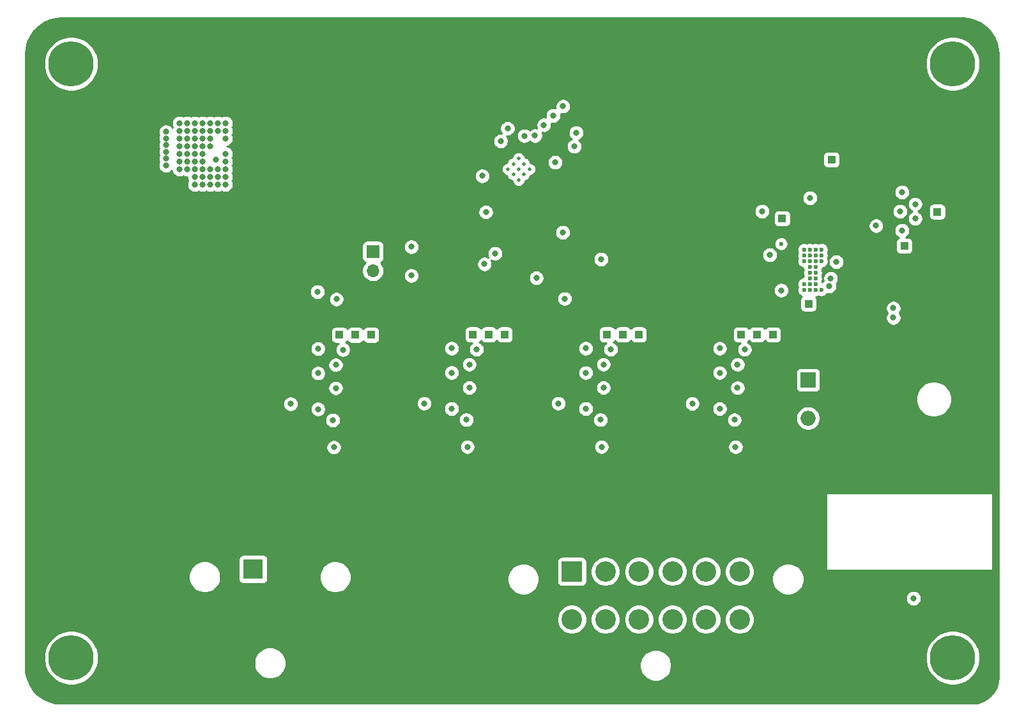
<source format=gbr>
%TF.GenerationSoftware,KiCad,Pcbnew,(5.1.9-0-10_14)*%
%TF.CreationDate,2021-07-17T22:03:01+08:00*%
%TF.ProjectId,pdm,70646d2e-6b69-4636-9164-5f7063625858,rev?*%
%TF.SameCoordinates,Original*%
%TF.FileFunction,Copper,L3,Inr*%
%TF.FilePolarity,Positive*%
%FSLAX46Y46*%
G04 Gerber Fmt 4.6, Leading zero omitted, Abs format (unit mm)*
G04 Created by KiCad (PCBNEW (5.1.9-0-10_14)) date 2021-07-17 22:03:01*
%MOMM*%
%LPD*%
G01*
G04 APERTURE LIST*
%TA.AperFunction,ComponentPad*%
%ADD10R,1.000000X1.000000*%
%TD*%
%TA.AperFunction,ComponentPad*%
%ADD11C,0.500000*%
%TD*%
%TA.AperFunction,ComponentPad*%
%ADD12O,2.000000X2.000000*%
%TD*%
%TA.AperFunction,ComponentPad*%
%ADD13R,2.000000X2.000000*%
%TD*%
%TA.AperFunction,ComponentPad*%
%ADD14O,1.700000X1.700000*%
%TD*%
%TA.AperFunction,ComponentPad*%
%ADD15R,1.700000X1.700000*%
%TD*%
%TA.AperFunction,ComponentPad*%
%ADD16R,2.715000X2.715000*%
%TD*%
%TA.AperFunction,ComponentPad*%
%ADD17C,2.715000*%
%TD*%
%TA.AperFunction,ComponentPad*%
%ADD18C,6.000000*%
%TD*%
%TA.AperFunction,ComponentPad*%
%ADD19C,0.800000*%
%TD*%
%TA.AperFunction,ComponentPad*%
%ADD20C,2.640000*%
%TD*%
%TA.AperFunction,ComponentPad*%
%ADD21R,2.640000X2.640000*%
%TD*%
%TA.AperFunction,ViaPad*%
%ADD22C,0.600000*%
%TD*%
%TA.AperFunction,ViaPad*%
%ADD23C,0.800000*%
%TD*%
%TA.AperFunction,Conductor*%
%ADD24C,0.254000*%
%TD*%
%TA.AperFunction,Conductor*%
%ADD25C,0.100000*%
%TD*%
G04 APERTURE END LIST*
D10*
%TO.N,/DAC2*%
%TO.C,TP19*%
X204851000Y-75374500D03*
%TD*%
%TO.N,/vout5*%
%TO.C,TP18*%
X208343500Y-86677500D03*
%TD*%
%TO.N,/sense5*%
%TO.C,TP17*%
X221043500Y-78994000D03*
%TD*%
%TO.N,/sheet60F4D953/BUCK_FUSE_OUT*%
%TO.C,TP16*%
X225425000Y-74485500D03*
%TD*%
%TO.N,/act5*%
%TO.C,TP15*%
X211391500Y-67564000D03*
%TD*%
%TO.N,/sense4*%
%TO.C,TP14*%
X199420000Y-90761000D03*
%TD*%
%TO.N,/vout4*%
%TO.C,TP13*%
X203611000Y-90761000D03*
%TD*%
%TO.N,/act4*%
%TO.C,TP12*%
X201515500Y-90761000D03*
%TD*%
%TO.N,/sense2*%
%TO.C,TP11*%
X163877000Y-90751000D03*
%TD*%
%TO.N,/vout2*%
%TO.C,TP10*%
X168068000Y-90751000D03*
%TD*%
%TO.N,/act2*%
%TO.C,TP9*%
X165972500Y-90751000D03*
%TD*%
%TO.N,/sense1*%
%TO.C,TP8*%
X146177000Y-90805000D03*
%TD*%
%TO.N,/vout1*%
%TO.C,TP7*%
X150368000Y-90805000D03*
%TD*%
%TO.N,/act1*%
%TO.C,TP6*%
X148272500Y-90805000D03*
%TD*%
%TO.N,/sense3*%
%TO.C,TP5*%
X181655280Y-90752159D03*
%TD*%
%TO.N,/vout3*%
%TO.C,TP4*%
X185846280Y-90752159D03*
%TD*%
%TO.N,/act3*%
%TO.C,TP3*%
X183750780Y-90752159D03*
%TD*%
D11*
%TO.N,GND*%
%TO.C,U3*%
X168511786Y-68834000D03*
X169218893Y-68126893D03*
X169926000Y-67419786D03*
X169218893Y-69541107D03*
X169926000Y-68834000D03*
X170633107Y-68126893D03*
X169926000Y-70248214D03*
X170633107Y-69541107D03*
X171340214Y-68834000D03*
%TD*%
D12*
%TO.N,GND*%
%TO.C,D6*%
X208280000Y-101854000D03*
D13*
%TO.N,Net-(D6-Pad1)*%
X208280000Y-96774000D03*
%TD*%
D14*
%TO.N,/_N*%
%TO.C,J3*%
X150622000Y-82296000D03*
D15*
%TO.N,/_P*%
X150622000Y-79756000D03*
%TD*%
D16*
%TO.N,GND*%
%TO.C,J4*%
X176972000Y-122174000D03*
D17*
X181417000Y-122174000D03*
%TO.N,/vout2*%
X185862000Y-122174000D03*
%TO.N,/vout3*%
X190312000Y-122174000D03*
%TO.N,/vout4*%
X194757000Y-122174000D03*
%TO.N,/vout5*%
X199202000Y-122174000D03*
X199202000Y-128524000D03*
%TO.N,/vout4*%
X194757000Y-128524000D03*
%TO.N,/vout3*%
X190312000Y-128524000D03*
%TO.N,/vout1*%
X185862000Y-128524000D03*
%TO.N,/_P*%
X181417000Y-128524000D03*
%TO.N,/_N*%
X176972000Y-128524000D03*
%TD*%
D18*
%TO.N,N/C*%
%TO.C,H4*%
X227457000Y-133604000D03*
D19*
X229707000Y-133604000D03*
X229047990Y-135194990D03*
X227457000Y-135854000D03*
X225866010Y-135194990D03*
X225207000Y-133604000D03*
X225866010Y-132013010D03*
X227457000Y-131354000D03*
X229047990Y-132013010D03*
%TD*%
D18*
%TO.N,N/C*%
%TO.C,H3*%
X227457000Y-54864000D03*
D19*
X229707000Y-54864000D03*
X229047990Y-56454990D03*
X227457000Y-57114000D03*
X225866010Y-56454990D03*
X225207000Y-54864000D03*
X225866010Y-53273010D03*
X227457000Y-52614000D03*
X229047990Y-53273010D03*
%TD*%
D18*
%TO.N,N/C*%
%TO.C,H2*%
X110617000Y-133604000D03*
D19*
X112867000Y-133604000D03*
X112207990Y-135194990D03*
X110617000Y-135854000D03*
X109026010Y-135194990D03*
X108367000Y-133604000D03*
X109026010Y-132013010D03*
X110617000Y-131354000D03*
X112207990Y-132013010D03*
%TD*%
D18*
%TO.N,N/C*%
%TO.C,H1*%
X110617000Y-54864000D03*
D19*
X112867000Y-54864000D03*
X112207990Y-56454990D03*
X110617000Y-57114000D03*
X109026010Y-56454990D03*
X108367000Y-54864000D03*
X109026010Y-53273010D03*
X110617000Y-52614000D03*
X112207990Y-53273010D03*
%TD*%
D20*
%TO.N,+12V*%
%TO.C,J1*%
X134742000Y-128224000D03*
X139192000Y-128224000D03*
D21*
%TO.N,GND*%
X134742000Y-121874000D03*
D20*
%TO.N,+12V*%
X139192000Y-121874000D03*
%TD*%
D22*
%TO.N,GND*%
X209296000Y-81788000D03*
X209296000Y-82550000D03*
X209296000Y-83312000D03*
X208534000Y-83312000D03*
X208534000Y-82550000D03*
X208534000Y-81788000D03*
D23*
X123190000Y-67437000D03*
X123190000Y-66548000D03*
X123190000Y-65659000D03*
X123190000Y-64770000D03*
X123190000Y-63881000D03*
X129794000Y-67564000D03*
X143336000Y-100638000D03*
X143336000Y-95875990D03*
X145688000Y-97860000D03*
X123190000Y-68326000D03*
X220726000Y-76962000D03*
X220472000Y-74422000D03*
D22*
X209296000Y-81026000D03*
X208534000Y-81026000D03*
X207772000Y-81026000D03*
X210058000Y-81026000D03*
X210058000Y-80264000D03*
X209296000Y-80264000D03*
X208534000Y-80264000D03*
X207772000Y-80264000D03*
X207772000Y-79502000D03*
X208534000Y-79502000D03*
X209296000Y-79502000D03*
X210058000Y-79502000D03*
X209296000Y-84074000D03*
X208534000Y-84074000D03*
X207772000Y-84074000D03*
X207772000Y-84836000D03*
X208534000Y-84836000D03*
X209296000Y-84836000D03*
X210058000Y-84836000D03*
D23*
X165391067Y-81414909D03*
X161036000Y-100584000D03*
X161036000Y-95821990D03*
X163388000Y-97806000D03*
X178814280Y-100585159D03*
X178814280Y-95823149D03*
X181166280Y-97807159D03*
X196579000Y-100594000D03*
X196579000Y-95831990D03*
X198931000Y-97816000D03*
X161036000Y-100584000D03*
X161036000Y-95821990D03*
X163388000Y-97806000D03*
X178814280Y-100585159D03*
X178814280Y-95823149D03*
X181166280Y-97807159D03*
X196579000Y-100594000D03*
X196579000Y-95831990D03*
X198931000Y-97816000D03*
X161036000Y-100584000D03*
X161036000Y-95821990D03*
X163388000Y-97806000D03*
X178814280Y-100585159D03*
X178814280Y-95823149D03*
X181166280Y-97807159D03*
X196579000Y-100594000D03*
X196579000Y-95831990D03*
X198931000Y-97816000D03*
%TO.N,+12V*%
X120396000Y-67818000D03*
X120396000Y-66802000D03*
X213514000Y-72748000D03*
X214530000Y-72748000D03*
X215546000Y-72748000D03*
X216562000Y-72748000D03*
X217578000Y-72748000D03*
X218594000Y-72748000D03*
X218594000Y-71732000D03*
X217578000Y-71732000D03*
X216562000Y-71732000D03*
X215546000Y-71732000D03*
X214530000Y-71732000D03*
X213514000Y-71732000D03*
X213514000Y-70716000D03*
X214530000Y-70716000D03*
X215546000Y-70716000D03*
X216562000Y-70716000D03*
X217578000Y-70716000D03*
X218594000Y-70716000D03*
X218594000Y-69700000D03*
X217578000Y-69700000D03*
X216562000Y-69700000D03*
X215546000Y-69700000D03*
X214530000Y-69700000D03*
X213514000Y-69700000D03*
X213514000Y-68684000D03*
X214530000Y-68684000D03*
X215546000Y-68684000D03*
X216562000Y-68684000D03*
X217578000Y-68684000D03*
X218594000Y-68684000D03*
X218594000Y-67668000D03*
X217578000Y-67668000D03*
X216562000Y-67668000D03*
X215546000Y-67668000D03*
X214530000Y-67668000D03*
X213514000Y-67668000D03*
X120396000Y-65786000D03*
X116332000Y-65786000D03*
X120396000Y-64770000D03*
X120396000Y-63754000D03*
X135890000Y-96266000D03*
X136906000Y-96266000D03*
X137922000Y-96266000D03*
X138938000Y-96266000D03*
X139954000Y-96266000D03*
X140970000Y-96266000D03*
X140970000Y-95250000D03*
X139954000Y-95250000D03*
X138938000Y-95250000D03*
X137922000Y-95250000D03*
X136906000Y-95250000D03*
X135890000Y-95250000D03*
X135890000Y-94234000D03*
X136906000Y-94234000D03*
X137922000Y-94234000D03*
X138938000Y-94234000D03*
X139954000Y-94234000D03*
X140970000Y-94234000D03*
X140970000Y-93218000D03*
X139954000Y-93218000D03*
X138938000Y-93218000D03*
X137922000Y-93218000D03*
X136906000Y-93218000D03*
X135890000Y-93218000D03*
X135890000Y-92202000D03*
X136906000Y-92202000D03*
X137922000Y-92202000D03*
X138938000Y-92202000D03*
X139954000Y-92202000D03*
X140970000Y-92202000D03*
X140970000Y-91186000D03*
X139954000Y-91186000D03*
X138938000Y-91186000D03*
X137922000Y-91186000D03*
X136906000Y-91186000D03*
X135890000Y-91186000D03*
X120396000Y-62738000D03*
X119380000Y-62738000D03*
X118364000Y-62738000D03*
X117348000Y-62738000D03*
X116332000Y-62738000D03*
X115316000Y-62738000D03*
X121412000Y-62738000D03*
X115316000Y-63754000D03*
X116332000Y-63754000D03*
X117348000Y-63754000D03*
X118364000Y-63754000D03*
X119380000Y-63754000D03*
X121412000Y-63754000D03*
X121412000Y-64770000D03*
X119380000Y-64770000D03*
X118364000Y-64770000D03*
X117348000Y-64770000D03*
X116332000Y-64770000D03*
X115316000Y-64770000D03*
X115316000Y-65786000D03*
X117348000Y-65786000D03*
X118364000Y-65786000D03*
X119380000Y-65786000D03*
X121412000Y-65786000D03*
X121412000Y-68834000D03*
X120396000Y-68834000D03*
X119380000Y-68834000D03*
X115316000Y-69850000D03*
X116332000Y-69850000D03*
X117348000Y-69850000D03*
X118364000Y-69850000D03*
X119380000Y-69850000D03*
X115316000Y-70866000D03*
X116332000Y-70866000D03*
X117348000Y-70866000D03*
X118364000Y-70866000D03*
X119380000Y-70866000D03*
X153590000Y-96212000D03*
X154606000Y-96212000D03*
X155622000Y-96212000D03*
X156638000Y-96212000D03*
X157654000Y-96212000D03*
X158670000Y-96212000D03*
X158670000Y-95196000D03*
X157654000Y-95196000D03*
X156638000Y-95196000D03*
X155622000Y-95196000D03*
X154606000Y-95196000D03*
X153590000Y-95196000D03*
X153590000Y-94180000D03*
X154606000Y-94180000D03*
X155622000Y-94180000D03*
X156638000Y-94180000D03*
X157654000Y-94180000D03*
X158670000Y-94180000D03*
X158670000Y-93164000D03*
X157654000Y-93164000D03*
X156638000Y-93164000D03*
X155622000Y-93164000D03*
X154606000Y-93164000D03*
X153590000Y-93164000D03*
X153590000Y-92148000D03*
X154606000Y-92148000D03*
X155622000Y-92148000D03*
X156638000Y-92148000D03*
X157654000Y-92148000D03*
X158670000Y-92148000D03*
X158670000Y-91132000D03*
X157654000Y-91132000D03*
X156638000Y-91132000D03*
X155622000Y-91132000D03*
X154606000Y-91132000D03*
X153590000Y-91132000D03*
X171368280Y-96213159D03*
X172384280Y-96213159D03*
X173400280Y-96213159D03*
X174416280Y-96213159D03*
X175432280Y-96213159D03*
X176448280Y-96213159D03*
X176448280Y-95197159D03*
X175432280Y-95197159D03*
X174416280Y-95197159D03*
X173400280Y-95197159D03*
X172384280Y-95197159D03*
X171368280Y-95197159D03*
X171368280Y-94181159D03*
X172384280Y-94181159D03*
X173400280Y-94181159D03*
X174416280Y-94181159D03*
X175432280Y-94181159D03*
X176448280Y-94181159D03*
X176448280Y-93165159D03*
X175432280Y-93165159D03*
X174416280Y-93165159D03*
X173400280Y-93165159D03*
X172384280Y-93165159D03*
X171368280Y-93165159D03*
X171368280Y-92149159D03*
X172384280Y-92149159D03*
X173400280Y-92149159D03*
X174416280Y-92149159D03*
X175432280Y-92149159D03*
X176448280Y-92149159D03*
X176448280Y-91133159D03*
X175432280Y-91133159D03*
X174416280Y-91133159D03*
X173400280Y-91133159D03*
X172384280Y-91133159D03*
X171368280Y-91133159D03*
X189133000Y-96222000D03*
X190149000Y-96222000D03*
X191165000Y-96222000D03*
X192181000Y-96222000D03*
X193197000Y-96222000D03*
X194213000Y-96222000D03*
X194213000Y-95206000D03*
X193197000Y-95206000D03*
X192181000Y-95206000D03*
X191165000Y-95206000D03*
X190149000Y-95206000D03*
X189133000Y-95206000D03*
X189133000Y-94190000D03*
X190149000Y-94190000D03*
X191165000Y-94190000D03*
X192181000Y-94190000D03*
X193197000Y-94190000D03*
X194213000Y-94190000D03*
X194213000Y-93174000D03*
X193197000Y-93174000D03*
X192181000Y-93174000D03*
X191165000Y-93174000D03*
X190149000Y-93174000D03*
X189133000Y-93174000D03*
X189133000Y-92158000D03*
X190149000Y-92158000D03*
X191165000Y-92158000D03*
X192181000Y-92158000D03*
X193197000Y-92158000D03*
X194213000Y-92158000D03*
X194213000Y-91142000D03*
X193197000Y-91142000D03*
X192181000Y-91142000D03*
X191165000Y-91142000D03*
X190149000Y-91142000D03*
X189133000Y-91142000D03*
X119380000Y-66802000D03*
X121412000Y-66802000D03*
X121412000Y-67818000D03*
X119380000Y-67818000D03*
X153590000Y-96212000D03*
X154606000Y-96212000D03*
X155622000Y-96212000D03*
X156638000Y-96212000D03*
X157654000Y-96212000D03*
X158670000Y-96212000D03*
X158670000Y-95196000D03*
X157654000Y-95196000D03*
X156638000Y-95196000D03*
X155622000Y-95196000D03*
X154606000Y-95196000D03*
X153590000Y-95196000D03*
X153590000Y-94180000D03*
X154606000Y-94180000D03*
X155622000Y-94180000D03*
X156638000Y-94180000D03*
X157654000Y-94180000D03*
X158670000Y-94180000D03*
X158670000Y-93164000D03*
X157654000Y-93164000D03*
X156638000Y-93164000D03*
X155622000Y-93164000D03*
X154606000Y-93164000D03*
X153590000Y-93164000D03*
X153590000Y-92148000D03*
X154606000Y-92148000D03*
X155622000Y-92148000D03*
X156638000Y-92148000D03*
X157654000Y-92148000D03*
X158670000Y-92148000D03*
X158670000Y-91132000D03*
X157654000Y-91132000D03*
X156638000Y-91132000D03*
X155622000Y-91132000D03*
X154606000Y-91132000D03*
X153590000Y-91132000D03*
X171368280Y-96213159D03*
X172384280Y-96213159D03*
X173400280Y-96213159D03*
X174416280Y-96213159D03*
X175432280Y-96213159D03*
X176448280Y-96213159D03*
X176448280Y-95197159D03*
X175432280Y-95197159D03*
X174416280Y-95197159D03*
X173400280Y-95197159D03*
X172384280Y-95197159D03*
X171368280Y-95197159D03*
X171368280Y-94181159D03*
X172384280Y-94181159D03*
X173400280Y-94181159D03*
X174416280Y-94181159D03*
X175432280Y-94181159D03*
X176448280Y-94181159D03*
X176448280Y-93165159D03*
X175432280Y-93165159D03*
X174416280Y-93165159D03*
X173400280Y-93165159D03*
X172384280Y-93165159D03*
X171368280Y-93165159D03*
X171368280Y-92149159D03*
X172384280Y-92149159D03*
X173400280Y-92149159D03*
X174416280Y-92149159D03*
X175432280Y-92149159D03*
X176448280Y-92149159D03*
X176448280Y-91133159D03*
X175432280Y-91133159D03*
X174416280Y-91133159D03*
X173400280Y-91133159D03*
X172384280Y-91133159D03*
X171368280Y-91133159D03*
X189133000Y-96222000D03*
X190149000Y-96222000D03*
X191165000Y-96222000D03*
X192181000Y-96222000D03*
X193197000Y-96222000D03*
X194213000Y-96222000D03*
X194213000Y-95206000D03*
X193197000Y-95206000D03*
X192181000Y-95206000D03*
X191165000Y-95206000D03*
X190149000Y-95206000D03*
X189133000Y-95206000D03*
X189133000Y-94190000D03*
X190149000Y-94190000D03*
X191165000Y-94190000D03*
X192181000Y-94190000D03*
X193197000Y-94190000D03*
X194213000Y-94190000D03*
X194213000Y-93174000D03*
X193197000Y-93174000D03*
X192181000Y-93174000D03*
X191165000Y-93174000D03*
X190149000Y-93174000D03*
X189133000Y-93174000D03*
X189133000Y-92158000D03*
X190149000Y-92158000D03*
X191165000Y-92158000D03*
X192181000Y-92158000D03*
X193197000Y-92158000D03*
X194213000Y-92158000D03*
X194213000Y-91142000D03*
X193197000Y-91142000D03*
X192181000Y-91142000D03*
X191165000Y-91142000D03*
X190149000Y-91142000D03*
X189133000Y-91142000D03*
X153590000Y-96212000D03*
X154606000Y-96212000D03*
X155622000Y-96212000D03*
X156638000Y-96212000D03*
X157654000Y-96212000D03*
X158670000Y-96212000D03*
X158670000Y-95196000D03*
X157654000Y-95196000D03*
X156638000Y-95196000D03*
X155622000Y-95196000D03*
X154606000Y-95196000D03*
X153590000Y-95196000D03*
X153590000Y-94180000D03*
X154606000Y-94180000D03*
X155622000Y-94180000D03*
X156638000Y-94180000D03*
X157654000Y-94180000D03*
X158670000Y-94180000D03*
X158670000Y-93164000D03*
X157654000Y-93164000D03*
X156638000Y-93164000D03*
X155622000Y-93164000D03*
X154606000Y-93164000D03*
X153590000Y-93164000D03*
X153590000Y-92148000D03*
X154606000Y-92148000D03*
X155622000Y-92148000D03*
X156638000Y-92148000D03*
X157654000Y-92148000D03*
X158670000Y-92148000D03*
X158670000Y-91132000D03*
X157654000Y-91132000D03*
X156638000Y-91132000D03*
X155622000Y-91132000D03*
X154606000Y-91132000D03*
X153590000Y-91132000D03*
X171368280Y-96213159D03*
X172384280Y-96213159D03*
X173400280Y-96213159D03*
X174416280Y-96213159D03*
X175432280Y-96213159D03*
X176448280Y-96213159D03*
X176448280Y-95197159D03*
X175432280Y-95197159D03*
X174416280Y-95197159D03*
X173400280Y-95197159D03*
X172384280Y-95197159D03*
X171368280Y-95197159D03*
X171368280Y-94181159D03*
X172384280Y-94181159D03*
X173400280Y-94181159D03*
X174416280Y-94181159D03*
X175432280Y-94181159D03*
X176448280Y-94181159D03*
X176448280Y-93165159D03*
X175432280Y-93165159D03*
X174416280Y-93165159D03*
X173400280Y-93165159D03*
X172384280Y-93165159D03*
X171368280Y-93165159D03*
X171368280Y-92149159D03*
X172384280Y-92149159D03*
X173400280Y-92149159D03*
X174416280Y-92149159D03*
X175432280Y-92149159D03*
X176448280Y-92149159D03*
X176448280Y-91133159D03*
X175432280Y-91133159D03*
X174416280Y-91133159D03*
X173400280Y-91133159D03*
X172384280Y-91133159D03*
X171368280Y-91133159D03*
X189133000Y-96222000D03*
X190149000Y-96222000D03*
X191165000Y-96222000D03*
X192181000Y-96222000D03*
X193197000Y-96222000D03*
X194213000Y-96222000D03*
X194213000Y-95206000D03*
X193197000Y-95206000D03*
X192181000Y-95206000D03*
X191165000Y-95206000D03*
X190149000Y-95206000D03*
X189133000Y-95206000D03*
X189133000Y-94190000D03*
X190149000Y-94190000D03*
X191165000Y-94190000D03*
X192181000Y-94190000D03*
X193197000Y-94190000D03*
X194213000Y-94190000D03*
X194213000Y-93174000D03*
X193197000Y-93174000D03*
X192181000Y-93174000D03*
X191165000Y-93174000D03*
X190149000Y-93174000D03*
X189133000Y-93174000D03*
X189133000Y-92158000D03*
X190149000Y-92158000D03*
X191165000Y-92158000D03*
X192181000Y-92158000D03*
X193197000Y-92158000D03*
X194213000Y-92158000D03*
X194213000Y-91142000D03*
X193197000Y-91142000D03*
X192181000Y-91142000D03*
X191165000Y-91142000D03*
X190149000Y-91142000D03*
X189133000Y-91142000D03*
%TO.N,+3V3*%
X125984000Y-67818000D03*
X125984000Y-66802000D03*
X125984000Y-65786000D03*
X125984000Y-64770000D03*
X125984000Y-63754000D03*
X124968000Y-62738000D03*
X125984000Y-62738000D03*
X127000000Y-62738000D03*
X128016000Y-62738000D03*
X129032000Y-62738000D03*
X130048000Y-62738000D03*
X131064000Y-62738000D03*
X124968000Y-63754000D03*
X127000000Y-63754000D03*
X128016000Y-63754000D03*
X129032000Y-63754000D03*
X130048000Y-63754000D03*
X131064000Y-63754000D03*
X131064000Y-64770000D03*
X129032000Y-64770000D03*
X128016000Y-64770000D03*
X127000000Y-64770000D03*
X124968000Y-64770000D03*
X124968000Y-65786000D03*
X127000000Y-65786000D03*
X128016000Y-65786000D03*
X129032000Y-65786000D03*
X131064000Y-66802000D03*
X128016000Y-66802000D03*
X127000000Y-66802000D03*
X124968000Y-66802000D03*
X124968000Y-67818000D03*
X127000000Y-67818000D03*
X128016000Y-67818000D03*
X131064000Y-67818000D03*
X131064000Y-68834000D03*
X130048000Y-68834000D03*
X129032000Y-68834000D03*
X128016000Y-68834000D03*
X127000000Y-68834000D03*
X125984000Y-68834000D03*
X124968000Y-68834000D03*
X128016000Y-69850000D03*
X129032000Y-69850000D03*
X130048000Y-69850000D03*
X131064000Y-69850000D03*
X131064000Y-70866000D03*
X130048000Y-70866000D03*
X129032000Y-70866000D03*
X127000000Y-69850000D03*
X127000000Y-70866000D03*
X128016000Y-70866000D03*
X145288000Y-102108000D03*
X220726000Y-71882000D03*
X165582383Y-74523383D03*
X165100000Y-69723000D03*
X174766146Y-67926782D03*
X166805280Y-80000695D03*
X162988000Y-102054000D03*
X180766280Y-102055159D03*
X198531000Y-102064000D03*
X175768000Y-77216000D03*
X173268008Y-62970377D03*
X174498000Y-61722000D03*
X162988000Y-102054000D03*
X180766280Y-102055159D03*
X198531000Y-102064000D03*
X162988000Y-102054000D03*
X180766280Y-102055159D03*
X198531000Y-102064000D03*
%TO.N,/sense5*%
X202184000Y-74422000D03*
X172091201Y-64389000D03*
X217294000Y-76336000D03*
%TO.N,/sense4*%
X172276303Y-83247697D03*
X168462999Y-63427873D03*
X192943000Y-99905000D03*
X192943000Y-99905000D03*
%TO.N,/sense3*%
X170688000Y-64411516D03*
X176022000Y-86001180D03*
X175178280Y-99896159D03*
X175178280Y-99896159D03*
%TO.N,/sense2*%
X145781029Y-86067242D03*
X143256000Y-85090000D03*
X157400000Y-99895000D03*
X157400000Y-99895000D03*
%TO.N,/sense1*%
X139700000Y-99949000D03*
%TO.N,/act4*%
X198931000Y-94736000D03*
X198931000Y-94736000D03*
%TO.N,/act3*%
X181166280Y-94727159D03*
X181166280Y-94727159D03*
%TO.N,/act2*%
X163388000Y-94726000D03*
X163388000Y-94726000D03*
%TO.N,/act1*%
X145688000Y-94780000D03*
%TO.N,/_P*%
X155702000Y-79121000D03*
%TO.N,/_N*%
X155702000Y-82931000D03*
%TO.N,Net-(Q7-Pad3)*%
X161036000Y-92583000D03*
X164338000Y-92726000D03*
X161036000Y-92583000D03*
X164338000Y-92726000D03*
X161036000Y-92583000D03*
X164338000Y-92726000D03*
%TO.N,Net-(Q1-Pad3)*%
X178814280Y-92584159D03*
X182116280Y-92727159D03*
X178814280Y-92584159D03*
X182116280Y-92727159D03*
X178814280Y-92584159D03*
X182116280Y-92727159D03*
%TO.N,/vout2*%
X163134000Y-105648000D03*
X163134000Y-105648000D03*
%TO.N,/vout1*%
X145434000Y-105702000D03*
%TO.N,/vout3*%
X180912280Y-105649159D03*
X180912280Y-105649159D03*
%TO.N,/vout4*%
X198677000Y-105658000D03*
X198677000Y-105658000D03*
%TO.N,/vout5*%
X222250000Y-125730000D03*
X204724000Y-84899000D03*
%TO.N,Net-(D6-Pad1)*%
X211074000Y-84328000D03*
X219586000Y-88519000D03*
%TO.N,Net-(Q4-Pad3)*%
X143336000Y-92637000D03*
X146638000Y-92780000D03*
%TO.N,Net-(Q12-Pad3)*%
X196579000Y-92593000D03*
X199881000Y-92736000D03*
X196579000Y-92593000D03*
X199881000Y-92736000D03*
X196579000Y-92593000D03*
X199881000Y-92736000D03*
%TO.N,/DAC2*%
X167550883Y-65113116D03*
X203200000Y-80201000D03*
%TO.N,/fuse5*%
X208534000Y-72644000D03*
X222488000Y-73472000D03*
%TO.N,Net-(Q15-Pad4)*%
X211284002Y-83312000D03*
X219586000Y-87249000D03*
%TO.N,/sheet60F4D953/BUCK_FUSE_OUT*%
X212026267Y-81123321D03*
D22*
X204711000Y-78740000D03*
D23*
X222488000Y-75372000D03*
%TO.N,/NRST*%
X180848000Y-80772000D03*
X177292000Y-65814716D03*
X177546000Y-64008306D03*
X175808008Y-60492008D03*
%TD*%
D24*
%TO.N,+12V*%
X229576988Y-48869969D02*
X230400106Y-49095147D01*
X231170344Y-49462533D01*
X231863347Y-49960505D01*
X232457217Y-50573332D01*
X232933178Y-51281637D01*
X233276187Y-52063033D01*
X233475914Y-52894960D01*
X233528000Y-53604234D01*
X233528001Y-136130349D01*
X233459441Y-136829580D01*
X233260335Y-137489050D01*
X232936933Y-138097282D01*
X232501543Y-138631122D01*
X231970765Y-139070220D01*
X231364801Y-139397865D01*
X230734419Y-139593000D01*
X108478619Y-139593000D01*
X107673890Y-139372851D01*
X106903660Y-139005469D01*
X106210653Y-138507495D01*
X105616783Y-137894668D01*
X105140824Y-137186367D01*
X104797814Y-136404969D01*
X104598086Y-135573040D01*
X104546000Y-134863765D01*
X104546000Y-133246772D01*
X106990000Y-133246772D01*
X106990000Y-133961228D01*
X107129383Y-134661957D01*
X107402794Y-135322029D01*
X107799725Y-135916078D01*
X108304922Y-136421275D01*
X108898971Y-136818206D01*
X109559043Y-137091617D01*
X110259772Y-137231000D01*
X110974228Y-137231000D01*
X111674957Y-137091617D01*
X112335029Y-136818206D01*
X112929078Y-136421275D01*
X113434275Y-135916078D01*
X113831206Y-135322029D01*
X114104617Y-134661957D01*
X114213412Y-134115001D01*
X134845000Y-134115001D01*
X134845000Y-134532999D01*
X134926548Y-134942964D01*
X135086508Y-135329144D01*
X135318735Y-135676696D01*
X135614304Y-135972265D01*
X135961856Y-136204492D01*
X136348036Y-136364452D01*
X136758001Y-136446000D01*
X137175999Y-136446000D01*
X137585964Y-136364452D01*
X137972144Y-136204492D01*
X138319696Y-135972265D01*
X138615265Y-135676696D01*
X138847492Y-135329144D01*
X139007452Y-134942964D01*
X139089000Y-134532999D01*
X139089000Y-134415001D01*
X185965000Y-134415001D01*
X185965000Y-134832999D01*
X186046548Y-135242964D01*
X186206508Y-135629144D01*
X186438735Y-135976696D01*
X186734304Y-136272265D01*
X187081856Y-136504492D01*
X187468036Y-136664452D01*
X187878001Y-136746000D01*
X188295999Y-136746000D01*
X188705964Y-136664452D01*
X189092144Y-136504492D01*
X189439696Y-136272265D01*
X189735265Y-135976696D01*
X189967492Y-135629144D01*
X190127452Y-135242964D01*
X190209000Y-134832999D01*
X190209000Y-134415001D01*
X190127452Y-134005036D01*
X189967492Y-133618856D01*
X189735265Y-133271304D01*
X189710733Y-133246772D01*
X223830000Y-133246772D01*
X223830000Y-133961228D01*
X223969383Y-134661957D01*
X224242794Y-135322029D01*
X224639725Y-135916078D01*
X225144922Y-136421275D01*
X225738971Y-136818206D01*
X226399043Y-137091617D01*
X227099772Y-137231000D01*
X227814228Y-137231000D01*
X228514957Y-137091617D01*
X229175029Y-136818206D01*
X229769078Y-136421275D01*
X230274275Y-135916078D01*
X230671206Y-135322029D01*
X230944617Y-134661957D01*
X231084000Y-133961228D01*
X231084000Y-133246772D01*
X230944617Y-132546043D01*
X230671206Y-131885971D01*
X230274275Y-131291922D01*
X229769078Y-130786725D01*
X229175029Y-130389794D01*
X228514957Y-130116383D01*
X227814228Y-129977000D01*
X227099772Y-129977000D01*
X226399043Y-130116383D01*
X225738971Y-130389794D01*
X225144922Y-130786725D01*
X224639725Y-131291922D01*
X224242794Y-131885971D01*
X223969383Y-132546043D01*
X223830000Y-133246772D01*
X189710733Y-133246772D01*
X189439696Y-132975735D01*
X189092144Y-132743508D01*
X188705964Y-132583548D01*
X188295999Y-132502000D01*
X187878001Y-132502000D01*
X187468036Y-132583548D01*
X187081856Y-132743508D01*
X186734304Y-132975735D01*
X186438735Y-133271304D01*
X186206508Y-133618856D01*
X186046548Y-134005036D01*
X185965000Y-134415001D01*
X139089000Y-134415001D01*
X139089000Y-134115001D01*
X139007452Y-133705036D01*
X138847492Y-133318856D01*
X138615265Y-132971304D01*
X138319696Y-132675735D01*
X137972144Y-132443508D01*
X137585964Y-132283548D01*
X137175999Y-132202000D01*
X136758001Y-132202000D01*
X136348036Y-132283548D01*
X135961856Y-132443508D01*
X135614304Y-132675735D01*
X135318735Y-132971304D01*
X135086508Y-133318856D01*
X134926548Y-133705036D01*
X134845000Y-134115001D01*
X114213412Y-134115001D01*
X114244000Y-133961228D01*
X114244000Y-133246772D01*
X114104617Y-132546043D01*
X113831206Y-131885971D01*
X113434275Y-131291922D01*
X112929078Y-130786725D01*
X112335029Y-130389794D01*
X111674957Y-130116383D01*
X110974228Y-129977000D01*
X110259772Y-129977000D01*
X109559043Y-130116383D01*
X108898971Y-130389794D01*
X108304922Y-130786725D01*
X107799725Y-131291922D01*
X107402794Y-131885971D01*
X107129383Y-132546043D01*
X106990000Y-133246772D01*
X104546000Y-133246772D01*
X104546000Y-128328544D01*
X174987500Y-128328544D01*
X174987500Y-128719456D01*
X175063763Y-129102857D01*
X175213359Y-129464013D01*
X175430538Y-129789045D01*
X175706955Y-130065462D01*
X176031987Y-130282641D01*
X176393143Y-130432237D01*
X176776544Y-130508500D01*
X177167456Y-130508500D01*
X177550857Y-130432237D01*
X177912013Y-130282641D01*
X178237045Y-130065462D01*
X178513462Y-129789045D01*
X178730641Y-129464013D01*
X178880237Y-129102857D01*
X178956500Y-128719456D01*
X178956500Y-128328544D01*
X179432500Y-128328544D01*
X179432500Y-128719456D01*
X179508763Y-129102857D01*
X179658359Y-129464013D01*
X179875538Y-129789045D01*
X180151955Y-130065462D01*
X180476987Y-130282641D01*
X180838143Y-130432237D01*
X181221544Y-130508500D01*
X181612456Y-130508500D01*
X181995857Y-130432237D01*
X182357013Y-130282641D01*
X182682045Y-130065462D01*
X182958462Y-129789045D01*
X183175641Y-129464013D01*
X183325237Y-129102857D01*
X183401500Y-128719456D01*
X183401500Y-128328544D01*
X183877500Y-128328544D01*
X183877500Y-128719456D01*
X183953763Y-129102857D01*
X184103359Y-129464013D01*
X184320538Y-129789045D01*
X184596955Y-130065462D01*
X184921987Y-130282641D01*
X185283143Y-130432237D01*
X185666544Y-130508500D01*
X186057456Y-130508500D01*
X186440857Y-130432237D01*
X186802013Y-130282641D01*
X187127045Y-130065462D01*
X187403462Y-129789045D01*
X187620641Y-129464013D01*
X187770237Y-129102857D01*
X187846500Y-128719456D01*
X187846500Y-128328544D01*
X188327500Y-128328544D01*
X188327500Y-128719456D01*
X188403763Y-129102857D01*
X188553359Y-129464013D01*
X188770538Y-129789045D01*
X189046955Y-130065462D01*
X189371987Y-130282641D01*
X189733143Y-130432237D01*
X190116544Y-130508500D01*
X190507456Y-130508500D01*
X190890857Y-130432237D01*
X191252013Y-130282641D01*
X191577045Y-130065462D01*
X191853462Y-129789045D01*
X192070641Y-129464013D01*
X192220237Y-129102857D01*
X192296500Y-128719456D01*
X192296500Y-128328544D01*
X192772500Y-128328544D01*
X192772500Y-128719456D01*
X192848763Y-129102857D01*
X192998359Y-129464013D01*
X193215538Y-129789045D01*
X193491955Y-130065462D01*
X193816987Y-130282641D01*
X194178143Y-130432237D01*
X194561544Y-130508500D01*
X194952456Y-130508500D01*
X195335857Y-130432237D01*
X195697013Y-130282641D01*
X196022045Y-130065462D01*
X196298462Y-129789045D01*
X196515641Y-129464013D01*
X196665237Y-129102857D01*
X196741500Y-128719456D01*
X196741500Y-128328544D01*
X197217500Y-128328544D01*
X197217500Y-128719456D01*
X197293763Y-129102857D01*
X197443359Y-129464013D01*
X197660538Y-129789045D01*
X197936955Y-130065462D01*
X198261987Y-130282641D01*
X198623143Y-130432237D01*
X199006544Y-130508500D01*
X199397456Y-130508500D01*
X199780857Y-130432237D01*
X200142013Y-130282641D01*
X200467045Y-130065462D01*
X200743462Y-129789045D01*
X200960641Y-129464013D01*
X201110237Y-129102857D01*
X201186500Y-128719456D01*
X201186500Y-128328544D01*
X201110237Y-127945143D01*
X200960641Y-127583987D01*
X200743462Y-127258955D01*
X200467045Y-126982538D01*
X200142013Y-126765359D01*
X199780857Y-126615763D01*
X199397456Y-126539500D01*
X199006544Y-126539500D01*
X198623143Y-126615763D01*
X198261987Y-126765359D01*
X197936955Y-126982538D01*
X197660538Y-127258955D01*
X197443359Y-127583987D01*
X197293763Y-127945143D01*
X197217500Y-128328544D01*
X196741500Y-128328544D01*
X196665237Y-127945143D01*
X196515641Y-127583987D01*
X196298462Y-127258955D01*
X196022045Y-126982538D01*
X195697013Y-126765359D01*
X195335857Y-126615763D01*
X194952456Y-126539500D01*
X194561544Y-126539500D01*
X194178143Y-126615763D01*
X193816987Y-126765359D01*
X193491955Y-126982538D01*
X193215538Y-127258955D01*
X192998359Y-127583987D01*
X192848763Y-127945143D01*
X192772500Y-128328544D01*
X192296500Y-128328544D01*
X192220237Y-127945143D01*
X192070641Y-127583987D01*
X191853462Y-127258955D01*
X191577045Y-126982538D01*
X191252013Y-126765359D01*
X190890857Y-126615763D01*
X190507456Y-126539500D01*
X190116544Y-126539500D01*
X189733143Y-126615763D01*
X189371987Y-126765359D01*
X189046955Y-126982538D01*
X188770538Y-127258955D01*
X188553359Y-127583987D01*
X188403763Y-127945143D01*
X188327500Y-128328544D01*
X187846500Y-128328544D01*
X187770237Y-127945143D01*
X187620641Y-127583987D01*
X187403462Y-127258955D01*
X187127045Y-126982538D01*
X186802013Y-126765359D01*
X186440857Y-126615763D01*
X186057456Y-126539500D01*
X185666544Y-126539500D01*
X185283143Y-126615763D01*
X184921987Y-126765359D01*
X184596955Y-126982538D01*
X184320538Y-127258955D01*
X184103359Y-127583987D01*
X183953763Y-127945143D01*
X183877500Y-128328544D01*
X183401500Y-128328544D01*
X183325237Y-127945143D01*
X183175641Y-127583987D01*
X182958462Y-127258955D01*
X182682045Y-126982538D01*
X182357013Y-126765359D01*
X181995857Y-126615763D01*
X181612456Y-126539500D01*
X181221544Y-126539500D01*
X180838143Y-126615763D01*
X180476987Y-126765359D01*
X180151955Y-126982538D01*
X179875538Y-127258955D01*
X179658359Y-127583987D01*
X179508763Y-127945143D01*
X179432500Y-128328544D01*
X178956500Y-128328544D01*
X178880237Y-127945143D01*
X178730641Y-127583987D01*
X178513462Y-127258955D01*
X178237045Y-126982538D01*
X177912013Y-126765359D01*
X177550857Y-126615763D01*
X177167456Y-126539500D01*
X176776544Y-126539500D01*
X176393143Y-126615763D01*
X176031987Y-126765359D01*
X175706955Y-126982538D01*
X175430538Y-127258955D01*
X175213359Y-127583987D01*
X175063763Y-127945143D01*
X174987500Y-128328544D01*
X104546000Y-128328544D01*
X104546000Y-125628849D01*
X221223000Y-125628849D01*
X221223000Y-125831151D01*
X221262467Y-126029565D01*
X221339885Y-126216467D01*
X221452277Y-126384674D01*
X221595326Y-126527723D01*
X221763533Y-126640115D01*
X221950435Y-126717533D01*
X222148849Y-126757000D01*
X222351151Y-126757000D01*
X222549565Y-126717533D01*
X222736467Y-126640115D01*
X222904674Y-126527723D01*
X223047723Y-126384674D01*
X223160115Y-126216467D01*
X223237533Y-126029565D01*
X223277000Y-125831151D01*
X223277000Y-125628849D01*
X223237533Y-125430435D01*
X223160115Y-125243533D01*
X223047723Y-125075326D01*
X222904674Y-124932277D01*
X222736467Y-124819885D01*
X222549565Y-124742467D01*
X222351151Y-124703000D01*
X222148849Y-124703000D01*
X221950435Y-124742467D01*
X221763533Y-124819885D01*
X221595326Y-124932277D01*
X221452277Y-125075326D01*
X221339885Y-125243533D01*
X221262467Y-125430435D01*
X221223000Y-125628849D01*
X104546000Y-125628849D01*
X104546000Y-122685001D01*
X126195000Y-122685001D01*
X126195000Y-123102999D01*
X126276548Y-123512964D01*
X126436508Y-123899144D01*
X126668735Y-124246696D01*
X126964304Y-124542265D01*
X127311856Y-124774492D01*
X127698036Y-124934452D01*
X128108001Y-125016000D01*
X128525999Y-125016000D01*
X128935964Y-124934452D01*
X129322144Y-124774492D01*
X129669696Y-124542265D01*
X129965265Y-124246696D01*
X130197492Y-123899144D01*
X130357452Y-123512964D01*
X130439000Y-123102999D01*
X130439000Y-122685001D01*
X130357452Y-122275036D01*
X130197492Y-121888856D01*
X129965265Y-121541304D01*
X129669696Y-121245735D01*
X129322144Y-121013508D01*
X128935964Y-120853548D01*
X128525999Y-120772000D01*
X128108001Y-120772000D01*
X127698036Y-120853548D01*
X127311856Y-121013508D01*
X126964304Y-121245735D01*
X126668735Y-121541304D01*
X126436508Y-121888856D01*
X126276548Y-122275036D01*
X126195000Y-122685001D01*
X104546000Y-122685001D01*
X104546000Y-120554000D01*
X132791967Y-120554000D01*
X132791967Y-123194000D01*
X132804073Y-123316913D01*
X132839925Y-123435103D01*
X132898147Y-123544028D01*
X132976499Y-123639501D01*
X133071972Y-123717853D01*
X133180897Y-123776075D01*
X133299087Y-123811927D01*
X133422000Y-123824033D01*
X136062000Y-123824033D01*
X136184913Y-123811927D01*
X136303103Y-123776075D01*
X136412028Y-123717853D01*
X136507501Y-123639501D01*
X136585853Y-123544028D01*
X136644075Y-123435103D01*
X136679927Y-123316913D01*
X136692033Y-123194000D01*
X136692033Y-122685001D01*
X143495000Y-122685001D01*
X143495000Y-123102999D01*
X143576548Y-123512964D01*
X143736508Y-123899144D01*
X143968735Y-124246696D01*
X144264304Y-124542265D01*
X144611856Y-124774492D01*
X144998036Y-124934452D01*
X145408001Y-125016000D01*
X145825999Y-125016000D01*
X146235964Y-124934452D01*
X146622144Y-124774492D01*
X146969696Y-124542265D01*
X147265265Y-124246696D01*
X147497492Y-123899144D01*
X147657452Y-123512964D01*
X147739000Y-123102999D01*
X147739000Y-122975001D01*
X168425000Y-122975001D01*
X168425000Y-123392999D01*
X168506548Y-123802964D01*
X168666508Y-124189144D01*
X168898735Y-124536696D01*
X169194304Y-124832265D01*
X169541856Y-125064492D01*
X169928036Y-125224452D01*
X170338001Y-125306000D01*
X170755999Y-125306000D01*
X171165964Y-125224452D01*
X171552144Y-125064492D01*
X171899696Y-124832265D01*
X172195265Y-124536696D01*
X172427492Y-124189144D01*
X172587452Y-123802964D01*
X172669000Y-123392999D01*
X172669000Y-122975001D01*
X172587452Y-122565036D01*
X172427492Y-122178856D01*
X172195265Y-121831304D01*
X171899696Y-121535735D01*
X171552144Y-121303508D01*
X171165964Y-121143548D01*
X170755999Y-121062000D01*
X170338001Y-121062000D01*
X169928036Y-121143548D01*
X169541856Y-121303508D01*
X169194304Y-121535735D01*
X168898735Y-121831304D01*
X168666508Y-122178856D01*
X168506548Y-122565036D01*
X168425000Y-122975001D01*
X147739000Y-122975001D01*
X147739000Y-122685001D01*
X147657452Y-122275036D01*
X147497492Y-121888856D01*
X147265265Y-121541304D01*
X146969696Y-121245735D01*
X146622144Y-121013508D01*
X146235964Y-120853548D01*
X146049714Y-120816500D01*
X174984467Y-120816500D01*
X174984467Y-123531500D01*
X174996573Y-123654413D01*
X175032425Y-123772603D01*
X175090647Y-123881528D01*
X175168999Y-123977001D01*
X175264472Y-124055353D01*
X175373397Y-124113575D01*
X175491587Y-124149427D01*
X175614500Y-124161533D01*
X178329500Y-124161533D01*
X178452413Y-124149427D01*
X178570603Y-124113575D01*
X178679528Y-124055353D01*
X178775001Y-123977001D01*
X178853353Y-123881528D01*
X178911575Y-123772603D01*
X178947427Y-123654413D01*
X178959533Y-123531500D01*
X178959533Y-121978544D01*
X179432500Y-121978544D01*
X179432500Y-122369456D01*
X179508763Y-122752857D01*
X179658359Y-123114013D01*
X179875538Y-123439045D01*
X180151955Y-123715462D01*
X180476987Y-123932641D01*
X180838143Y-124082237D01*
X181221544Y-124158500D01*
X181612456Y-124158500D01*
X181995857Y-124082237D01*
X182357013Y-123932641D01*
X182682045Y-123715462D01*
X182958462Y-123439045D01*
X183175641Y-123114013D01*
X183325237Y-122752857D01*
X183401500Y-122369456D01*
X183401500Y-121978544D01*
X183877500Y-121978544D01*
X183877500Y-122369456D01*
X183953763Y-122752857D01*
X184103359Y-123114013D01*
X184320538Y-123439045D01*
X184596955Y-123715462D01*
X184921987Y-123932641D01*
X185283143Y-124082237D01*
X185666544Y-124158500D01*
X186057456Y-124158500D01*
X186440857Y-124082237D01*
X186802013Y-123932641D01*
X187127045Y-123715462D01*
X187403462Y-123439045D01*
X187620641Y-123114013D01*
X187770237Y-122752857D01*
X187846500Y-122369456D01*
X187846500Y-121978544D01*
X188327500Y-121978544D01*
X188327500Y-122369456D01*
X188403763Y-122752857D01*
X188553359Y-123114013D01*
X188770538Y-123439045D01*
X189046955Y-123715462D01*
X189371987Y-123932641D01*
X189733143Y-124082237D01*
X190116544Y-124158500D01*
X190507456Y-124158500D01*
X190890857Y-124082237D01*
X191252013Y-123932641D01*
X191577045Y-123715462D01*
X191853462Y-123439045D01*
X192070641Y-123114013D01*
X192220237Y-122752857D01*
X192296500Y-122369456D01*
X192296500Y-121978544D01*
X192772500Y-121978544D01*
X192772500Y-122369456D01*
X192848763Y-122752857D01*
X192998359Y-123114013D01*
X193215538Y-123439045D01*
X193491955Y-123715462D01*
X193816987Y-123932641D01*
X194178143Y-124082237D01*
X194561544Y-124158500D01*
X194952456Y-124158500D01*
X195335857Y-124082237D01*
X195697013Y-123932641D01*
X196022045Y-123715462D01*
X196298462Y-123439045D01*
X196515641Y-123114013D01*
X196665237Y-122752857D01*
X196741500Y-122369456D01*
X196741500Y-121978544D01*
X197217500Y-121978544D01*
X197217500Y-122369456D01*
X197293763Y-122752857D01*
X197443359Y-123114013D01*
X197660538Y-123439045D01*
X197936955Y-123715462D01*
X198261987Y-123932641D01*
X198623143Y-124082237D01*
X199006544Y-124158500D01*
X199397456Y-124158500D01*
X199780857Y-124082237D01*
X200142013Y-123932641D01*
X200467045Y-123715462D01*
X200743462Y-123439045D01*
X200960641Y-123114013D01*
X201018221Y-122975001D01*
X203505000Y-122975001D01*
X203505000Y-123392999D01*
X203586548Y-123802964D01*
X203746508Y-124189144D01*
X203978735Y-124536696D01*
X204274304Y-124832265D01*
X204621856Y-125064492D01*
X205008036Y-125224452D01*
X205418001Y-125306000D01*
X205835999Y-125306000D01*
X206245964Y-125224452D01*
X206632144Y-125064492D01*
X206979696Y-124832265D01*
X207275265Y-124536696D01*
X207507492Y-124189144D01*
X207667452Y-123802964D01*
X207749000Y-123392999D01*
X207749000Y-122975001D01*
X207667452Y-122565036D01*
X207507492Y-122178856D01*
X207275265Y-121831304D01*
X206979696Y-121535735D01*
X206632144Y-121303508D01*
X206245964Y-121143548D01*
X205835999Y-121062000D01*
X205418001Y-121062000D01*
X205008036Y-121143548D01*
X204621856Y-121303508D01*
X204274304Y-121535735D01*
X203978735Y-121831304D01*
X203746508Y-122178856D01*
X203586548Y-122565036D01*
X203505000Y-122975001D01*
X201018221Y-122975001D01*
X201110237Y-122752857D01*
X201186500Y-122369456D01*
X201186500Y-121978544D01*
X201110237Y-121595143D01*
X200960641Y-121233987D01*
X200743462Y-120908955D01*
X200467045Y-120632538D01*
X200142013Y-120415359D01*
X199780857Y-120265763D01*
X199397456Y-120189500D01*
X199006544Y-120189500D01*
X198623143Y-120265763D01*
X198261987Y-120415359D01*
X197936955Y-120632538D01*
X197660538Y-120908955D01*
X197443359Y-121233987D01*
X197293763Y-121595143D01*
X197217500Y-121978544D01*
X196741500Y-121978544D01*
X196665237Y-121595143D01*
X196515641Y-121233987D01*
X196298462Y-120908955D01*
X196022045Y-120632538D01*
X195697013Y-120415359D01*
X195335857Y-120265763D01*
X194952456Y-120189500D01*
X194561544Y-120189500D01*
X194178143Y-120265763D01*
X193816987Y-120415359D01*
X193491955Y-120632538D01*
X193215538Y-120908955D01*
X192998359Y-121233987D01*
X192848763Y-121595143D01*
X192772500Y-121978544D01*
X192296500Y-121978544D01*
X192220237Y-121595143D01*
X192070641Y-121233987D01*
X191853462Y-120908955D01*
X191577045Y-120632538D01*
X191252013Y-120415359D01*
X190890857Y-120265763D01*
X190507456Y-120189500D01*
X190116544Y-120189500D01*
X189733143Y-120265763D01*
X189371987Y-120415359D01*
X189046955Y-120632538D01*
X188770538Y-120908955D01*
X188553359Y-121233987D01*
X188403763Y-121595143D01*
X188327500Y-121978544D01*
X187846500Y-121978544D01*
X187770237Y-121595143D01*
X187620641Y-121233987D01*
X187403462Y-120908955D01*
X187127045Y-120632538D01*
X186802013Y-120415359D01*
X186440857Y-120265763D01*
X186057456Y-120189500D01*
X185666544Y-120189500D01*
X185283143Y-120265763D01*
X184921987Y-120415359D01*
X184596955Y-120632538D01*
X184320538Y-120908955D01*
X184103359Y-121233987D01*
X183953763Y-121595143D01*
X183877500Y-121978544D01*
X183401500Y-121978544D01*
X183325237Y-121595143D01*
X183175641Y-121233987D01*
X182958462Y-120908955D01*
X182682045Y-120632538D01*
X182357013Y-120415359D01*
X181995857Y-120265763D01*
X181612456Y-120189500D01*
X181221544Y-120189500D01*
X180838143Y-120265763D01*
X180476987Y-120415359D01*
X180151955Y-120632538D01*
X179875538Y-120908955D01*
X179658359Y-121233987D01*
X179508763Y-121595143D01*
X179432500Y-121978544D01*
X178959533Y-121978544D01*
X178959533Y-120816500D01*
X178947427Y-120693587D01*
X178911575Y-120575397D01*
X178853353Y-120466472D01*
X178775001Y-120370999D01*
X178679528Y-120292647D01*
X178570603Y-120234425D01*
X178452413Y-120198573D01*
X178329500Y-120186467D01*
X175614500Y-120186467D01*
X175491587Y-120198573D01*
X175373397Y-120234425D01*
X175264472Y-120292647D01*
X175168999Y-120370999D01*
X175090647Y-120466472D01*
X175032425Y-120575397D01*
X174996573Y-120693587D01*
X174984467Y-120816500D01*
X146049714Y-120816500D01*
X145825999Y-120772000D01*
X145408001Y-120772000D01*
X144998036Y-120853548D01*
X144611856Y-121013508D01*
X144264304Y-121245735D01*
X143968735Y-121541304D01*
X143736508Y-121888856D01*
X143576548Y-122275036D01*
X143495000Y-122685001D01*
X136692033Y-122685001D01*
X136692033Y-120554000D01*
X136679927Y-120431087D01*
X136644075Y-120312897D01*
X136585853Y-120203972D01*
X136507501Y-120108499D01*
X136412028Y-120030147D01*
X136303103Y-119971925D01*
X136184913Y-119936073D01*
X136062000Y-119923967D01*
X133422000Y-119923967D01*
X133299087Y-119936073D01*
X133180897Y-119971925D01*
X133071972Y-120030147D01*
X132976499Y-120108499D01*
X132898147Y-120203972D01*
X132839925Y-120312897D01*
X132804073Y-120431087D01*
X132791967Y-120554000D01*
X104546000Y-120554000D01*
X104546000Y-111920000D01*
X210693000Y-111920000D01*
X210693000Y-121920000D01*
X210695440Y-121944776D01*
X210702667Y-121968601D01*
X210714403Y-121990557D01*
X210730197Y-122009803D01*
X210749443Y-122025597D01*
X210771399Y-122037333D01*
X210795224Y-122044560D01*
X210820000Y-122047000D01*
X232664000Y-122047000D01*
X232688776Y-122044560D01*
X232712601Y-122037333D01*
X232734557Y-122025597D01*
X232753803Y-122009803D01*
X232769597Y-121990557D01*
X232781333Y-121968601D01*
X232788560Y-121944776D01*
X232791000Y-121920000D01*
X232791000Y-111920000D01*
X232788560Y-111895224D01*
X232781333Y-111871399D01*
X232769597Y-111849443D01*
X232753803Y-111830197D01*
X232734557Y-111814403D01*
X232712601Y-111802667D01*
X232688776Y-111795440D01*
X232664000Y-111793000D01*
X210820000Y-111793000D01*
X210795224Y-111795440D01*
X210771399Y-111802667D01*
X210749443Y-111814403D01*
X210730197Y-111830197D01*
X210714403Y-111849443D01*
X210702667Y-111871399D01*
X210695440Y-111895224D01*
X210693000Y-111920000D01*
X104546000Y-111920000D01*
X104546000Y-105600849D01*
X144407000Y-105600849D01*
X144407000Y-105803151D01*
X144446467Y-106001565D01*
X144523885Y-106188467D01*
X144636277Y-106356674D01*
X144779326Y-106499723D01*
X144947533Y-106612115D01*
X145134435Y-106689533D01*
X145332849Y-106729000D01*
X145535151Y-106729000D01*
X145733565Y-106689533D01*
X145920467Y-106612115D01*
X146088674Y-106499723D01*
X146231723Y-106356674D01*
X146344115Y-106188467D01*
X146421533Y-106001565D01*
X146461000Y-105803151D01*
X146461000Y-105600849D01*
X146450259Y-105546849D01*
X162107000Y-105546849D01*
X162107000Y-105749151D01*
X162146467Y-105947565D01*
X162223885Y-106134467D01*
X162336277Y-106302674D01*
X162479326Y-106445723D01*
X162647533Y-106558115D01*
X162834435Y-106635533D01*
X163032849Y-106675000D01*
X163235151Y-106675000D01*
X163433565Y-106635533D01*
X163620467Y-106558115D01*
X163788674Y-106445723D01*
X163931723Y-106302674D01*
X164044115Y-106134467D01*
X164121533Y-105947565D01*
X164161000Y-105749151D01*
X164161000Y-105548008D01*
X179885280Y-105548008D01*
X179885280Y-105750310D01*
X179924747Y-105948724D01*
X180002165Y-106135626D01*
X180114557Y-106303833D01*
X180257606Y-106446882D01*
X180425813Y-106559274D01*
X180612715Y-106636692D01*
X180811129Y-106676159D01*
X181013431Y-106676159D01*
X181211845Y-106636692D01*
X181398747Y-106559274D01*
X181566954Y-106446882D01*
X181710003Y-106303833D01*
X181822395Y-106135626D01*
X181899813Y-105948724D01*
X181939280Y-105750310D01*
X181939280Y-105556849D01*
X197650000Y-105556849D01*
X197650000Y-105759151D01*
X197689467Y-105957565D01*
X197766885Y-106144467D01*
X197879277Y-106312674D01*
X198022326Y-106455723D01*
X198190533Y-106568115D01*
X198377435Y-106645533D01*
X198575849Y-106685000D01*
X198778151Y-106685000D01*
X198976565Y-106645533D01*
X199163467Y-106568115D01*
X199331674Y-106455723D01*
X199474723Y-106312674D01*
X199587115Y-106144467D01*
X199664533Y-105957565D01*
X199704000Y-105759151D01*
X199704000Y-105556849D01*
X199664533Y-105358435D01*
X199587115Y-105171533D01*
X199474723Y-105003326D01*
X199331674Y-104860277D01*
X199163467Y-104747885D01*
X198976565Y-104670467D01*
X198778151Y-104631000D01*
X198575849Y-104631000D01*
X198377435Y-104670467D01*
X198190533Y-104747885D01*
X198022326Y-104860277D01*
X197879277Y-105003326D01*
X197766885Y-105171533D01*
X197689467Y-105358435D01*
X197650000Y-105556849D01*
X181939280Y-105556849D01*
X181939280Y-105548008D01*
X181899813Y-105349594D01*
X181822395Y-105162692D01*
X181710003Y-104994485D01*
X181566954Y-104851436D01*
X181398747Y-104739044D01*
X181211845Y-104661626D01*
X181013431Y-104622159D01*
X180811129Y-104622159D01*
X180612715Y-104661626D01*
X180425813Y-104739044D01*
X180257606Y-104851436D01*
X180114557Y-104994485D01*
X180002165Y-105162692D01*
X179924747Y-105349594D01*
X179885280Y-105548008D01*
X164161000Y-105548008D01*
X164161000Y-105546849D01*
X164121533Y-105348435D01*
X164044115Y-105161533D01*
X163931723Y-104993326D01*
X163788674Y-104850277D01*
X163620467Y-104737885D01*
X163433565Y-104660467D01*
X163235151Y-104621000D01*
X163032849Y-104621000D01*
X162834435Y-104660467D01*
X162647533Y-104737885D01*
X162479326Y-104850277D01*
X162336277Y-104993326D01*
X162223885Y-105161533D01*
X162146467Y-105348435D01*
X162107000Y-105546849D01*
X146450259Y-105546849D01*
X146421533Y-105402435D01*
X146344115Y-105215533D01*
X146231723Y-105047326D01*
X146088674Y-104904277D01*
X145920467Y-104791885D01*
X145733565Y-104714467D01*
X145535151Y-104675000D01*
X145332849Y-104675000D01*
X145134435Y-104714467D01*
X144947533Y-104791885D01*
X144779326Y-104904277D01*
X144636277Y-105047326D01*
X144523885Y-105215533D01*
X144446467Y-105402435D01*
X144407000Y-105600849D01*
X104546000Y-105600849D01*
X104546000Y-102006849D01*
X144261000Y-102006849D01*
X144261000Y-102209151D01*
X144300467Y-102407565D01*
X144377885Y-102594467D01*
X144490277Y-102762674D01*
X144633326Y-102905723D01*
X144801533Y-103018115D01*
X144988435Y-103095533D01*
X145186849Y-103135000D01*
X145389151Y-103135000D01*
X145587565Y-103095533D01*
X145774467Y-103018115D01*
X145942674Y-102905723D01*
X146085723Y-102762674D01*
X146198115Y-102594467D01*
X146275533Y-102407565D01*
X146315000Y-102209151D01*
X146315000Y-102006849D01*
X146304259Y-101952849D01*
X161961000Y-101952849D01*
X161961000Y-102155151D01*
X162000467Y-102353565D01*
X162077885Y-102540467D01*
X162190277Y-102708674D01*
X162333326Y-102851723D01*
X162501533Y-102964115D01*
X162688435Y-103041533D01*
X162886849Y-103081000D01*
X163089151Y-103081000D01*
X163287565Y-103041533D01*
X163474467Y-102964115D01*
X163642674Y-102851723D01*
X163785723Y-102708674D01*
X163898115Y-102540467D01*
X163975533Y-102353565D01*
X164015000Y-102155151D01*
X164015000Y-101954008D01*
X179739280Y-101954008D01*
X179739280Y-102156310D01*
X179778747Y-102354724D01*
X179856165Y-102541626D01*
X179968557Y-102709833D01*
X180111606Y-102852882D01*
X180279813Y-102965274D01*
X180466715Y-103042692D01*
X180665129Y-103082159D01*
X180867431Y-103082159D01*
X181065845Y-103042692D01*
X181252747Y-102965274D01*
X181420954Y-102852882D01*
X181564003Y-102709833D01*
X181676395Y-102541626D01*
X181753813Y-102354724D01*
X181793280Y-102156310D01*
X181793280Y-101962849D01*
X197504000Y-101962849D01*
X197504000Y-102165151D01*
X197543467Y-102363565D01*
X197620885Y-102550467D01*
X197733277Y-102718674D01*
X197876326Y-102861723D01*
X198044533Y-102974115D01*
X198231435Y-103051533D01*
X198429849Y-103091000D01*
X198632151Y-103091000D01*
X198830565Y-103051533D01*
X199017467Y-102974115D01*
X199185674Y-102861723D01*
X199328723Y-102718674D01*
X199441115Y-102550467D01*
X199518533Y-102363565D01*
X199558000Y-102165151D01*
X199558000Y-101962849D01*
X199518533Y-101764435D01*
X199489257Y-101693755D01*
X206653000Y-101693755D01*
X206653000Y-102014245D01*
X206715525Y-102328578D01*
X206838172Y-102624673D01*
X207016227Y-102891152D01*
X207242848Y-103117773D01*
X207509327Y-103295828D01*
X207805422Y-103418475D01*
X208119755Y-103481000D01*
X208440245Y-103481000D01*
X208754578Y-103418475D01*
X209050673Y-103295828D01*
X209317152Y-103117773D01*
X209543773Y-102891152D01*
X209721828Y-102624673D01*
X209844475Y-102328578D01*
X209907000Y-102014245D01*
X209907000Y-101693755D01*
X209844475Y-101379422D01*
X209721828Y-101083327D01*
X209543773Y-100816848D01*
X209317152Y-100590227D01*
X209050673Y-100412172D01*
X208754578Y-100289525D01*
X208440245Y-100227000D01*
X208119755Y-100227000D01*
X207805422Y-100289525D01*
X207509327Y-100412172D01*
X207242848Y-100590227D01*
X207016227Y-100816848D01*
X206838172Y-101083327D01*
X206715525Y-101379422D01*
X206653000Y-101693755D01*
X199489257Y-101693755D01*
X199441115Y-101577533D01*
X199328723Y-101409326D01*
X199185674Y-101266277D01*
X199017467Y-101153885D01*
X198830565Y-101076467D01*
X198632151Y-101037000D01*
X198429849Y-101037000D01*
X198231435Y-101076467D01*
X198044533Y-101153885D01*
X197876326Y-101266277D01*
X197733277Y-101409326D01*
X197620885Y-101577533D01*
X197543467Y-101764435D01*
X197504000Y-101962849D01*
X181793280Y-101962849D01*
X181793280Y-101954008D01*
X181753813Y-101755594D01*
X181676395Y-101568692D01*
X181564003Y-101400485D01*
X181420954Y-101257436D01*
X181252747Y-101145044D01*
X181065845Y-101067626D01*
X180867431Y-101028159D01*
X180665129Y-101028159D01*
X180466715Y-101067626D01*
X180279813Y-101145044D01*
X180111606Y-101257436D01*
X179968557Y-101400485D01*
X179856165Y-101568692D01*
X179778747Y-101755594D01*
X179739280Y-101954008D01*
X164015000Y-101954008D01*
X164015000Y-101952849D01*
X163975533Y-101754435D01*
X163898115Y-101567533D01*
X163785723Y-101399326D01*
X163642674Y-101256277D01*
X163474467Y-101143885D01*
X163287565Y-101066467D01*
X163089151Y-101027000D01*
X162886849Y-101027000D01*
X162688435Y-101066467D01*
X162501533Y-101143885D01*
X162333326Y-101256277D01*
X162190277Y-101399326D01*
X162077885Y-101567533D01*
X162000467Y-101754435D01*
X161961000Y-101952849D01*
X146304259Y-101952849D01*
X146275533Y-101808435D01*
X146198115Y-101621533D01*
X146085723Y-101453326D01*
X145942674Y-101310277D01*
X145774467Y-101197885D01*
X145587565Y-101120467D01*
X145389151Y-101081000D01*
X145186849Y-101081000D01*
X144988435Y-101120467D01*
X144801533Y-101197885D01*
X144633326Y-101310277D01*
X144490277Y-101453326D01*
X144377885Y-101621533D01*
X144300467Y-101808435D01*
X144261000Y-102006849D01*
X104546000Y-102006849D01*
X104546000Y-99847849D01*
X138673000Y-99847849D01*
X138673000Y-100050151D01*
X138712467Y-100248565D01*
X138789885Y-100435467D01*
X138902277Y-100603674D01*
X139045326Y-100746723D01*
X139213533Y-100859115D01*
X139400435Y-100936533D01*
X139598849Y-100976000D01*
X139801151Y-100976000D01*
X139999565Y-100936533D01*
X140186467Y-100859115D01*
X140354674Y-100746723D01*
X140497723Y-100603674D01*
X140542373Y-100536849D01*
X142309000Y-100536849D01*
X142309000Y-100739151D01*
X142348467Y-100937565D01*
X142425885Y-101124467D01*
X142538277Y-101292674D01*
X142681326Y-101435723D01*
X142849533Y-101548115D01*
X143036435Y-101625533D01*
X143234849Y-101665000D01*
X143437151Y-101665000D01*
X143635565Y-101625533D01*
X143822467Y-101548115D01*
X143990674Y-101435723D01*
X144133723Y-101292674D01*
X144246115Y-101124467D01*
X144323533Y-100937565D01*
X144363000Y-100739151D01*
X144363000Y-100536849D01*
X144323533Y-100338435D01*
X144246115Y-100151533D01*
X144133723Y-99983326D01*
X143990674Y-99840277D01*
X143921190Y-99793849D01*
X156373000Y-99793849D01*
X156373000Y-99996151D01*
X156412467Y-100194565D01*
X156489885Y-100381467D01*
X156602277Y-100549674D01*
X156745326Y-100692723D01*
X156913533Y-100805115D01*
X157100435Y-100882533D01*
X157298849Y-100922000D01*
X157501151Y-100922000D01*
X157699565Y-100882533D01*
X157886467Y-100805115D01*
X158054674Y-100692723D01*
X158197723Y-100549674D01*
X158242373Y-100482849D01*
X160009000Y-100482849D01*
X160009000Y-100685151D01*
X160048467Y-100883565D01*
X160125885Y-101070467D01*
X160238277Y-101238674D01*
X160381326Y-101381723D01*
X160549533Y-101494115D01*
X160736435Y-101571533D01*
X160934849Y-101611000D01*
X161137151Y-101611000D01*
X161335565Y-101571533D01*
X161522467Y-101494115D01*
X161690674Y-101381723D01*
X161833723Y-101238674D01*
X161946115Y-101070467D01*
X162023533Y-100883565D01*
X162063000Y-100685151D01*
X162063000Y-100482849D01*
X162023533Y-100284435D01*
X161946115Y-100097533D01*
X161833723Y-99929326D01*
X161699405Y-99795008D01*
X174151280Y-99795008D01*
X174151280Y-99997310D01*
X174190747Y-100195724D01*
X174268165Y-100382626D01*
X174380557Y-100550833D01*
X174523606Y-100693882D01*
X174691813Y-100806274D01*
X174878715Y-100883692D01*
X175077129Y-100923159D01*
X175279431Y-100923159D01*
X175477845Y-100883692D01*
X175664747Y-100806274D01*
X175832954Y-100693882D01*
X175976003Y-100550833D01*
X176020653Y-100484008D01*
X177787280Y-100484008D01*
X177787280Y-100686310D01*
X177826747Y-100884724D01*
X177904165Y-101071626D01*
X178016557Y-101239833D01*
X178159606Y-101382882D01*
X178327813Y-101495274D01*
X178514715Y-101572692D01*
X178713129Y-101612159D01*
X178915431Y-101612159D01*
X179113845Y-101572692D01*
X179300747Y-101495274D01*
X179468954Y-101382882D01*
X179612003Y-101239833D01*
X179724395Y-101071626D01*
X179801813Y-100884724D01*
X179841280Y-100686310D01*
X179841280Y-100484008D01*
X179801813Y-100285594D01*
X179724395Y-100098692D01*
X179612003Y-99930485D01*
X179485367Y-99803849D01*
X191916000Y-99803849D01*
X191916000Y-100006151D01*
X191955467Y-100204565D01*
X192032885Y-100391467D01*
X192145277Y-100559674D01*
X192288326Y-100702723D01*
X192456533Y-100815115D01*
X192643435Y-100892533D01*
X192841849Y-100932000D01*
X193044151Y-100932000D01*
X193242565Y-100892533D01*
X193429467Y-100815115D01*
X193597674Y-100702723D01*
X193740723Y-100559674D01*
X193785373Y-100492849D01*
X195552000Y-100492849D01*
X195552000Y-100695151D01*
X195591467Y-100893565D01*
X195668885Y-101080467D01*
X195781277Y-101248674D01*
X195924326Y-101391723D01*
X196092533Y-101504115D01*
X196279435Y-101581533D01*
X196477849Y-101621000D01*
X196680151Y-101621000D01*
X196878565Y-101581533D01*
X197065467Y-101504115D01*
X197233674Y-101391723D01*
X197376723Y-101248674D01*
X197489115Y-101080467D01*
X197566533Y-100893565D01*
X197606000Y-100695151D01*
X197606000Y-100492849D01*
X197566533Y-100294435D01*
X197489115Y-100107533D01*
X197376723Y-99939326D01*
X197233674Y-99796277D01*
X197065467Y-99683885D01*
X196878565Y-99606467D01*
X196680151Y-99567000D01*
X196477849Y-99567000D01*
X196279435Y-99606467D01*
X196092533Y-99683885D01*
X195924326Y-99796277D01*
X195781277Y-99939326D01*
X195668885Y-100107533D01*
X195591467Y-100294435D01*
X195552000Y-100492849D01*
X193785373Y-100492849D01*
X193853115Y-100391467D01*
X193930533Y-100204565D01*
X193970000Y-100006151D01*
X193970000Y-99803849D01*
X193930533Y-99605435D01*
X193853115Y-99418533D01*
X193740723Y-99250326D01*
X193597674Y-99107277D01*
X193556681Y-99079886D01*
X222563000Y-99079886D01*
X222563000Y-99548114D01*
X222654347Y-100007345D01*
X222833530Y-100439932D01*
X223093664Y-100829249D01*
X223424751Y-101160336D01*
X223814068Y-101420470D01*
X224246655Y-101599653D01*
X224705886Y-101691000D01*
X225174114Y-101691000D01*
X225633345Y-101599653D01*
X226065932Y-101420470D01*
X226455249Y-101160336D01*
X226786336Y-100829249D01*
X227046470Y-100439932D01*
X227225653Y-100007345D01*
X227317000Y-99548114D01*
X227317000Y-99079886D01*
X227225653Y-98620655D01*
X227046470Y-98188068D01*
X226786336Y-97798751D01*
X226455249Y-97467664D01*
X226065932Y-97207530D01*
X225633345Y-97028347D01*
X225174114Y-96937000D01*
X224705886Y-96937000D01*
X224246655Y-97028347D01*
X223814068Y-97207530D01*
X223424751Y-97467664D01*
X223093664Y-97798751D01*
X222833530Y-98188068D01*
X222654347Y-98620655D01*
X222563000Y-99079886D01*
X193556681Y-99079886D01*
X193429467Y-98994885D01*
X193242565Y-98917467D01*
X193044151Y-98878000D01*
X192841849Y-98878000D01*
X192643435Y-98917467D01*
X192456533Y-98994885D01*
X192288326Y-99107277D01*
X192145277Y-99250326D01*
X192032885Y-99418533D01*
X191955467Y-99605435D01*
X191916000Y-99803849D01*
X179485367Y-99803849D01*
X179468954Y-99787436D01*
X179300747Y-99675044D01*
X179113845Y-99597626D01*
X178915431Y-99558159D01*
X178713129Y-99558159D01*
X178514715Y-99597626D01*
X178327813Y-99675044D01*
X178159606Y-99787436D01*
X178016557Y-99930485D01*
X177904165Y-100098692D01*
X177826747Y-100285594D01*
X177787280Y-100484008D01*
X176020653Y-100484008D01*
X176088395Y-100382626D01*
X176165813Y-100195724D01*
X176205280Y-99997310D01*
X176205280Y-99795008D01*
X176165813Y-99596594D01*
X176088395Y-99409692D01*
X175976003Y-99241485D01*
X175832954Y-99098436D01*
X175664747Y-98986044D01*
X175477845Y-98908626D01*
X175279431Y-98869159D01*
X175077129Y-98869159D01*
X174878715Y-98908626D01*
X174691813Y-98986044D01*
X174523606Y-99098436D01*
X174380557Y-99241485D01*
X174268165Y-99409692D01*
X174190747Y-99596594D01*
X174151280Y-99795008D01*
X161699405Y-99795008D01*
X161690674Y-99786277D01*
X161522467Y-99673885D01*
X161335565Y-99596467D01*
X161137151Y-99557000D01*
X160934849Y-99557000D01*
X160736435Y-99596467D01*
X160549533Y-99673885D01*
X160381326Y-99786277D01*
X160238277Y-99929326D01*
X160125885Y-100097533D01*
X160048467Y-100284435D01*
X160009000Y-100482849D01*
X158242373Y-100482849D01*
X158310115Y-100381467D01*
X158387533Y-100194565D01*
X158427000Y-99996151D01*
X158427000Y-99793849D01*
X158387533Y-99595435D01*
X158310115Y-99408533D01*
X158197723Y-99240326D01*
X158054674Y-99097277D01*
X157886467Y-98984885D01*
X157699565Y-98907467D01*
X157501151Y-98868000D01*
X157298849Y-98868000D01*
X157100435Y-98907467D01*
X156913533Y-98984885D01*
X156745326Y-99097277D01*
X156602277Y-99240326D01*
X156489885Y-99408533D01*
X156412467Y-99595435D01*
X156373000Y-99793849D01*
X143921190Y-99793849D01*
X143822467Y-99727885D01*
X143635565Y-99650467D01*
X143437151Y-99611000D01*
X143234849Y-99611000D01*
X143036435Y-99650467D01*
X142849533Y-99727885D01*
X142681326Y-99840277D01*
X142538277Y-99983326D01*
X142425885Y-100151533D01*
X142348467Y-100338435D01*
X142309000Y-100536849D01*
X140542373Y-100536849D01*
X140610115Y-100435467D01*
X140687533Y-100248565D01*
X140727000Y-100050151D01*
X140727000Y-99847849D01*
X140687533Y-99649435D01*
X140610115Y-99462533D01*
X140497723Y-99294326D01*
X140354674Y-99151277D01*
X140186467Y-99038885D01*
X139999565Y-98961467D01*
X139801151Y-98922000D01*
X139598849Y-98922000D01*
X139400435Y-98961467D01*
X139213533Y-99038885D01*
X139045326Y-99151277D01*
X138902277Y-99294326D01*
X138789885Y-99462533D01*
X138712467Y-99649435D01*
X138673000Y-99847849D01*
X104546000Y-99847849D01*
X104546000Y-97758849D01*
X144661000Y-97758849D01*
X144661000Y-97961151D01*
X144700467Y-98159565D01*
X144777885Y-98346467D01*
X144890277Y-98514674D01*
X145033326Y-98657723D01*
X145201533Y-98770115D01*
X145388435Y-98847533D01*
X145586849Y-98887000D01*
X145789151Y-98887000D01*
X145987565Y-98847533D01*
X146174467Y-98770115D01*
X146342674Y-98657723D01*
X146485723Y-98514674D01*
X146598115Y-98346467D01*
X146675533Y-98159565D01*
X146715000Y-97961151D01*
X146715000Y-97758849D01*
X146704259Y-97704849D01*
X162361000Y-97704849D01*
X162361000Y-97907151D01*
X162400467Y-98105565D01*
X162477885Y-98292467D01*
X162590277Y-98460674D01*
X162733326Y-98603723D01*
X162901533Y-98716115D01*
X163088435Y-98793533D01*
X163286849Y-98833000D01*
X163489151Y-98833000D01*
X163687565Y-98793533D01*
X163874467Y-98716115D01*
X164042674Y-98603723D01*
X164185723Y-98460674D01*
X164298115Y-98292467D01*
X164375533Y-98105565D01*
X164415000Y-97907151D01*
X164415000Y-97706008D01*
X180139280Y-97706008D01*
X180139280Y-97908310D01*
X180178747Y-98106724D01*
X180256165Y-98293626D01*
X180368557Y-98461833D01*
X180511606Y-98604882D01*
X180679813Y-98717274D01*
X180866715Y-98794692D01*
X181065129Y-98834159D01*
X181267431Y-98834159D01*
X181465845Y-98794692D01*
X181652747Y-98717274D01*
X181820954Y-98604882D01*
X181964003Y-98461833D01*
X182076395Y-98293626D01*
X182153813Y-98106724D01*
X182193280Y-97908310D01*
X182193280Y-97714849D01*
X197904000Y-97714849D01*
X197904000Y-97917151D01*
X197943467Y-98115565D01*
X198020885Y-98302467D01*
X198133277Y-98470674D01*
X198276326Y-98613723D01*
X198444533Y-98726115D01*
X198631435Y-98803533D01*
X198829849Y-98843000D01*
X199032151Y-98843000D01*
X199230565Y-98803533D01*
X199417467Y-98726115D01*
X199585674Y-98613723D01*
X199728723Y-98470674D01*
X199841115Y-98302467D01*
X199918533Y-98115565D01*
X199958000Y-97917151D01*
X199958000Y-97714849D01*
X199918533Y-97516435D01*
X199841115Y-97329533D01*
X199728723Y-97161326D01*
X199585674Y-97018277D01*
X199417467Y-96905885D01*
X199230565Y-96828467D01*
X199032151Y-96789000D01*
X198829849Y-96789000D01*
X198631435Y-96828467D01*
X198444533Y-96905885D01*
X198276326Y-97018277D01*
X198133277Y-97161326D01*
X198020885Y-97329533D01*
X197943467Y-97516435D01*
X197904000Y-97714849D01*
X182193280Y-97714849D01*
X182193280Y-97706008D01*
X182153813Y-97507594D01*
X182076395Y-97320692D01*
X181964003Y-97152485D01*
X181820954Y-97009436D01*
X181652747Y-96897044D01*
X181465845Y-96819626D01*
X181267431Y-96780159D01*
X181065129Y-96780159D01*
X180866715Y-96819626D01*
X180679813Y-96897044D01*
X180511606Y-97009436D01*
X180368557Y-97152485D01*
X180256165Y-97320692D01*
X180178747Y-97507594D01*
X180139280Y-97706008D01*
X164415000Y-97706008D01*
X164415000Y-97704849D01*
X164375533Y-97506435D01*
X164298115Y-97319533D01*
X164185723Y-97151326D01*
X164042674Y-97008277D01*
X163874467Y-96895885D01*
X163687565Y-96818467D01*
X163489151Y-96779000D01*
X163286849Y-96779000D01*
X163088435Y-96818467D01*
X162901533Y-96895885D01*
X162733326Y-97008277D01*
X162590277Y-97151326D01*
X162477885Y-97319533D01*
X162400467Y-97506435D01*
X162361000Y-97704849D01*
X146704259Y-97704849D01*
X146675533Y-97560435D01*
X146598115Y-97373533D01*
X146485723Y-97205326D01*
X146342674Y-97062277D01*
X146174467Y-96949885D01*
X145987565Y-96872467D01*
X145789151Y-96833000D01*
X145586849Y-96833000D01*
X145388435Y-96872467D01*
X145201533Y-96949885D01*
X145033326Y-97062277D01*
X144890277Y-97205326D01*
X144777885Y-97373533D01*
X144700467Y-97560435D01*
X144661000Y-97758849D01*
X104546000Y-97758849D01*
X104546000Y-95774839D01*
X142309000Y-95774839D01*
X142309000Y-95977141D01*
X142348467Y-96175555D01*
X142425885Y-96362457D01*
X142538277Y-96530664D01*
X142681326Y-96673713D01*
X142849533Y-96786105D01*
X143036435Y-96863523D01*
X143234849Y-96902990D01*
X143437151Y-96902990D01*
X143635565Y-96863523D01*
X143822467Y-96786105D01*
X143990674Y-96673713D01*
X144133723Y-96530664D01*
X144246115Y-96362457D01*
X144323533Y-96175555D01*
X144363000Y-95977141D01*
X144363000Y-95774839D01*
X144323533Y-95576425D01*
X144246115Y-95389523D01*
X144133723Y-95221316D01*
X143990674Y-95078267D01*
X143822467Y-94965875D01*
X143635565Y-94888457D01*
X143437151Y-94848990D01*
X143234849Y-94848990D01*
X143036435Y-94888457D01*
X142849533Y-94965875D01*
X142681326Y-95078267D01*
X142538277Y-95221316D01*
X142425885Y-95389523D01*
X142348467Y-95576425D01*
X142309000Y-95774839D01*
X104546000Y-95774839D01*
X104546000Y-94678849D01*
X144661000Y-94678849D01*
X144661000Y-94881151D01*
X144700467Y-95079565D01*
X144777885Y-95266467D01*
X144890277Y-95434674D01*
X145033326Y-95577723D01*
X145201533Y-95690115D01*
X145388435Y-95767533D01*
X145586849Y-95807000D01*
X145789151Y-95807000D01*
X145987565Y-95767533D01*
X146100293Y-95720839D01*
X160009000Y-95720839D01*
X160009000Y-95923141D01*
X160048467Y-96121555D01*
X160125885Y-96308457D01*
X160238277Y-96476664D01*
X160381326Y-96619713D01*
X160549533Y-96732105D01*
X160736435Y-96809523D01*
X160934849Y-96848990D01*
X161137151Y-96848990D01*
X161335565Y-96809523D01*
X161522467Y-96732105D01*
X161690674Y-96619713D01*
X161833723Y-96476664D01*
X161946115Y-96308457D01*
X162023533Y-96121555D01*
X162063000Y-95923141D01*
X162063000Y-95720839D01*
X162023533Y-95522425D01*
X161946115Y-95335523D01*
X161833723Y-95167316D01*
X161690674Y-95024267D01*
X161522467Y-94911875D01*
X161335565Y-94834457D01*
X161137151Y-94794990D01*
X160934849Y-94794990D01*
X160736435Y-94834457D01*
X160549533Y-94911875D01*
X160381326Y-95024267D01*
X160238277Y-95167316D01*
X160125885Y-95335523D01*
X160048467Y-95522425D01*
X160009000Y-95720839D01*
X146100293Y-95720839D01*
X146174467Y-95690115D01*
X146342674Y-95577723D01*
X146485723Y-95434674D01*
X146598115Y-95266467D01*
X146675533Y-95079565D01*
X146715000Y-94881151D01*
X146715000Y-94678849D01*
X146704259Y-94624849D01*
X162361000Y-94624849D01*
X162361000Y-94827151D01*
X162400467Y-95025565D01*
X162477885Y-95212467D01*
X162590277Y-95380674D01*
X162733326Y-95523723D01*
X162901533Y-95636115D01*
X163088435Y-95713533D01*
X163286849Y-95753000D01*
X163489151Y-95753000D01*
X163645008Y-95721998D01*
X177787280Y-95721998D01*
X177787280Y-95924300D01*
X177826747Y-96122714D01*
X177904165Y-96309616D01*
X178016557Y-96477823D01*
X178159606Y-96620872D01*
X178327813Y-96733264D01*
X178514715Y-96810682D01*
X178713129Y-96850149D01*
X178915431Y-96850149D01*
X179113845Y-96810682D01*
X179300747Y-96733264D01*
X179468954Y-96620872D01*
X179612003Y-96477823D01*
X179724395Y-96309616D01*
X179801813Y-96122714D01*
X179841280Y-95924300D01*
X179841280Y-95721998D01*
X179801813Y-95523584D01*
X179724395Y-95336682D01*
X179612003Y-95168475D01*
X179468954Y-95025426D01*
X179300747Y-94913034D01*
X179113845Y-94835616D01*
X178915431Y-94796149D01*
X178713129Y-94796149D01*
X178514715Y-94835616D01*
X178327813Y-94913034D01*
X178159606Y-95025426D01*
X178016557Y-95168475D01*
X177904165Y-95336682D01*
X177826747Y-95523584D01*
X177787280Y-95721998D01*
X163645008Y-95721998D01*
X163687565Y-95713533D01*
X163874467Y-95636115D01*
X164042674Y-95523723D01*
X164185723Y-95380674D01*
X164298115Y-95212467D01*
X164375533Y-95025565D01*
X164415000Y-94827151D01*
X164415000Y-94626008D01*
X180139280Y-94626008D01*
X180139280Y-94828310D01*
X180178747Y-95026724D01*
X180256165Y-95213626D01*
X180368557Y-95381833D01*
X180511606Y-95524882D01*
X180679813Y-95637274D01*
X180866715Y-95714692D01*
X181065129Y-95754159D01*
X181267431Y-95754159D01*
X181384668Y-95730839D01*
X195552000Y-95730839D01*
X195552000Y-95933141D01*
X195591467Y-96131555D01*
X195668885Y-96318457D01*
X195781277Y-96486664D01*
X195924326Y-96629713D01*
X196092533Y-96742105D01*
X196279435Y-96819523D01*
X196477849Y-96858990D01*
X196680151Y-96858990D01*
X196878565Y-96819523D01*
X197065467Y-96742105D01*
X197233674Y-96629713D01*
X197376723Y-96486664D01*
X197489115Y-96318457D01*
X197566533Y-96131555D01*
X197606000Y-95933141D01*
X197606000Y-95774000D01*
X206649967Y-95774000D01*
X206649967Y-97774000D01*
X206662073Y-97896913D01*
X206697925Y-98015103D01*
X206756147Y-98124028D01*
X206834499Y-98219501D01*
X206929972Y-98297853D01*
X207038897Y-98356075D01*
X207157087Y-98391927D01*
X207280000Y-98404033D01*
X209280000Y-98404033D01*
X209402913Y-98391927D01*
X209521103Y-98356075D01*
X209630028Y-98297853D01*
X209725501Y-98219501D01*
X209803853Y-98124028D01*
X209862075Y-98015103D01*
X209897927Y-97896913D01*
X209910033Y-97774000D01*
X209910033Y-95774000D01*
X209897927Y-95651087D01*
X209862075Y-95532897D01*
X209803853Y-95423972D01*
X209725501Y-95328499D01*
X209630028Y-95250147D01*
X209521103Y-95191925D01*
X209402913Y-95156073D01*
X209280000Y-95143967D01*
X207280000Y-95143967D01*
X207157087Y-95156073D01*
X207038897Y-95191925D01*
X206929972Y-95250147D01*
X206834499Y-95328499D01*
X206756147Y-95423972D01*
X206697925Y-95532897D01*
X206662073Y-95651087D01*
X206649967Y-95774000D01*
X197606000Y-95774000D01*
X197606000Y-95730839D01*
X197566533Y-95532425D01*
X197489115Y-95345523D01*
X197376723Y-95177316D01*
X197233674Y-95034267D01*
X197065467Y-94921875D01*
X196878565Y-94844457D01*
X196680151Y-94804990D01*
X196477849Y-94804990D01*
X196279435Y-94844457D01*
X196092533Y-94921875D01*
X195924326Y-95034267D01*
X195781277Y-95177316D01*
X195668885Y-95345523D01*
X195591467Y-95532425D01*
X195552000Y-95730839D01*
X181384668Y-95730839D01*
X181465845Y-95714692D01*
X181652747Y-95637274D01*
X181820954Y-95524882D01*
X181964003Y-95381833D01*
X182076395Y-95213626D01*
X182153813Y-95026724D01*
X182193280Y-94828310D01*
X182193280Y-94634849D01*
X197904000Y-94634849D01*
X197904000Y-94837151D01*
X197943467Y-95035565D01*
X198020885Y-95222467D01*
X198133277Y-95390674D01*
X198276326Y-95533723D01*
X198444533Y-95646115D01*
X198631435Y-95723533D01*
X198829849Y-95763000D01*
X199032151Y-95763000D01*
X199230565Y-95723533D01*
X199417467Y-95646115D01*
X199585674Y-95533723D01*
X199728723Y-95390674D01*
X199841115Y-95222467D01*
X199918533Y-95035565D01*
X199958000Y-94837151D01*
X199958000Y-94634849D01*
X199918533Y-94436435D01*
X199841115Y-94249533D01*
X199728723Y-94081326D01*
X199585674Y-93938277D01*
X199417467Y-93825885D01*
X199230565Y-93748467D01*
X199032151Y-93709000D01*
X198829849Y-93709000D01*
X198631435Y-93748467D01*
X198444533Y-93825885D01*
X198276326Y-93938277D01*
X198133277Y-94081326D01*
X198020885Y-94249533D01*
X197943467Y-94436435D01*
X197904000Y-94634849D01*
X182193280Y-94634849D01*
X182193280Y-94626008D01*
X182153813Y-94427594D01*
X182076395Y-94240692D01*
X181964003Y-94072485D01*
X181820954Y-93929436D01*
X181652747Y-93817044D01*
X181465845Y-93739626D01*
X181267431Y-93700159D01*
X181065129Y-93700159D01*
X180866715Y-93739626D01*
X180679813Y-93817044D01*
X180511606Y-93929436D01*
X180368557Y-94072485D01*
X180256165Y-94240692D01*
X180178747Y-94427594D01*
X180139280Y-94626008D01*
X164415000Y-94626008D01*
X164415000Y-94624849D01*
X164375533Y-94426435D01*
X164298115Y-94239533D01*
X164185723Y-94071326D01*
X164042674Y-93928277D01*
X163874467Y-93815885D01*
X163687565Y-93738467D01*
X163489151Y-93699000D01*
X163286849Y-93699000D01*
X163088435Y-93738467D01*
X162901533Y-93815885D01*
X162733326Y-93928277D01*
X162590277Y-94071326D01*
X162477885Y-94239533D01*
X162400467Y-94426435D01*
X162361000Y-94624849D01*
X146704259Y-94624849D01*
X146675533Y-94480435D01*
X146598115Y-94293533D01*
X146485723Y-94125326D01*
X146342674Y-93982277D01*
X146174467Y-93869885D01*
X145987565Y-93792467D01*
X145789151Y-93753000D01*
X145586849Y-93753000D01*
X145388435Y-93792467D01*
X145201533Y-93869885D01*
X145033326Y-93982277D01*
X144890277Y-94125326D01*
X144777885Y-94293533D01*
X144700467Y-94480435D01*
X144661000Y-94678849D01*
X104546000Y-94678849D01*
X104546000Y-92535849D01*
X142309000Y-92535849D01*
X142309000Y-92738151D01*
X142348467Y-92936565D01*
X142425885Y-93123467D01*
X142538277Y-93291674D01*
X142681326Y-93434723D01*
X142849533Y-93547115D01*
X143036435Y-93624533D01*
X143234849Y-93664000D01*
X143437151Y-93664000D01*
X143635565Y-93624533D01*
X143822467Y-93547115D01*
X143990674Y-93434723D01*
X144133723Y-93291674D01*
X144246115Y-93123467D01*
X144323533Y-92936565D01*
X144363000Y-92738151D01*
X144363000Y-92535849D01*
X144323533Y-92337435D01*
X144246115Y-92150533D01*
X144133723Y-91982326D01*
X143990674Y-91839277D01*
X143822467Y-91726885D01*
X143635565Y-91649467D01*
X143437151Y-91610000D01*
X143234849Y-91610000D01*
X143036435Y-91649467D01*
X142849533Y-91726885D01*
X142681326Y-91839277D01*
X142538277Y-91982326D01*
X142425885Y-92150533D01*
X142348467Y-92337435D01*
X142309000Y-92535849D01*
X104546000Y-92535849D01*
X104546000Y-90305000D01*
X145046967Y-90305000D01*
X145046967Y-91305000D01*
X145059073Y-91427913D01*
X145094925Y-91546103D01*
X145153147Y-91655028D01*
X145231499Y-91750501D01*
X145326972Y-91828853D01*
X145435897Y-91887075D01*
X145554087Y-91922927D01*
X145677000Y-91935033D01*
X146054032Y-91935033D01*
X145983326Y-91982277D01*
X145840277Y-92125326D01*
X145727885Y-92293533D01*
X145650467Y-92480435D01*
X145611000Y-92678849D01*
X145611000Y-92881151D01*
X145650467Y-93079565D01*
X145727885Y-93266467D01*
X145840277Y-93434674D01*
X145983326Y-93577723D01*
X146151533Y-93690115D01*
X146338435Y-93767533D01*
X146536849Y-93807000D01*
X146739151Y-93807000D01*
X146937565Y-93767533D01*
X147124467Y-93690115D01*
X147292674Y-93577723D01*
X147435723Y-93434674D01*
X147548115Y-93266467D01*
X147625533Y-93079565D01*
X147665000Y-92881151D01*
X147665000Y-92678849D01*
X147625815Y-92481849D01*
X160009000Y-92481849D01*
X160009000Y-92684151D01*
X160048467Y-92882565D01*
X160125885Y-93069467D01*
X160238277Y-93237674D01*
X160381326Y-93380723D01*
X160549533Y-93493115D01*
X160736435Y-93570533D01*
X160934849Y-93610000D01*
X161137151Y-93610000D01*
X161335565Y-93570533D01*
X161522467Y-93493115D01*
X161690674Y-93380723D01*
X161833723Y-93237674D01*
X161946115Y-93069467D01*
X162023533Y-92882565D01*
X162063000Y-92684151D01*
X162063000Y-92481849D01*
X162023533Y-92283435D01*
X161946115Y-92096533D01*
X161833723Y-91928326D01*
X161690674Y-91785277D01*
X161522467Y-91672885D01*
X161335565Y-91595467D01*
X161137151Y-91556000D01*
X160934849Y-91556000D01*
X160736435Y-91595467D01*
X160549533Y-91672885D01*
X160381326Y-91785277D01*
X160238277Y-91928326D01*
X160125885Y-92096533D01*
X160048467Y-92283435D01*
X160009000Y-92481849D01*
X147625815Y-92481849D01*
X147625533Y-92480435D01*
X147548115Y-92293533D01*
X147435723Y-92125326D01*
X147292674Y-91982277D01*
X147124467Y-91869885D01*
X147026321Y-91829231D01*
X147027028Y-91828853D01*
X147122501Y-91750501D01*
X147200853Y-91655028D01*
X147224750Y-91610320D01*
X147248647Y-91655028D01*
X147326999Y-91750501D01*
X147422472Y-91828853D01*
X147531397Y-91887075D01*
X147649587Y-91922927D01*
X147772500Y-91935033D01*
X148772500Y-91935033D01*
X148895413Y-91922927D01*
X149013603Y-91887075D01*
X149122528Y-91828853D01*
X149218001Y-91750501D01*
X149296353Y-91655028D01*
X149320250Y-91610320D01*
X149344147Y-91655028D01*
X149422499Y-91750501D01*
X149517972Y-91828853D01*
X149626897Y-91887075D01*
X149745087Y-91922927D01*
X149868000Y-91935033D01*
X150868000Y-91935033D01*
X150990913Y-91922927D01*
X151109103Y-91887075D01*
X151218028Y-91828853D01*
X151313501Y-91750501D01*
X151391853Y-91655028D01*
X151450075Y-91546103D01*
X151485927Y-91427913D01*
X151498033Y-91305000D01*
X151498033Y-90305000D01*
X151492715Y-90251000D01*
X162746967Y-90251000D01*
X162746967Y-91251000D01*
X162759073Y-91373913D01*
X162794925Y-91492103D01*
X162853147Y-91601028D01*
X162931499Y-91696501D01*
X163026972Y-91774853D01*
X163135897Y-91833075D01*
X163254087Y-91868927D01*
X163377000Y-91881033D01*
X163754032Y-91881033D01*
X163683326Y-91928277D01*
X163540277Y-92071326D01*
X163427885Y-92239533D01*
X163350467Y-92426435D01*
X163311000Y-92624849D01*
X163311000Y-92827151D01*
X163350467Y-93025565D01*
X163427885Y-93212467D01*
X163540277Y-93380674D01*
X163683326Y-93523723D01*
X163851533Y-93636115D01*
X164038435Y-93713533D01*
X164236849Y-93753000D01*
X164439151Y-93753000D01*
X164637565Y-93713533D01*
X164824467Y-93636115D01*
X164992674Y-93523723D01*
X165135723Y-93380674D01*
X165248115Y-93212467D01*
X165325533Y-93025565D01*
X165365000Y-92827151D01*
X165365000Y-92624849D01*
X165336787Y-92483008D01*
X177787280Y-92483008D01*
X177787280Y-92685310D01*
X177826747Y-92883724D01*
X177904165Y-93070626D01*
X178016557Y-93238833D01*
X178159606Y-93381882D01*
X178327813Y-93494274D01*
X178514715Y-93571692D01*
X178713129Y-93611159D01*
X178915431Y-93611159D01*
X179113845Y-93571692D01*
X179300747Y-93494274D01*
X179468954Y-93381882D01*
X179612003Y-93238833D01*
X179724395Y-93070626D01*
X179801813Y-92883724D01*
X179841280Y-92685310D01*
X179841280Y-92483008D01*
X179801813Y-92284594D01*
X179724395Y-92097692D01*
X179612003Y-91929485D01*
X179468954Y-91786436D01*
X179300747Y-91674044D01*
X179113845Y-91596626D01*
X178915431Y-91557159D01*
X178713129Y-91557159D01*
X178514715Y-91596626D01*
X178327813Y-91674044D01*
X178159606Y-91786436D01*
X178016557Y-91929485D01*
X177904165Y-92097692D01*
X177826747Y-92284594D01*
X177787280Y-92483008D01*
X165336787Y-92483008D01*
X165325533Y-92426435D01*
X165248115Y-92239533D01*
X165135723Y-92071326D01*
X164992674Y-91928277D01*
X164824467Y-91815885D01*
X164726321Y-91775231D01*
X164727028Y-91774853D01*
X164822501Y-91696501D01*
X164900853Y-91601028D01*
X164924750Y-91556320D01*
X164948647Y-91601028D01*
X165026999Y-91696501D01*
X165122472Y-91774853D01*
X165231397Y-91833075D01*
X165349587Y-91868927D01*
X165472500Y-91881033D01*
X166472500Y-91881033D01*
X166595413Y-91868927D01*
X166713603Y-91833075D01*
X166822528Y-91774853D01*
X166918001Y-91696501D01*
X166996353Y-91601028D01*
X167020250Y-91556320D01*
X167044147Y-91601028D01*
X167122499Y-91696501D01*
X167217972Y-91774853D01*
X167326897Y-91833075D01*
X167445087Y-91868927D01*
X167568000Y-91881033D01*
X168568000Y-91881033D01*
X168690913Y-91868927D01*
X168809103Y-91833075D01*
X168918028Y-91774853D01*
X169013501Y-91696501D01*
X169091853Y-91601028D01*
X169150075Y-91492103D01*
X169185927Y-91373913D01*
X169198033Y-91251000D01*
X169198033Y-90252159D01*
X180525247Y-90252159D01*
X180525247Y-91252159D01*
X180537353Y-91375072D01*
X180573205Y-91493262D01*
X180631427Y-91602187D01*
X180709779Y-91697660D01*
X180805252Y-91776012D01*
X180914177Y-91834234D01*
X181032367Y-91870086D01*
X181155280Y-91882192D01*
X181532312Y-91882192D01*
X181461606Y-91929436D01*
X181318557Y-92072485D01*
X181206165Y-92240692D01*
X181128747Y-92427594D01*
X181089280Y-92626008D01*
X181089280Y-92828310D01*
X181128747Y-93026724D01*
X181206165Y-93213626D01*
X181318557Y-93381833D01*
X181461606Y-93524882D01*
X181629813Y-93637274D01*
X181816715Y-93714692D01*
X182015129Y-93754159D01*
X182217431Y-93754159D01*
X182415845Y-93714692D01*
X182602747Y-93637274D01*
X182770954Y-93524882D01*
X182914003Y-93381833D01*
X183026395Y-93213626D01*
X183103813Y-93026724D01*
X183143280Y-92828310D01*
X183143280Y-92626008D01*
X183116595Y-92491849D01*
X195552000Y-92491849D01*
X195552000Y-92694151D01*
X195591467Y-92892565D01*
X195668885Y-93079467D01*
X195781277Y-93247674D01*
X195924326Y-93390723D01*
X196092533Y-93503115D01*
X196279435Y-93580533D01*
X196477849Y-93620000D01*
X196680151Y-93620000D01*
X196878565Y-93580533D01*
X197065467Y-93503115D01*
X197233674Y-93390723D01*
X197376723Y-93247674D01*
X197489115Y-93079467D01*
X197566533Y-92892565D01*
X197606000Y-92694151D01*
X197606000Y-92491849D01*
X197566533Y-92293435D01*
X197489115Y-92106533D01*
X197376723Y-91938326D01*
X197233674Y-91795277D01*
X197065467Y-91682885D01*
X196878565Y-91605467D01*
X196680151Y-91566000D01*
X196477849Y-91566000D01*
X196279435Y-91605467D01*
X196092533Y-91682885D01*
X195924326Y-91795277D01*
X195781277Y-91938326D01*
X195668885Y-92106533D01*
X195591467Y-92293435D01*
X195552000Y-92491849D01*
X183116595Y-92491849D01*
X183103813Y-92427594D01*
X183026395Y-92240692D01*
X182914003Y-92072485D01*
X182770954Y-91929436D01*
X182602747Y-91817044D01*
X182504601Y-91776390D01*
X182505308Y-91776012D01*
X182600781Y-91697660D01*
X182679133Y-91602187D01*
X182703030Y-91557479D01*
X182726927Y-91602187D01*
X182805279Y-91697660D01*
X182900752Y-91776012D01*
X183009677Y-91834234D01*
X183127867Y-91870086D01*
X183250780Y-91882192D01*
X184250780Y-91882192D01*
X184373693Y-91870086D01*
X184491883Y-91834234D01*
X184600808Y-91776012D01*
X184696281Y-91697660D01*
X184774633Y-91602187D01*
X184798530Y-91557479D01*
X184822427Y-91602187D01*
X184900779Y-91697660D01*
X184996252Y-91776012D01*
X185105177Y-91834234D01*
X185223367Y-91870086D01*
X185346280Y-91882192D01*
X186346280Y-91882192D01*
X186469193Y-91870086D01*
X186587383Y-91834234D01*
X186696308Y-91776012D01*
X186791781Y-91697660D01*
X186870133Y-91602187D01*
X186928355Y-91493262D01*
X186964207Y-91375072D01*
X186976313Y-91252159D01*
X186976313Y-90261000D01*
X198289967Y-90261000D01*
X198289967Y-91261000D01*
X198302073Y-91383913D01*
X198337925Y-91502103D01*
X198396147Y-91611028D01*
X198474499Y-91706501D01*
X198569972Y-91784853D01*
X198678897Y-91843075D01*
X198797087Y-91878927D01*
X198920000Y-91891033D01*
X199297032Y-91891033D01*
X199226326Y-91938277D01*
X199083277Y-92081326D01*
X198970885Y-92249533D01*
X198893467Y-92436435D01*
X198854000Y-92634849D01*
X198854000Y-92837151D01*
X198893467Y-93035565D01*
X198970885Y-93222467D01*
X199083277Y-93390674D01*
X199226326Y-93533723D01*
X199394533Y-93646115D01*
X199581435Y-93723533D01*
X199779849Y-93763000D01*
X199982151Y-93763000D01*
X200180565Y-93723533D01*
X200367467Y-93646115D01*
X200535674Y-93533723D01*
X200678723Y-93390674D01*
X200791115Y-93222467D01*
X200868533Y-93035565D01*
X200908000Y-92837151D01*
X200908000Y-92634849D01*
X200868533Y-92436435D01*
X200791115Y-92249533D01*
X200678723Y-92081326D01*
X200535674Y-91938277D01*
X200367467Y-91825885D01*
X200269321Y-91785231D01*
X200270028Y-91784853D01*
X200365501Y-91706501D01*
X200443853Y-91611028D01*
X200467750Y-91566320D01*
X200491647Y-91611028D01*
X200569999Y-91706501D01*
X200665472Y-91784853D01*
X200774397Y-91843075D01*
X200892587Y-91878927D01*
X201015500Y-91891033D01*
X202015500Y-91891033D01*
X202138413Y-91878927D01*
X202256603Y-91843075D01*
X202365528Y-91784853D01*
X202461001Y-91706501D01*
X202539353Y-91611028D01*
X202563250Y-91566320D01*
X202587147Y-91611028D01*
X202665499Y-91706501D01*
X202760972Y-91784853D01*
X202869897Y-91843075D01*
X202988087Y-91878927D01*
X203111000Y-91891033D01*
X204111000Y-91891033D01*
X204233913Y-91878927D01*
X204352103Y-91843075D01*
X204461028Y-91784853D01*
X204556501Y-91706501D01*
X204634853Y-91611028D01*
X204693075Y-91502103D01*
X204728927Y-91383913D01*
X204741033Y-91261000D01*
X204741033Y-90261000D01*
X204728927Y-90138087D01*
X204693075Y-90019897D01*
X204634853Y-89910972D01*
X204556501Y-89815499D01*
X204461028Y-89737147D01*
X204352103Y-89678925D01*
X204233913Y-89643073D01*
X204111000Y-89630967D01*
X203111000Y-89630967D01*
X202988087Y-89643073D01*
X202869897Y-89678925D01*
X202760972Y-89737147D01*
X202665499Y-89815499D01*
X202587147Y-89910972D01*
X202563250Y-89955680D01*
X202539353Y-89910972D01*
X202461001Y-89815499D01*
X202365528Y-89737147D01*
X202256603Y-89678925D01*
X202138413Y-89643073D01*
X202015500Y-89630967D01*
X201015500Y-89630967D01*
X200892587Y-89643073D01*
X200774397Y-89678925D01*
X200665472Y-89737147D01*
X200569999Y-89815499D01*
X200491647Y-89910972D01*
X200467750Y-89955680D01*
X200443853Y-89910972D01*
X200365501Y-89815499D01*
X200270028Y-89737147D01*
X200161103Y-89678925D01*
X200042913Y-89643073D01*
X199920000Y-89630967D01*
X198920000Y-89630967D01*
X198797087Y-89643073D01*
X198678897Y-89678925D01*
X198569972Y-89737147D01*
X198474499Y-89815499D01*
X198396147Y-89910972D01*
X198337925Y-90019897D01*
X198302073Y-90138087D01*
X198289967Y-90261000D01*
X186976313Y-90261000D01*
X186976313Y-90252159D01*
X186964207Y-90129246D01*
X186928355Y-90011056D01*
X186870133Y-89902131D01*
X186791781Y-89806658D01*
X186696308Y-89728306D01*
X186587383Y-89670084D01*
X186469193Y-89634232D01*
X186346280Y-89622126D01*
X185346280Y-89622126D01*
X185223367Y-89634232D01*
X185105177Y-89670084D01*
X184996252Y-89728306D01*
X184900779Y-89806658D01*
X184822427Y-89902131D01*
X184798530Y-89946839D01*
X184774633Y-89902131D01*
X184696281Y-89806658D01*
X184600808Y-89728306D01*
X184491883Y-89670084D01*
X184373693Y-89634232D01*
X184250780Y-89622126D01*
X183250780Y-89622126D01*
X183127867Y-89634232D01*
X183009677Y-89670084D01*
X182900752Y-89728306D01*
X182805279Y-89806658D01*
X182726927Y-89902131D01*
X182703030Y-89946839D01*
X182679133Y-89902131D01*
X182600781Y-89806658D01*
X182505308Y-89728306D01*
X182396383Y-89670084D01*
X182278193Y-89634232D01*
X182155280Y-89622126D01*
X181155280Y-89622126D01*
X181032367Y-89634232D01*
X180914177Y-89670084D01*
X180805252Y-89728306D01*
X180709779Y-89806658D01*
X180631427Y-89902131D01*
X180573205Y-90011056D01*
X180537353Y-90129246D01*
X180525247Y-90252159D01*
X169198033Y-90252159D01*
X169198033Y-90251000D01*
X169185927Y-90128087D01*
X169150075Y-90009897D01*
X169091853Y-89900972D01*
X169013501Y-89805499D01*
X168918028Y-89727147D01*
X168809103Y-89668925D01*
X168690913Y-89633073D01*
X168568000Y-89620967D01*
X167568000Y-89620967D01*
X167445087Y-89633073D01*
X167326897Y-89668925D01*
X167217972Y-89727147D01*
X167122499Y-89805499D01*
X167044147Y-89900972D01*
X167020250Y-89945680D01*
X166996353Y-89900972D01*
X166918001Y-89805499D01*
X166822528Y-89727147D01*
X166713603Y-89668925D01*
X166595413Y-89633073D01*
X166472500Y-89620967D01*
X165472500Y-89620967D01*
X165349587Y-89633073D01*
X165231397Y-89668925D01*
X165122472Y-89727147D01*
X165026999Y-89805499D01*
X164948647Y-89900972D01*
X164924750Y-89945680D01*
X164900853Y-89900972D01*
X164822501Y-89805499D01*
X164727028Y-89727147D01*
X164618103Y-89668925D01*
X164499913Y-89633073D01*
X164377000Y-89620967D01*
X163377000Y-89620967D01*
X163254087Y-89633073D01*
X163135897Y-89668925D01*
X163026972Y-89727147D01*
X162931499Y-89805499D01*
X162853147Y-89900972D01*
X162794925Y-90009897D01*
X162759073Y-90128087D01*
X162746967Y-90251000D01*
X151492715Y-90251000D01*
X151485927Y-90182087D01*
X151450075Y-90063897D01*
X151391853Y-89954972D01*
X151313501Y-89859499D01*
X151218028Y-89781147D01*
X151109103Y-89722925D01*
X150990913Y-89687073D01*
X150868000Y-89674967D01*
X149868000Y-89674967D01*
X149745087Y-89687073D01*
X149626897Y-89722925D01*
X149517972Y-89781147D01*
X149422499Y-89859499D01*
X149344147Y-89954972D01*
X149320250Y-89999680D01*
X149296353Y-89954972D01*
X149218001Y-89859499D01*
X149122528Y-89781147D01*
X149013603Y-89722925D01*
X148895413Y-89687073D01*
X148772500Y-89674967D01*
X147772500Y-89674967D01*
X147649587Y-89687073D01*
X147531397Y-89722925D01*
X147422472Y-89781147D01*
X147326999Y-89859499D01*
X147248647Y-89954972D01*
X147224750Y-89999680D01*
X147200853Y-89954972D01*
X147122501Y-89859499D01*
X147027028Y-89781147D01*
X146918103Y-89722925D01*
X146799913Y-89687073D01*
X146677000Y-89674967D01*
X145677000Y-89674967D01*
X145554087Y-89687073D01*
X145435897Y-89722925D01*
X145326972Y-89781147D01*
X145231499Y-89859499D01*
X145153147Y-89954972D01*
X145094925Y-90063897D01*
X145059073Y-90182087D01*
X145046967Y-90305000D01*
X104546000Y-90305000D01*
X104546000Y-84988849D01*
X142229000Y-84988849D01*
X142229000Y-85191151D01*
X142268467Y-85389565D01*
X142345885Y-85576467D01*
X142458277Y-85744674D01*
X142601326Y-85887723D01*
X142769533Y-86000115D01*
X142956435Y-86077533D01*
X143154849Y-86117000D01*
X143357151Y-86117000D01*
X143555565Y-86077533D01*
X143742467Y-86000115D01*
X143793387Y-85966091D01*
X144754029Y-85966091D01*
X144754029Y-86168393D01*
X144793496Y-86366807D01*
X144870914Y-86553709D01*
X144983306Y-86721916D01*
X145126355Y-86864965D01*
X145294562Y-86977357D01*
X145481464Y-87054775D01*
X145679878Y-87094242D01*
X145882180Y-87094242D01*
X146080594Y-87054775D01*
X146267496Y-86977357D01*
X146435703Y-86864965D01*
X146578752Y-86721916D01*
X146691144Y-86553709D01*
X146768562Y-86366807D01*
X146808029Y-86168393D01*
X146808029Y-85966091D01*
X146794889Y-85900029D01*
X174995000Y-85900029D01*
X174995000Y-86102331D01*
X175034467Y-86300745D01*
X175111885Y-86487647D01*
X175224277Y-86655854D01*
X175367326Y-86798903D01*
X175535533Y-86911295D01*
X175722435Y-86988713D01*
X175920849Y-87028180D01*
X176123151Y-87028180D01*
X176321565Y-86988713D01*
X176508467Y-86911295D01*
X176676674Y-86798903D01*
X176819723Y-86655854D01*
X176932115Y-86487647D01*
X177009533Y-86300745D01*
X177049000Y-86102331D01*
X177049000Y-85900029D01*
X177009533Y-85701615D01*
X176932115Y-85514713D01*
X176819723Y-85346506D01*
X176676674Y-85203457D01*
X176508467Y-85091065D01*
X176321565Y-85013647D01*
X176123151Y-84974180D01*
X175920849Y-84974180D01*
X175722435Y-85013647D01*
X175535533Y-85091065D01*
X175367326Y-85203457D01*
X175224277Y-85346506D01*
X175111885Y-85514713D01*
X175034467Y-85701615D01*
X174995000Y-85900029D01*
X146794889Y-85900029D01*
X146768562Y-85767677D01*
X146691144Y-85580775D01*
X146578752Y-85412568D01*
X146435703Y-85269519D01*
X146267496Y-85157127D01*
X146080594Y-85079709D01*
X145882180Y-85040242D01*
X145679878Y-85040242D01*
X145481464Y-85079709D01*
X145294562Y-85157127D01*
X145126355Y-85269519D01*
X144983306Y-85412568D01*
X144870914Y-85580775D01*
X144793496Y-85767677D01*
X144754029Y-85966091D01*
X143793387Y-85966091D01*
X143910674Y-85887723D01*
X144053723Y-85744674D01*
X144166115Y-85576467D01*
X144243533Y-85389565D01*
X144283000Y-85191151D01*
X144283000Y-84988849D01*
X144245008Y-84797849D01*
X203697000Y-84797849D01*
X203697000Y-85000151D01*
X203736467Y-85198565D01*
X203813885Y-85385467D01*
X203926277Y-85553674D01*
X204069326Y-85696723D01*
X204237533Y-85809115D01*
X204424435Y-85886533D01*
X204622849Y-85926000D01*
X204825151Y-85926000D01*
X205023565Y-85886533D01*
X205210467Y-85809115D01*
X205378674Y-85696723D01*
X205521723Y-85553674D01*
X205634115Y-85385467D01*
X205711533Y-85198565D01*
X205751000Y-85000151D01*
X205751000Y-84797849D01*
X205711533Y-84599435D01*
X205634115Y-84412533D01*
X205521723Y-84244326D01*
X205378674Y-84101277D01*
X205210467Y-83988885D01*
X205023565Y-83911467D01*
X204825151Y-83872000D01*
X204622849Y-83872000D01*
X204424435Y-83911467D01*
X204237533Y-83988885D01*
X204069326Y-84101277D01*
X203926277Y-84244326D01*
X203813885Y-84412533D01*
X203736467Y-84599435D01*
X203697000Y-84797849D01*
X144245008Y-84797849D01*
X144243533Y-84790435D01*
X144166115Y-84603533D01*
X144053723Y-84435326D01*
X143910674Y-84292277D01*
X143742467Y-84179885D01*
X143555565Y-84102467D01*
X143357151Y-84063000D01*
X143154849Y-84063000D01*
X142956435Y-84102467D01*
X142769533Y-84179885D01*
X142601326Y-84292277D01*
X142458277Y-84435326D01*
X142345885Y-84603533D01*
X142268467Y-84790435D01*
X142229000Y-84988849D01*
X104546000Y-84988849D01*
X104546000Y-78906000D01*
X149141967Y-78906000D01*
X149141967Y-80606000D01*
X149154073Y-80728913D01*
X149189925Y-80847103D01*
X149248147Y-80956028D01*
X149326499Y-81051501D01*
X149421972Y-81129853D01*
X149530897Y-81188075D01*
X149615475Y-81213731D01*
X149474739Y-81354467D01*
X149313099Y-81596378D01*
X149201760Y-81865175D01*
X149145000Y-82150528D01*
X149145000Y-82441472D01*
X149201760Y-82726825D01*
X149313099Y-82995622D01*
X149474739Y-83237533D01*
X149680467Y-83443261D01*
X149922378Y-83604901D01*
X150191175Y-83716240D01*
X150476528Y-83773000D01*
X150767472Y-83773000D01*
X151052825Y-83716240D01*
X151321622Y-83604901D01*
X151563533Y-83443261D01*
X151769261Y-83237533D01*
X151930901Y-82995622D01*
X151999566Y-82829849D01*
X154675000Y-82829849D01*
X154675000Y-83032151D01*
X154714467Y-83230565D01*
X154791885Y-83417467D01*
X154904277Y-83585674D01*
X155047326Y-83728723D01*
X155215533Y-83841115D01*
X155402435Y-83918533D01*
X155600849Y-83958000D01*
X155803151Y-83958000D01*
X156001565Y-83918533D01*
X156188467Y-83841115D01*
X156356674Y-83728723D01*
X156499723Y-83585674D01*
X156612115Y-83417467D01*
X156689533Y-83230565D01*
X156706245Y-83146546D01*
X171249303Y-83146546D01*
X171249303Y-83348848D01*
X171288770Y-83547262D01*
X171366188Y-83734164D01*
X171478580Y-83902371D01*
X171621629Y-84045420D01*
X171789836Y-84157812D01*
X171976738Y-84235230D01*
X172175152Y-84274697D01*
X172377454Y-84274697D01*
X172575868Y-84235230D01*
X172762770Y-84157812D01*
X172930977Y-84045420D01*
X173074026Y-83902371D01*
X173186418Y-83734164D01*
X173263836Y-83547262D01*
X173303303Y-83348848D01*
X173303303Y-83146546D01*
X173263836Y-82948132D01*
X173186418Y-82761230D01*
X173074026Y-82593023D01*
X172930977Y-82449974D01*
X172762770Y-82337582D01*
X172575868Y-82260164D01*
X172377454Y-82220697D01*
X172175152Y-82220697D01*
X171976738Y-82260164D01*
X171789836Y-82337582D01*
X171621629Y-82449974D01*
X171478580Y-82593023D01*
X171366188Y-82761230D01*
X171288770Y-82948132D01*
X171249303Y-83146546D01*
X156706245Y-83146546D01*
X156729000Y-83032151D01*
X156729000Y-82829849D01*
X156689533Y-82631435D01*
X156612115Y-82444533D01*
X156499723Y-82276326D01*
X156356674Y-82133277D01*
X156188467Y-82020885D01*
X156001565Y-81943467D01*
X155803151Y-81904000D01*
X155600849Y-81904000D01*
X155402435Y-81943467D01*
X155215533Y-82020885D01*
X155047326Y-82133277D01*
X154904277Y-82276326D01*
X154791885Y-82444533D01*
X154714467Y-82631435D01*
X154675000Y-82829849D01*
X151999566Y-82829849D01*
X152042240Y-82726825D01*
X152099000Y-82441472D01*
X152099000Y-82150528D01*
X152042240Y-81865175D01*
X151930901Y-81596378D01*
X151769261Y-81354467D01*
X151728552Y-81313758D01*
X164364067Y-81313758D01*
X164364067Y-81516060D01*
X164403534Y-81714474D01*
X164480952Y-81901376D01*
X164593344Y-82069583D01*
X164736393Y-82212632D01*
X164904600Y-82325024D01*
X165091502Y-82402442D01*
X165289916Y-82441909D01*
X165492218Y-82441909D01*
X165690632Y-82402442D01*
X165877534Y-82325024D01*
X166045741Y-82212632D01*
X166188790Y-82069583D01*
X166301182Y-81901376D01*
X166378600Y-81714474D01*
X166418067Y-81516060D01*
X166418067Y-81313758D01*
X166378600Y-81115344D01*
X166301182Y-80928442D01*
X166265678Y-80875306D01*
X166318813Y-80910810D01*
X166505715Y-80988228D01*
X166704129Y-81027695D01*
X166906431Y-81027695D01*
X167104845Y-80988228D01*
X167291747Y-80910810D01*
X167459954Y-80798418D01*
X167587523Y-80670849D01*
X179821000Y-80670849D01*
X179821000Y-80873151D01*
X179860467Y-81071565D01*
X179937885Y-81258467D01*
X180050277Y-81426674D01*
X180193326Y-81569723D01*
X180361533Y-81682115D01*
X180548435Y-81759533D01*
X180746849Y-81799000D01*
X180949151Y-81799000D01*
X181147565Y-81759533D01*
X181334467Y-81682115D01*
X181502674Y-81569723D01*
X181645723Y-81426674D01*
X181758115Y-81258467D01*
X181835533Y-81071565D01*
X181875000Y-80873151D01*
X181875000Y-80670849D01*
X181835533Y-80472435D01*
X181758115Y-80285533D01*
X181645723Y-80117326D01*
X181628246Y-80099849D01*
X202173000Y-80099849D01*
X202173000Y-80302151D01*
X202212467Y-80500565D01*
X202289885Y-80687467D01*
X202402277Y-80855674D01*
X202545326Y-80998723D01*
X202713533Y-81111115D01*
X202900435Y-81188533D01*
X203098849Y-81228000D01*
X203301151Y-81228000D01*
X203499565Y-81188533D01*
X203686467Y-81111115D01*
X203854674Y-80998723D01*
X203997723Y-80855674D01*
X204110115Y-80687467D01*
X204187533Y-80500565D01*
X204227000Y-80302151D01*
X204227000Y-80099849D01*
X204187533Y-79901435D01*
X204110115Y-79714533D01*
X203997723Y-79546326D01*
X203854674Y-79403277D01*
X203686467Y-79290885D01*
X203499565Y-79213467D01*
X203301151Y-79174000D01*
X203098849Y-79174000D01*
X202900435Y-79213467D01*
X202713533Y-79290885D01*
X202545326Y-79403277D01*
X202402277Y-79546326D01*
X202289885Y-79714533D01*
X202212467Y-79901435D01*
X202173000Y-80099849D01*
X181628246Y-80099849D01*
X181502674Y-79974277D01*
X181334467Y-79861885D01*
X181147565Y-79784467D01*
X180949151Y-79745000D01*
X180746849Y-79745000D01*
X180548435Y-79784467D01*
X180361533Y-79861885D01*
X180193326Y-79974277D01*
X180050277Y-80117326D01*
X179937885Y-80285533D01*
X179860467Y-80472435D01*
X179821000Y-80670849D01*
X167587523Y-80670849D01*
X167603003Y-80655369D01*
X167715395Y-80487162D01*
X167792813Y-80300260D01*
X167832280Y-80101846D01*
X167832280Y-79899544D01*
X167792813Y-79701130D01*
X167715395Y-79514228D01*
X167603003Y-79346021D01*
X167459954Y-79202972D01*
X167291747Y-79090580D01*
X167104845Y-79013162D01*
X166906431Y-78973695D01*
X166704129Y-78973695D01*
X166505715Y-79013162D01*
X166318813Y-79090580D01*
X166150606Y-79202972D01*
X166007557Y-79346021D01*
X165895165Y-79514228D01*
X165817747Y-79701130D01*
X165778280Y-79899544D01*
X165778280Y-80101846D01*
X165817747Y-80300260D01*
X165895165Y-80487162D01*
X165930669Y-80540298D01*
X165877534Y-80504794D01*
X165690632Y-80427376D01*
X165492218Y-80387909D01*
X165289916Y-80387909D01*
X165091502Y-80427376D01*
X164904600Y-80504794D01*
X164736393Y-80617186D01*
X164593344Y-80760235D01*
X164480952Y-80928442D01*
X164403534Y-81115344D01*
X164364067Y-81313758D01*
X151728552Y-81313758D01*
X151628525Y-81213731D01*
X151713103Y-81188075D01*
X151822028Y-81129853D01*
X151917501Y-81051501D01*
X151995853Y-80956028D01*
X152054075Y-80847103D01*
X152089927Y-80728913D01*
X152102033Y-80606000D01*
X152102033Y-79019849D01*
X154675000Y-79019849D01*
X154675000Y-79222151D01*
X154714467Y-79420565D01*
X154791885Y-79607467D01*
X154904277Y-79775674D01*
X155047326Y-79918723D01*
X155215533Y-80031115D01*
X155402435Y-80108533D01*
X155600849Y-80148000D01*
X155803151Y-80148000D01*
X156001565Y-80108533D01*
X156188467Y-80031115D01*
X156356674Y-79918723D01*
X156499723Y-79775674D01*
X156612115Y-79607467D01*
X156689533Y-79420565D01*
X156729000Y-79222151D01*
X156729000Y-79019849D01*
X156689533Y-78821435D01*
X156617983Y-78648699D01*
X203784000Y-78648699D01*
X203784000Y-78831301D01*
X203819624Y-79010396D01*
X203889504Y-79179099D01*
X203990952Y-79330928D01*
X204120072Y-79460048D01*
X204271901Y-79561496D01*
X204440604Y-79631376D01*
X204619699Y-79667000D01*
X204802301Y-79667000D01*
X204981396Y-79631376D01*
X205150099Y-79561496D01*
X205301928Y-79460048D01*
X205351277Y-79410699D01*
X206845000Y-79410699D01*
X206845000Y-79593301D01*
X206880624Y-79772396D01*
X206926438Y-79883000D01*
X206880624Y-79993604D01*
X206845000Y-80172699D01*
X206845000Y-80355301D01*
X206880624Y-80534396D01*
X206926438Y-80645000D01*
X206880624Y-80755604D01*
X206845000Y-80934699D01*
X206845000Y-81117301D01*
X206880624Y-81296396D01*
X206950504Y-81465099D01*
X207051952Y-81616928D01*
X207181072Y-81746048D01*
X207332901Y-81847496D01*
X207501604Y-81917376D01*
X207619227Y-81940773D01*
X207642624Y-82058396D01*
X207688438Y-82169000D01*
X207642624Y-82279604D01*
X207607000Y-82458699D01*
X207607000Y-82641301D01*
X207642624Y-82820396D01*
X207688438Y-82931000D01*
X207642624Y-83041604D01*
X207619227Y-83159227D01*
X207501604Y-83182624D01*
X207332901Y-83252504D01*
X207181072Y-83353952D01*
X207051952Y-83483072D01*
X206950504Y-83634901D01*
X206880624Y-83803604D01*
X206845000Y-83982699D01*
X206845000Y-84165301D01*
X206880624Y-84344396D01*
X206926438Y-84455000D01*
X206880624Y-84565604D01*
X206845000Y-84744699D01*
X206845000Y-84927301D01*
X206880624Y-85106396D01*
X206950504Y-85275099D01*
X207051952Y-85426928D01*
X207181072Y-85556048D01*
X207332901Y-85657496D01*
X207436495Y-85700407D01*
X207397999Y-85731999D01*
X207319647Y-85827472D01*
X207261425Y-85936397D01*
X207225573Y-86054587D01*
X207213467Y-86177500D01*
X207213467Y-87177500D01*
X207225573Y-87300413D01*
X207261425Y-87418603D01*
X207319647Y-87527528D01*
X207397999Y-87623001D01*
X207493472Y-87701353D01*
X207602397Y-87759575D01*
X207720587Y-87795427D01*
X207843500Y-87807533D01*
X208843500Y-87807533D01*
X208966413Y-87795427D01*
X209084603Y-87759575D01*
X209193528Y-87701353D01*
X209289001Y-87623001D01*
X209367353Y-87527528D01*
X209425575Y-87418603D01*
X209461427Y-87300413D01*
X209473533Y-87177500D01*
X209473533Y-87147849D01*
X218559000Y-87147849D01*
X218559000Y-87350151D01*
X218598467Y-87548565D01*
X218675885Y-87735467D01*
X218775131Y-87884000D01*
X218675885Y-88032533D01*
X218598467Y-88219435D01*
X218559000Y-88417849D01*
X218559000Y-88620151D01*
X218598467Y-88818565D01*
X218675885Y-89005467D01*
X218788277Y-89173674D01*
X218931326Y-89316723D01*
X219099533Y-89429115D01*
X219286435Y-89506533D01*
X219484849Y-89546000D01*
X219687151Y-89546000D01*
X219885565Y-89506533D01*
X220072467Y-89429115D01*
X220240674Y-89316723D01*
X220383723Y-89173674D01*
X220496115Y-89005467D01*
X220573533Y-88818565D01*
X220613000Y-88620151D01*
X220613000Y-88417849D01*
X220573533Y-88219435D01*
X220496115Y-88032533D01*
X220396869Y-87884000D01*
X220496115Y-87735467D01*
X220573533Y-87548565D01*
X220613000Y-87350151D01*
X220613000Y-87147849D01*
X220573533Y-86949435D01*
X220496115Y-86762533D01*
X220383723Y-86594326D01*
X220240674Y-86451277D01*
X220072467Y-86338885D01*
X219885565Y-86261467D01*
X219687151Y-86222000D01*
X219484849Y-86222000D01*
X219286435Y-86261467D01*
X219099533Y-86338885D01*
X218931326Y-86451277D01*
X218788277Y-86594326D01*
X218675885Y-86762533D01*
X218598467Y-86949435D01*
X218559000Y-87147849D01*
X209473533Y-87147849D01*
X209473533Y-86177500D01*
X209461427Y-86054587D01*
X209425575Y-85936397D01*
X209367353Y-85827472D01*
X209314443Y-85763000D01*
X209387301Y-85763000D01*
X209566396Y-85727376D01*
X209677000Y-85681562D01*
X209787604Y-85727376D01*
X209966699Y-85763000D01*
X210149301Y-85763000D01*
X210328396Y-85727376D01*
X210497099Y-85657496D01*
X210648928Y-85556048D01*
X210778048Y-85426928D01*
X210843323Y-85329236D01*
X210972849Y-85355000D01*
X211175151Y-85355000D01*
X211373565Y-85315533D01*
X211560467Y-85238115D01*
X211728674Y-85125723D01*
X211871723Y-84982674D01*
X211984115Y-84814467D01*
X212061533Y-84627565D01*
X212101000Y-84429151D01*
X212101000Y-84226849D01*
X212061533Y-84028435D01*
X212049358Y-83999041D01*
X212081725Y-83966674D01*
X212194117Y-83798467D01*
X212271535Y-83611565D01*
X212311002Y-83413151D01*
X212311002Y-83210849D01*
X212271535Y-83012435D01*
X212194117Y-82825533D01*
X212081725Y-82657326D01*
X211938676Y-82514277D01*
X211770469Y-82401885D01*
X211583567Y-82324467D01*
X211385153Y-82285000D01*
X211182851Y-82285000D01*
X210984437Y-82324467D01*
X210797535Y-82401885D01*
X210629328Y-82514277D01*
X210486279Y-82657326D01*
X210373887Y-82825533D01*
X210296469Y-83012435D01*
X210257002Y-83210849D01*
X210257002Y-83413151D01*
X210296469Y-83611565D01*
X210308644Y-83640959D01*
X210276277Y-83673326D01*
X210187801Y-83805740D01*
X210187376Y-83803604D01*
X210141562Y-83693000D01*
X210187376Y-83582396D01*
X210223000Y-83403301D01*
X210223000Y-83220699D01*
X210187376Y-83041604D01*
X210141562Y-82931000D01*
X210187376Y-82820396D01*
X210223000Y-82641301D01*
X210223000Y-82458699D01*
X210187376Y-82279604D01*
X210141562Y-82169000D01*
X210187376Y-82058396D01*
X210210773Y-81940773D01*
X210328396Y-81917376D01*
X210497099Y-81847496D01*
X210648928Y-81746048D01*
X210778048Y-81616928D01*
X210879496Y-81465099D01*
X210949376Y-81296396D01*
X210985000Y-81117301D01*
X210985000Y-81022170D01*
X210999267Y-81022170D01*
X210999267Y-81224472D01*
X211038734Y-81422886D01*
X211116152Y-81609788D01*
X211228544Y-81777995D01*
X211371593Y-81921044D01*
X211539800Y-82033436D01*
X211726702Y-82110854D01*
X211925116Y-82150321D01*
X212127418Y-82150321D01*
X212325832Y-82110854D01*
X212512734Y-82033436D01*
X212680941Y-81921044D01*
X212823990Y-81777995D01*
X212936382Y-81609788D01*
X213013800Y-81422886D01*
X213053267Y-81224472D01*
X213053267Y-81022170D01*
X213013800Y-80823756D01*
X212936382Y-80636854D01*
X212823990Y-80468647D01*
X212680941Y-80325598D01*
X212512734Y-80213206D01*
X212325832Y-80135788D01*
X212127418Y-80096321D01*
X211925116Y-80096321D01*
X211726702Y-80135788D01*
X211539800Y-80213206D01*
X211371593Y-80325598D01*
X211228544Y-80468647D01*
X211116152Y-80636854D01*
X211038734Y-80823756D01*
X210999267Y-81022170D01*
X210985000Y-81022170D01*
X210985000Y-80934699D01*
X210949376Y-80755604D01*
X210903562Y-80645000D01*
X210949376Y-80534396D01*
X210985000Y-80355301D01*
X210985000Y-80172699D01*
X210949376Y-79993604D01*
X210903562Y-79883000D01*
X210949376Y-79772396D01*
X210985000Y-79593301D01*
X210985000Y-79410699D01*
X210949376Y-79231604D01*
X210879496Y-79062901D01*
X210778048Y-78911072D01*
X210648928Y-78781952D01*
X210497099Y-78680504D01*
X210328396Y-78610624D01*
X210149301Y-78575000D01*
X209966699Y-78575000D01*
X209787604Y-78610624D01*
X209677000Y-78656438D01*
X209566396Y-78610624D01*
X209387301Y-78575000D01*
X209204699Y-78575000D01*
X209025604Y-78610624D01*
X208915000Y-78656438D01*
X208804396Y-78610624D01*
X208625301Y-78575000D01*
X208442699Y-78575000D01*
X208263604Y-78610624D01*
X208153000Y-78656438D01*
X208042396Y-78610624D01*
X207863301Y-78575000D01*
X207680699Y-78575000D01*
X207501604Y-78610624D01*
X207332901Y-78680504D01*
X207181072Y-78781952D01*
X207051952Y-78911072D01*
X206950504Y-79062901D01*
X206880624Y-79231604D01*
X206845000Y-79410699D01*
X205351277Y-79410699D01*
X205431048Y-79330928D01*
X205532496Y-79179099D01*
X205602376Y-79010396D01*
X205638000Y-78831301D01*
X205638000Y-78648699D01*
X205602376Y-78469604D01*
X205532496Y-78300901D01*
X205431048Y-78149072D01*
X205301928Y-78019952D01*
X205150099Y-77918504D01*
X204981396Y-77848624D01*
X204802301Y-77813000D01*
X204619699Y-77813000D01*
X204440604Y-77848624D01*
X204271901Y-77918504D01*
X204120072Y-78019952D01*
X203990952Y-78149072D01*
X203889504Y-78300901D01*
X203819624Y-78469604D01*
X203784000Y-78648699D01*
X156617983Y-78648699D01*
X156612115Y-78634533D01*
X156499723Y-78466326D01*
X156356674Y-78323277D01*
X156188467Y-78210885D01*
X156001565Y-78133467D01*
X155803151Y-78094000D01*
X155600849Y-78094000D01*
X155402435Y-78133467D01*
X155215533Y-78210885D01*
X155047326Y-78323277D01*
X154904277Y-78466326D01*
X154791885Y-78634533D01*
X154714467Y-78821435D01*
X154675000Y-79019849D01*
X152102033Y-79019849D01*
X152102033Y-78906000D01*
X152089927Y-78783087D01*
X152054075Y-78664897D01*
X151995853Y-78555972D01*
X151917501Y-78460499D01*
X151822028Y-78382147D01*
X151713103Y-78323925D01*
X151594913Y-78288073D01*
X151472000Y-78275967D01*
X149772000Y-78275967D01*
X149649087Y-78288073D01*
X149530897Y-78323925D01*
X149421972Y-78382147D01*
X149326499Y-78460499D01*
X149248147Y-78555972D01*
X149189925Y-78664897D01*
X149154073Y-78783087D01*
X149141967Y-78906000D01*
X104546000Y-78906000D01*
X104546000Y-77114849D01*
X174741000Y-77114849D01*
X174741000Y-77317151D01*
X174780467Y-77515565D01*
X174857885Y-77702467D01*
X174970277Y-77870674D01*
X175113326Y-78013723D01*
X175281533Y-78126115D01*
X175468435Y-78203533D01*
X175666849Y-78243000D01*
X175869151Y-78243000D01*
X176067565Y-78203533D01*
X176254467Y-78126115D01*
X176422674Y-78013723D01*
X176565723Y-77870674D01*
X176678115Y-77702467D01*
X176755533Y-77515565D01*
X176795000Y-77317151D01*
X176795000Y-77114849D01*
X176755533Y-76916435D01*
X176678115Y-76729533D01*
X176565723Y-76561326D01*
X176422674Y-76418277D01*
X176254467Y-76305885D01*
X176067565Y-76228467D01*
X175869151Y-76189000D01*
X175666849Y-76189000D01*
X175468435Y-76228467D01*
X175281533Y-76305885D01*
X175113326Y-76418277D01*
X174970277Y-76561326D01*
X174857885Y-76729533D01*
X174780467Y-76916435D01*
X174741000Y-77114849D01*
X104546000Y-77114849D01*
X104546000Y-74422232D01*
X164555383Y-74422232D01*
X164555383Y-74624534D01*
X164594850Y-74822948D01*
X164672268Y-75009850D01*
X164784660Y-75178057D01*
X164927709Y-75321106D01*
X165095916Y-75433498D01*
X165282818Y-75510916D01*
X165481232Y-75550383D01*
X165683534Y-75550383D01*
X165881948Y-75510916D01*
X166068850Y-75433498D01*
X166237057Y-75321106D01*
X166380106Y-75178057D01*
X166492498Y-75009850D01*
X166569916Y-74822948D01*
X166609383Y-74624534D01*
X166609383Y-74422232D01*
X166589217Y-74320849D01*
X201157000Y-74320849D01*
X201157000Y-74523151D01*
X201196467Y-74721565D01*
X201273885Y-74908467D01*
X201386277Y-75076674D01*
X201529326Y-75219723D01*
X201697533Y-75332115D01*
X201884435Y-75409533D01*
X202082849Y-75449000D01*
X202285151Y-75449000D01*
X202483565Y-75409533D01*
X202670467Y-75332115D01*
X202838674Y-75219723D01*
X202981723Y-75076674D01*
X203094115Y-74908467D01*
X203108184Y-74874500D01*
X203720967Y-74874500D01*
X203720967Y-75874500D01*
X203733073Y-75997413D01*
X203768925Y-76115603D01*
X203827147Y-76224528D01*
X203905499Y-76320001D01*
X204000972Y-76398353D01*
X204109897Y-76456575D01*
X204228087Y-76492427D01*
X204351000Y-76504533D01*
X205351000Y-76504533D01*
X205473913Y-76492427D01*
X205592103Y-76456575D01*
X205701028Y-76398353D01*
X205796501Y-76320001D01*
X205866382Y-76234849D01*
X216267000Y-76234849D01*
X216267000Y-76437151D01*
X216306467Y-76635565D01*
X216383885Y-76822467D01*
X216496277Y-76990674D01*
X216639326Y-77133723D01*
X216807533Y-77246115D01*
X216994435Y-77323533D01*
X217192849Y-77363000D01*
X217395151Y-77363000D01*
X217593565Y-77323533D01*
X217780467Y-77246115D01*
X217948674Y-77133723D01*
X218091723Y-76990674D01*
X218178469Y-76860849D01*
X219699000Y-76860849D01*
X219699000Y-77063151D01*
X219738467Y-77261565D01*
X219815885Y-77448467D01*
X219928277Y-77616674D01*
X220071326Y-77759723D01*
X220239533Y-77872115D01*
X220321588Y-77906104D01*
X220302397Y-77911925D01*
X220193472Y-77970147D01*
X220097999Y-78048499D01*
X220019647Y-78143972D01*
X219961425Y-78252897D01*
X219925573Y-78371087D01*
X219913467Y-78494000D01*
X219913467Y-79494000D01*
X219925573Y-79616913D01*
X219961425Y-79735103D01*
X220019647Y-79844028D01*
X220097999Y-79939501D01*
X220193472Y-80017853D01*
X220302397Y-80076075D01*
X220420587Y-80111927D01*
X220543500Y-80124033D01*
X221543500Y-80124033D01*
X221666413Y-80111927D01*
X221784603Y-80076075D01*
X221893528Y-80017853D01*
X221989001Y-79939501D01*
X222067353Y-79844028D01*
X222125575Y-79735103D01*
X222161427Y-79616913D01*
X222173533Y-79494000D01*
X222173533Y-78494000D01*
X222161427Y-78371087D01*
X222125575Y-78252897D01*
X222067353Y-78143972D01*
X221989001Y-78048499D01*
X221893528Y-77970147D01*
X221784603Y-77911925D01*
X221666413Y-77876073D01*
X221543500Y-77863967D01*
X221224661Y-77863967D01*
X221380674Y-77759723D01*
X221523723Y-77616674D01*
X221636115Y-77448467D01*
X221713533Y-77261565D01*
X221753000Y-77063151D01*
X221753000Y-76860849D01*
X221713533Y-76662435D01*
X221636115Y-76475533D01*
X221523723Y-76307326D01*
X221380674Y-76164277D01*
X221212467Y-76051885D01*
X221025565Y-75974467D01*
X220827151Y-75935000D01*
X220624849Y-75935000D01*
X220426435Y-75974467D01*
X220239533Y-76051885D01*
X220071326Y-76164277D01*
X219928277Y-76307326D01*
X219815885Y-76475533D01*
X219738467Y-76662435D01*
X219699000Y-76860849D01*
X218178469Y-76860849D01*
X218204115Y-76822467D01*
X218281533Y-76635565D01*
X218321000Y-76437151D01*
X218321000Y-76234849D01*
X218281533Y-76036435D01*
X218204115Y-75849533D01*
X218091723Y-75681326D01*
X217948674Y-75538277D01*
X217780467Y-75425885D01*
X217593565Y-75348467D01*
X217395151Y-75309000D01*
X217192849Y-75309000D01*
X216994435Y-75348467D01*
X216807533Y-75425885D01*
X216639326Y-75538277D01*
X216496277Y-75681326D01*
X216383885Y-75849533D01*
X216306467Y-76036435D01*
X216267000Y-76234849D01*
X205866382Y-76234849D01*
X205874853Y-76224528D01*
X205933075Y-76115603D01*
X205968927Y-75997413D01*
X205981033Y-75874500D01*
X205981033Y-74874500D01*
X205968927Y-74751587D01*
X205933075Y-74633397D01*
X205874853Y-74524472D01*
X205796501Y-74428999D01*
X205701028Y-74350647D01*
X205645281Y-74320849D01*
X219445000Y-74320849D01*
X219445000Y-74523151D01*
X219484467Y-74721565D01*
X219561885Y-74908467D01*
X219674277Y-75076674D01*
X219817326Y-75219723D01*
X219985533Y-75332115D01*
X220172435Y-75409533D01*
X220370849Y-75449000D01*
X220573151Y-75449000D01*
X220771565Y-75409533D01*
X220958467Y-75332115D01*
X221126674Y-75219723D01*
X221269723Y-75076674D01*
X221382115Y-74908467D01*
X221459533Y-74721565D01*
X221499000Y-74523151D01*
X221499000Y-74320849D01*
X221459533Y-74122435D01*
X221382115Y-73935533D01*
X221269723Y-73767326D01*
X221126674Y-73624277D01*
X220958467Y-73511885D01*
X220771565Y-73434467D01*
X220573151Y-73395000D01*
X220370849Y-73395000D01*
X220172435Y-73434467D01*
X219985533Y-73511885D01*
X219817326Y-73624277D01*
X219674277Y-73767326D01*
X219561885Y-73935533D01*
X219484467Y-74122435D01*
X219445000Y-74320849D01*
X205645281Y-74320849D01*
X205592103Y-74292425D01*
X205473913Y-74256573D01*
X205351000Y-74244467D01*
X204351000Y-74244467D01*
X204228087Y-74256573D01*
X204109897Y-74292425D01*
X204000972Y-74350647D01*
X203905499Y-74428999D01*
X203827147Y-74524472D01*
X203768925Y-74633397D01*
X203733073Y-74751587D01*
X203720967Y-74874500D01*
X203108184Y-74874500D01*
X203171533Y-74721565D01*
X203211000Y-74523151D01*
X203211000Y-74320849D01*
X203171533Y-74122435D01*
X203094115Y-73935533D01*
X202981723Y-73767326D01*
X202838674Y-73624277D01*
X202670467Y-73511885D01*
X202483565Y-73434467D01*
X202285151Y-73395000D01*
X202082849Y-73395000D01*
X201884435Y-73434467D01*
X201697533Y-73511885D01*
X201529326Y-73624277D01*
X201386277Y-73767326D01*
X201273885Y-73935533D01*
X201196467Y-74122435D01*
X201157000Y-74320849D01*
X166589217Y-74320849D01*
X166569916Y-74223818D01*
X166492498Y-74036916D01*
X166380106Y-73868709D01*
X166237057Y-73725660D01*
X166068850Y-73613268D01*
X165881948Y-73535850D01*
X165683534Y-73496383D01*
X165481232Y-73496383D01*
X165282818Y-73535850D01*
X165095916Y-73613268D01*
X164927709Y-73725660D01*
X164784660Y-73868709D01*
X164672268Y-74036916D01*
X164594850Y-74223818D01*
X164555383Y-74422232D01*
X104546000Y-74422232D01*
X104546000Y-72542849D01*
X207507000Y-72542849D01*
X207507000Y-72745151D01*
X207546467Y-72943565D01*
X207623885Y-73130467D01*
X207736277Y-73298674D01*
X207879326Y-73441723D01*
X208047533Y-73554115D01*
X208234435Y-73631533D01*
X208432849Y-73671000D01*
X208635151Y-73671000D01*
X208833565Y-73631533D01*
X209020467Y-73554115D01*
X209188674Y-73441723D01*
X209259548Y-73370849D01*
X221461000Y-73370849D01*
X221461000Y-73573151D01*
X221500467Y-73771565D01*
X221577885Y-73958467D01*
X221690277Y-74126674D01*
X221833326Y-74269723D01*
X222001533Y-74382115D01*
X222097823Y-74422000D01*
X222001533Y-74461885D01*
X221833326Y-74574277D01*
X221690277Y-74717326D01*
X221577885Y-74885533D01*
X221500467Y-75072435D01*
X221461000Y-75270849D01*
X221461000Y-75473151D01*
X221500467Y-75671565D01*
X221577885Y-75858467D01*
X221690277Y-76026674D01*
X221833326Y-76169723D01*
X222001533Y-76282115D01*
X222188435Y-76359533D01*
X222386849Y-76399000D01*
X222589151Y-76399000D01*
X222787565Y-76359533D01*
X222974467Y-76282115D01*
X223142674Y-76169723D01*
X223285723Y-76026674D01*
X223398115Y-75858467D01*
X223475533Y-75671565D01*
X223515000Y-75473151D01*
X223515000Y-75270849D01*
X223475533Y-75072435D01*
X223398115Y-74885533D01*
X223285723Y-74717326D01*
X223142674Y-74574277D01*
X222974467Y-74461885D01*
X222878177Y-74422000D01*
X222974467Y-74382115D01*
X223142674Y-74269723D01*
X223285723Y-74126674D01*
X223380052Y-73985500D01*
X224294967Y-73985500D01*
X224294967Y-74985500D01*
X224307073Y-75108413D01*
X224342925Y-75226603D01*
X224401147Y-75335528D01*
X224479499Y-75431001D01*
X224574972Y-75509353D01*
X224683897Y-75567575D01*
X224802087Y-75603427D01*
X224925000Y-75615533D01*
X225925000Y-75615533D01*
X226047913Y-75603427D01*
X226166103Y-75567575D01*
X226275028Y-75509353D01*
X226370501Y-75431001D01*
X226448853Y-75335528D01*
X226507075Y-75226603D01*
X226542927Y-75108413D01*
X226555033Y-74985500D01*
X226555033Y-73985500D01*
X226542927Y-73862587D01*
X226507075Y-73744397D01*
X226448853Y-73635472D01*
X226370501Y-73539999D01*
X226275028Y-73461647D01*
X226166103Y-73403425D01*
X226047913Y-73367573D01*
X225925000Y-73355467D01*
X224925000Y-73355467D01*
X224802087Y-73367573D01*
X224683897Y-73403425D01*
X224574972Y-73461647D01*
X224479499Y-73539999D01*
X224401147Y-73635472D01*
X224342925Y-73744397D01*
X224307073Y-73862587D01*
X224294967Y-73985500D01*
X223380052Y-73985500D01*
X223398115Y-73958467D01*
X223475533Y-73771565D01*
X223515000Y-73573151D01*
X223515000Y-73370849D01*
X223475533Y-73172435D01*
X223398115Y-72985533D01*
X223285723Y-72817326D01*
X223142674Y-72674277D01*
X222974467Y-72561885D01*
X222787565Y-72484467D01*
X222589151Y-72445000D01*
X222386849Y-72445000D01*
X222188435Y-72484467D01*
X222001533Y-72561885D01*
X221833326Y-72674277D01*
X221690277Y-72817326D01*
X221577885Y-72985533D01*
X221500467Y-73172435D01*
X221461000Y-73370849D01*
X209259548Y-73370849D01*
X209331723Y-73298674D01*
X209444115Y-73130467D01*
X209521533Y-72943565D01*
X209561000Y-72745151D01*
X209561000Y-72542849D01*
X209521533Y-72344435D01*
X209444115Y-72157533D01*
X209331723Y-71989326D01*
X209188674Y-71846277D01*
X209090754Y-71780849D01*
X219699000Y-71780849D01*
X219699000Y-71983151D01*
X219738467Y-72181565D01*
X219815885Y-72368467D01*
X219928277Y-72536674D01*
X220071326Y-72679723D01*
X220239533Y-72792115D01*
X220426435Y-72869533D01*
X220624849Y-72909000D01*
X220827151Y-72909000D01*
X221025565Y-72869533D01*
X221212467Y-72792115D01*
X221380674Y-72679723D01*
X221523723Y-72536674D01*
X221636115Y-72368467D01*
X221713533Y-72181565D01*
X221753000Y-71983151D01*
X221753000Y-71780849D01*
X221713533Y-71582435D01*
X221636115Y-71395533D01*
X221523723Y-71227326D01*
X221380674Y-71084277D01*
X221212467Y-70971885D01*
X221025565Y-70894467D01*
X220827151Y-70855000D01*
X220624849Y-70855000D01*
X220426435Y-70894467D01*
X220239533Y-70971885D01*
X220071326Y-71084277D01*
X219928277Y-71227326D01*
X219815885Y-71395533D01*
X219738467Y-71582435D01*
X219699000Y-71780849D01*
X209090754Y-71780849D01*
X209020467Y-71733885D01*
X208833565Y-71656467D01*
X208635151Y-71617000D01*
X208432849Y-71617000D01*
X208234435Y-71656467D01*
X208047533Y-71733885D01*
X207879326Y-71846277D01*
X207736277Y-71989326D01*
X207623885Y-72157533D01*
X207546467Y-72344435D01*
X207507000Y-72542849D01*
X104546000Y-72542849D01*
X104546000Y-63779849D01*
X122163000Y-63779849D01*
X122163000Y-63982151D01*
X122202467Y-64180565D01*
X122262502Y-64325500D01*
X122202467Y-64470435D01*
X122163000Y-64668849D01*
X122163000Y-64871151D01*
X122202467Y-65069565D01*
X122262502Y-65214500D01*
X122202467Y-65359435D01*
X122163000Y-65557849D01*
X122163000Y-65760151D01*
X122202467Y-65958565D01*
X122262502Y-66103500D01*
X122202467Y-66248435D01*
X122163000Y-66446849D01*
X122163000Y-66649151D01*
X122202467Y-66847565D01*
X122262502Y-66992500D01*
X122202467Y-67137435D01*
X122163000Y-67335849D01*
X122163000Y-67538151D01*
X122202467Y-67736565D01*
X122262502Y-67881500D01*
X122202467Y-68026435D01*
X122163000Y-68224849D01*
X122163000Y-68427151D01*
X122202467Y-68625565D01*
X122279885Y-68812467D01*
X122392277Y-68980674D01*
X122535326Y-69123723D01*
X122703533Y-69236115D01*
X122890435Y-69313533D01*
X123088849Y-69353000D01*
X123291151Y-69353000D01*
X123489565Y-69313533D01*
X123676467Y-69236115D01*
X123844674Y-69123723D01*
X123956305Y-69012092D01*
X123980467Y-69133565D01*
X124057885Y-69320467D01*
X124170277Y-69488674D01*
X124313326Y-69631723D01*
X124481533Y-69744115D01*
X124668435Y-69821533D01*
X124866849Y-69861000D01*
X125069151Y-69861000D01*
X125267565Y-69821533D01*
X125454467Y-69744115D01*
X125476000Y-69729727D01*
X125497533Y-69744115D01*
X125684435Y-69821533D01*
X125882849Y-69861000D01*
X125973000Y-69861000D01*
X125973000Y-69951151D01*
X126012467Y-70149565D01*
X126089885Y-70336467D01*
X126104273Y-70358000D01*
X126089885Y-70379533D01*
X126012467Y-70566435D01*
X125973000Y-70764849D01*
X125973000Y-70967151D01*
X126012467Y-71165565D01*
X126089885Y-71352467D01*
X126202277Y-71520674D01*
X126345326Y-71663723D01*
X126513533Y-71776115D01*
X126700435Y-71853533D01*
X126898849Y-71893000D01*
X127101151Y-71893000D01*
X127299565Y-71853533D01*
X127486467Y-71776115D01*
X127508000Y-71761727D01*
X127529533Y-71776115D01*
X127716435Y-71853533D01*
X127914849Y-71893000D01*
X128117151Y-71893000D01*
X128315565Y-71853533D01*
X128502467Y-71776115D01*
X128524000Y-71761727D01*
X128545533Y-71776115D01*
X128732435Y-71853533D01*
X128930849Y-71893000D01*
X129133151Y-71893000D01*
X129331565Y-71853533D01*
X129518467Y-71776115D01*
X129540000Y-71761727D01*
X129561533Y-71776115D01*
X129748435Y-71853533D01*
X129946849Y-71893000D01*
X130149151Y-71893000D01*
X130347565Y-71853533D01*
X130534467Y-71776115D01*
X130556000Y-71761727D01*
X130577533Y-71776115D01*
X130764435Y-71853533D01*
X130962849Y-71893000D01*
X131165151Y-71893000D01*
X131363565Y-71853533D01*
X131550467Y-71776115D01*
X131718674Y-71663723D01*
X131861723Y-71520674D01*
X131974115Y-71352467D01*
X132051533Y-71165565D01*
X132091000Y-70967151D01*
X132091000Y-70764849D01*
X132051533Y-70566435D01*
X131974115Y-70379533D01*
X131959727Y-70358000D01*
X131974115Y-70336467D01*
X132051533Y-70149565D01*
X132091000Y-69951151D01*
X132091000Y-69748849D01*
X132065739Y-69621849D01*
X164073000Y-69621849D01*
X164073000Y-69824151D01*
X164112467Y-70022565D01*
X164189885Y-70209467D01*
X164302277Y-70377674D01*
X164445326Y-70520723D01*
X164613533Y-70633115D01*
X164800435Y-70710533D01*
X164998849Y-70750000D01*
X165201151Y-70750000D01*
X165399565Y-70710533D01*
X165586467Y-70633115D01*
X165754674Y-70520723D01*
X165897723Y-70377674D01*
X166010115Y-70209467D01*
X166087533Y-70022565D01*
X166127000Y-69824151D01*
X166127000Y-69621849D01*
X166087533Y-69423435D01*
X166010115Y-69236533D01*
X165897723Y-69068326D01*
X165754674Y-68925277D01*
X165586467Y-68812885D01*
X165428912Y-68747623D01*
X167634786Y-68747623D01*
X167634786Y-68920377D01*
X167668489Y-69089811D01*
X167734599Y-69249415D01*
X167830576Y-69393055D01*
X167952731Y-69515210D01*
X168096371Y-69611187D01*
X168255975Y-69677297D01*
X168355749Y-69697144D01*
X168375596Y-69796918D01*
X168441706Y-69956522D01*
X168537683Y-70100162D01*
X168659838Y-70222317D01*
X168803478Y-70318294D01*
X168963082Y-70384404D01*
X169062856Y-70404251D01*
X169082703Y-70504025D01*
X169148813Y-70663629D01*
X169244790Y-70807269D01*
X169366945Y-70929424D01*
X169510585Y-71025401D01*
X169670189Y-71091511D01*
X169839623Y-71125214D01*
X170012377Y-71125214D01*
X170181811Y-71091511D01*
X170341415Y-71025401D01*
X170485055Y-70929424D01*
X170607210Y-70807269D01*
X170703187Y-70663629D01*
X170769297Y-70504025D01*
X170789144Y-70404251D01*
X170888918Y-70384404D01*
X171048522Y-70318294D01*
X171192162Y-70222317D01*
X171314317Y-70100162D01*
X171410294Y-69956522D01*
X171476404Y-69796918D01*
X171496251Y-69697144D01*
X171596025Y-69677297D01*
X171755629Y-69611187D01*
X171899269Y-69515210D01*
X172021424Y-69393055D01*
X172117401Y-69249415D01*
X172183511Y-69089811D01*
X172217214Y-68920377D01*
X172217214Y-68747623D01*
X172183511Y-68578189D01*
X172117401Y-68418585D01*
X172021424Y-68274945D01*
X171899269Y-68152790D01*
X171755629Y-68056813D01*
X171596025Y-67990703D01*
X171496251Y-67970856D01*
X171476404Y-67871082D01*
X171457578Y-67825631D01*
X173739146Y-67825631D01*
X173739146Y-68027933D01*
X173778613Y-68226347D01*
X173856031Y-68413249D01*
X173968423Y-68581456D01*
X174111472Y-68724505D01*
X174279679Y-68836897D01*
X174466581Y-68914315D01*
X174664995Y-68953782D01*
X174867297Y-68953782D01*
X175065711Y-68914315D01*
X175252613Y-68836897D01*
X175420820Y-68724505D01*
X175563869Y-68581456D01*
X175676261Y-68413249D01*
X175753679Y-68226347D01*
X175793146Y-68027933D01*
X175793146Y-67825631D01*
X175753679Y-67627217D01*
X175676261Y-67440315D01*
X175563869Y-67272108D01*
X175420820Y-67129059D01*
X175323453Y-67064000D01*
X210261467Y-67064000D01*
X210261467Y-68064000D01*
X210273573Y-68186913D01*
X210309425Y-68305103D01*
X210367647Y-68414028D01*
X210445999Y-68509501D01*
X210541472Y-68587853D01*
X210650397Y-68646075D01*
X210768587Y-68681927D01*
X210891500Y-68694033D01*
X211891500Y-68694033D01*
X212014413Y-68681927D01*
X212132603Y-68646075D01*
X212241528Y-68587853D01*
X212337001Y-68509501D01*
X212415353Y-68414028D01*
X212473575Y-68305103D01*
X212509427Y-68186913D01*
X212521533Y-68064000D01*
X212521533Y-67064000D01*
X212509427Y-66941087D01*
X212473575Y-66822897D01*
X212415353Y-66713972D01*
X212337001Y-66618499D01*
X212241528Y-66540147D01*
X212132603Y-66481925D01*
X212014413Y-66446073D01*
X211891500Y-66433967D01*
X210891500Y-66433967D01*
X210768587Y-66446073D01*
X210650397Y-66481925D01*
X210541472Y-66540147D01*
X210445999Y-66618499D01*
X210367647Y-66713972D01*
X210309425Y-66822897D01*
X210273573Y-66941087D01*
X210261467Y-67064000D01*
X175323453Y-67064000D01*
X175252613Y-67016667D01*
X175065711Y-66939249D01*
X174867297Y-66899782D01*
X174664995Y-66899782D01*
X174466581Y-66939249D01*
X174279679Y-67016667D01*
X174111472Y-67129059D01*
X173968423Y-67272108D01*
X173856031Y-67440315D01*
X173778613Y-67627217D01*
X173739146Y-67825631D01*
X171457578Y-67825631D01*
X171410294Y-67711478D01*
X171314317Y-67567838D01*
X171192162Y-67445683D01*
X171048522Y-67349706D01*
X170888918Y-67283596D01*
X170789144Y-67263749D01*
X170769297Y-67163975D01*
X170703187Y-67004371D01*
X170607210Y-66860731D01*
X170485055Y-66738576D01*
X170341415Y-66642599D01*
X170181811Y-66576489D01*
X170012377Y-66542786D01*
X169839623Y-66542786D01*
X169670189Y-66576489D01*
X169510585Y-66642599D01*
X169366945Y-66738576D01*
X169244790Y-66860731D01*
X169148813Y-67004371D01*
X169082703Y-67163975D01*
X169062856Y-67263749D01*
X168963082Y-67283596D01*
X168803478Y-67349706D01*
X168659838Y-67445683D01*
X168537683Y-67567838D01*
X168441706Y-67711478D01*
X168375596Y-67871082D01*
X168355749Y-67970856D01*
X168255975Y-67990703D01*
X168096371Y-68056813D01*
X167952731Y-68152790D01*
X167830576Y-68274945D01*
X167734599Y-68418585D01*
X167668489Y-68578189D01*
X167634786Y-68747623D01*
X165428912Y-68747623D01*
X165399565Y-68735467D01*
X165201151Y-68696000D01*
X164998849Y-68696000D01*
X164800435Y-68735467D01*
X164613533Y-68812885D01*
X164445326Y-68925277D01*
X164302277Y-69068326D01*
X164189885Y-69236533D01*
X164112467Y-69423435D01*
X164073000Y-69621849D01*
X132065739Y-69621849D01*
X132051533Y-69550435D01*
X131974115Y-69363533D01*
X131959727Y-69342000D01*
X131974115Y-69320467D01*
X132051533Y-69133565D01*
X132091000Y-68935151D01*
X132091000Y-68732849D01*
X132051533Y-68534435D01*
X131974115Y-68347533D01*
X131959727Y-68326000D01*
X131974115Y-68304467D01*
X132051533Y-68117565D01*
X132091000Y-67919151D01*
X132091000Y-67716849D01*
X132051533Y-67518435D01*
X131974115Y-67331533D01*
X131959727Y-67310000D01*
X131974115Y-67288467D01*
X132051533Y-67101565D01*
X132091000Y-66903151D01*
X132091000Y-66700849D01*
X132051533Y-66502435D01*
X131974115Y-66315533D01*
X131861723Y-66147326D01*
X131718674Y-66004277D01*
X131550467Y-65891885D01*
X131363565Y-65814467D01*
X131220452Y-65786000D01*
X131363565Y-65757533D01*
X131550467Y-65680115D01*
X131718674Y-65567723D01*
X131861723Y-65424674D01*
X131974115Y-65256467D01*
X132051533Y-65069565D01*
X132062990Y-65011965D01*
X166523883Y-65011965D01*
X166523883Y-65214267D01*
X166563350Y-65412681D01*
X166640768Y-65599583D01*
X166753160Y-65767790D01*
X166896209Y-65910839D01*
X167064416Y-66023231D01*
X167251318Y-66100649D01*
X167449732Y-66140116D01*
X167652034Y-66140116D01*
X167850448Y-66100649D01*
X168037350Y-66023231D01*
X168205557Y-65910839D01*
X168348606Y-65767790D01*
X168384837Y-65713565D01*
X176265000Y-65713565D01*
X176265000Y-65915867D01*
X176304467Y-66114281D01*
X176381885Y-66301183D01*
X176494277Y-66469390D01*
X176637326Y-66612439D01*
X176805533Y-66724831D01*
X176992435Y-66802249D01*
X177190849Y-66841716D01*
X177393151Y-66841716D01*
X177591565Y-66802249D01*
X177778467Y-66724831D01*
X177946674Y-66612439D01*
X178089723Y-66469390D01*
X178202115Y-66301183D01*
X178279533Y-66114281D01*
X178319000Y-65915867D01*
X178319000Y-65713565D01*
X178279533Y-65515151D01*
X178202115Y-65328249D01*
X178089723Y-65160042D01*
X177946674Y-65016993D01*
X177888437Y-64978081D01*
X178032467Y-64918421D01*
X178200674Y-64806029D01*
X178343723Y-64662980D01*
X178456115Y-64494773D01*
X178533533Y-64307871D01*
X178573000Y-64109457D01*
X178573000Y-63907155D01*
X178533533Y-63708741D01*
X178456115Y-63521839D01*
X178343723Y-63353632D01*
X178200674Y-63210583D01*
X178032467Y-63098191D01*
X177845565Y-63020773D01*
X177647151Y-62981306D01*
X177444849Y-62981306D01*
X177246435Y-63020773D01*
X177059533Y-63098191D01*
X176891326Y-63210583D01*
X176748277Y-63353632D01*
X176635885Y-63521839D01*
X176558467Y-63708741D01*
X176519000Y-63907155D01*
X176519000Y-64109457D01*
X176558467Y-64307871D01*
X176635885Y-64494773D01*
X176748277Y-64662980D01*
X176891326Y-64806029D01*
X176949563Y-64844941D01*
X176805533Y-64904601D01*
X176637326Y-65016993D01*
X176494277Y-65160042D01*
X176381885Y-65328249D01*
X176304467Y-65515151D01*
X176265000Y-65713565D01*
X168384837Y-65713565D01*
X168460998Y-65599583D01*
X168538416Y-65412681D01*
X168577883Y-65214267D01*
X168577883Y-65011965D01*
X168538416Y-64813551D01*
X168460998Y-64626649D01*
X168348606Y-64458442D01*
X168340863Y-64450699D01*
X168361848Y-64454873D01*
X168564150Y-64454873D01*
X168762564Y-64415406D01*
X168949466Y-64337988D01*
X168990806Y-64310365D01*
X169661000Y-64310365D01*
X169661000Y-64512667D01*
X169700467Y-64711081D01*
X169777885Y-64897983D01*
X169890277Y-65066190D01*
X170033326Y-65209239D01*
X170201533Y-65321631D01*
X170388435Y-65399049D01*
X170586849Y-65438516D01*
X170789151Y-65438516D01*
X170987565Y-65399049D01*
X171174467Y-65321631D01*
X171342674Y-65209239D01*
X171400859Y-65151055D01*
X171436527Y-65186723D01*
X171604734Y-65299115D01*
X171791636Y-65376533D01*
X171990050Y-65416000D01*
X172192352Y-65416000D01*
X172390766Y-65376533D01*
X172577668Y-65299115D01*
X172745875Y-65186723D01*
X172888924Y-65043674D01*
X173001316Y-64875467D01*
X173078734Y-64688565D01*
X173118201Y-64490151D01*
X173118201Y-64287849D01*
X173078734Y-64089435D01*
X173029265Y-63970008D01*
X173166857Y-63997377D01*
X173369159Y-63997377D01*
X173567573Y-63957910D01*
X173754475Y-63880492D01*
X173922682Y-63768100D01*
X174065731Y-63625051D01*
X174178123Y-63456844D01*
X174255541Y-63269942D01*
X174295008Y-63071528D01*
X174295008Y-62869226D01*
X174265913Y-62722955D01*
X174396849Y-62749000D01*
X174599151Y-62749000D01*
X174797565Y-62709533D01*
X174984467Y-62632115D01*
X175152674Y-62519723D01*
X175295723Y-62376674D01*
X175408115Y-62208467D01*
X175485533Y-62021565D01*
X175525000Y-61823151D01*
X175525000Y-61620849D01*
X175495855Y-61474327D01*
X175508443Y-61479541D01*
X175706857Y-61519008D01*
X175909159Y-61519008D01*
X176107573Y-61479541D01*
X176294475Y-61402123D01*
X176462682Y-61289731D01*
X176605731Y-61146682D01*
X176718123Y-60978475D01*
X176795541Y-60791573D01*
X176835008Y-60593159D01*
X176835008Y-60390857D01*
X176795541Y-60192443D01*
X176718123Y-60005541D01*
X176605731Y-59837334D01*
X176462682Y-59694285D01*
X176294475Y-59581893D01*
X176107573Y-59504475D01*
X175909159Y-59465008D01*
X175706857Y-59465008D01*
X175508443Y-59504475D01*
X175321541Y-59581893D01*
X175153334Y-59694285D01*
X175010285Y-59837334D01*
X174897893Y-60005541D01*
X174820475Y-60192443D01*
X174781008Y-60390857D01*
X174781008Y-60593159D01*
X174810153Y-60739681D01*
X174797565Y-60734467D01*
X174599151Y-60695000D01*
X174396849Y-60695000D01*
X174198435Y-60734467D01*
X174011533Y-60811885D01*
X173843326Y-60924277D01*
X173700277Y-61067326D01*
X173587885Y-61235533D01*
X173510467Y-61422435D01*
X173471000Y-61620849D01*
X173471000Y-61823151D01*
X173500095Y-61969422D01*
X173369159Y-61943377D01*
X173166857Y-61943377D01*
X172968443Y-61982844D01*
X172781541Y-62060262D01*
X172613334Y-62172654D01*
X172470285Y-62315703D01*
X172357893Y-62483910D01*
X172280475Y-62670812D01*
X172241008Y-62869226D01*
X172241008Y-63071528D01*
X172280475Y-63269942D01*
X172329944Y-63389369D01*
X172192352Y-63362000D01*
X171990050Y-63362000D01*
X171791636Y-63401467D01*
X171604734Y-63478885D01*
X171436527Y-63591277D01*
X171378343Y-63649462D01*
X171342674Y-63613793D01*
X171174467Y-63501401D01*
X170987565Y-63423983D01*
X170789151Y-63384516D01*
X170586849Y-63384516D01*
X170388435Y-63423983D01*
X170201533Y-63501401D01*
X170033326Y-63613793D01*
X169890277Y-63756842D01*
X169777885Y-63925049D01*
X169700467Y-64111951D01*
X169661000Y-64310365D01*
X168990806Y-64310365D01*
X169117673Y-64225596D01*
X169260722Y-64082547D01*
X169373114Y-63914340D01*
X169450532Y-63727438D01*
X169489999Y-63529024D01*
X169489999Y-63326722D01*
X169450532Y-63128308D01*
X169373114Y-62941406D01*
X169260722Y-62773199D01*
X169117673Y-62630150D01*
X168949466Y-62517758D01*
X168762564Y-62440340D01*
X168564150Y-62400873D01*
X168361848Y-62400873D01*
X168163434Y-62440340D01*
X167976532Y-62517758D01*
X167808325Y-62630150D01*
X167665276Y-62773199D01*
X167552884Y-62941406D01*
X167475466Y-63128308D01*
X167435999Y-63326722D01*
X167435999Y-63529024D01*
X167475466Y-63727438D01*
X167552884Y-63914340D01*
X167665276Y-64082547D01*
X167673019Y-64090290D01*
X167652034Y-64086116D01*
X167449732Y-64086116D01*
X167251318Y-64125583D01*
X167064416Y-64203001D01*
X166896209Y-64315393D01*
X166753160Y-64458442D01*
X166640768Y-64626649D01*
X166563350Y-64813551D01*
X166523883Y-65011965D01*
X132062990Y-65011965D01*
X132091000Y-64871151D01*
X132091000Y-64668849D01*
X132051533Y-64470435D01*
X131974115Y-64283533D01*
X131959727Y-64262000D01*
X131974115Y-64240467D01*
X132051533Y-64053565D01*
X132091000Y-63855151D01*
X132091000Y-63652849D01*
X132051533Y-63454435D01*
X131974115Y-63267533D01*
X131959727Y-63246000D01*
X131974115Y-63224467D01*
X132051533Y-63037565D01*
X132091000Y-62839151D01*
X132091000Y-62636849D01*
X132051533Y-62438435D01*
X131974115Y-62251533D01*
X131861723Y-62083326D01*
X131718674Y-61940277D01*
X131550467Y-61827885D01*
X131363565Y-61750467D01*
X131165151Y-61711000D01*
X130962849Y-61711000D01*
X130764435Y-61750467D01*
X130577533Y-61827885D01*
X130556000Y-61842273D01*
X130534467Y-61827885D01*
X130347565Y-61750467D01*
X130149151Y-61711000D01*
X129946849Y-61711000D01*
X129748435Y-61750467D01*
X129561533Y-61827885D01*
X129540000Y-61842273D01*
X129518467Y-61827885D01*
X129331565Y-61750467D01*
X129133151Y-61711000D01*
X128930849Y-61711000D01*
X128732435Y-61750467D01*
X128545533Y-61827885D01*
X128524000Y-61842273D01*
X128502467Y-61827885D01*
X128315565Y-61750467D01*
X128117151Y-61711000D01*
X127914849Y-61711000D01*
X127716435Y-61750467D01*
X127529533Y-61827885D01*
X127508000Y-61842273D01*
X127486467Y-61827885D01*
X127299565Y-61750467D01*
X127101151Y-61711000D01*
X126898849Y-61711000D01*
X126700435Y-61750467D01*
X126513533Y-61827885D01*
X126492000Y-61842273D01*
X126470467Y-61827885D01*
X126283565Y-61750467D01*
X126085151Y-61711000D01*
X125882849Y-61711000D01*
X125684435Y-61750467D01*
X125497533Y-61827885D01*
X125476000Y-61842273D01*
X125454467Y-61827885D01*
X125267565Y-61750467D01*
X125069151Y-61711000D01*
X124866849Y-61711000D01*
X124668435Y-61750467D01*
X124481533Y-61827885D01*
X124313326Y-61940277D01*
X124170277Y-62083326D01*
X124057885Y-62251533D01*
X123980467Y-62438435D01*
X123941000Y-62636849D01*
X123941000Y-62839151D01*
X123980467Y-63037565D01*
X124057885Y-63224467D01*
X124072273Y-63246000D01*
X124057885Y-63267533D01*
X124041572Y-63306916D01*
X123987723Y-63226326D01*
X123844674Y-63083277D01*
X123676467Y-62970885D01*
X123489565Y-62893467D01*
X123291151Y-62854000D01*
X123088849Y-62854000D01*
X122890435Y-62893467D01*
X122703533Y-62970885D01*
X122535326Y-63083277D01*
X122392277Y-63226326D01*
X122279885Y-63394533D01*
X122202467Y-63581435D01*
X122163000Y-63779849D01*
X104546000Y-63779849D01*
X104546000Y-54506772D01*
X106990000Y-54506772D01*
X106990000Y-55221228D01*
X107129383Y-55921957D01*
X107402794Y-56582029D01*
X107799725Y-57176078D01*
X108304922Y-57681275D01*
X108898971Y-58078206D01*
X109559043Y-58351617D01*
X110259772Y-58491000D01*
X110974228Y-58491000D01*
X111674957Y-58351617D01*
X112335029Y-58078206D01*
X112929078Y-57681275D01*
X113434275Y-57176078D01*
X113831206Y-56582029D01*
X114104617Y-55921957D01*
X114244000Y-55221228D01*
X114244000Y-54506772D01*
X223830000Y-54506772D01*
X223830000Y-55221228D01*
X223969383Y-55921957D01*
X224242794Y-56582029D01*
X224639725Y-57176078D01*
X225144922Y-57681275D01*
X225738971Y-58078206D01*
X226399043Y-58351617D01*
X227099772Y-58491000D01*
X227814228Y-58491000D01*
X228514957Y-58351617D01*
X229175029Y-58078206D01*
X229769078Y-57681275D01*
X230274275Y-57176078D01*
X230671206Y-56582029D01*
X230944617Y-55921957D01*
X231084000Y-55221228D01*
X231084000Y-54506772D01*
X230944617Y-53806043D01*
X230671206Y-53145971D01*
X230274275Y-52551922D01*
X229769078Y-52046725D01*
X229175029Y-51649794D01*
X228514957Y-51376383D01*
X227814228Y-51237000D01*
X227099772Y-51237000D01*
X226399043Y-51376383D01*
X225738971Y-51649794D01*
X225144922Y-52046725D01*
X224639725Y-52551922D01*
X224242794Y-53145971D01*
X223969383Y-53806043D01*
X223830000Y-54506772D01*
X114244000Y-54506772D01*
X114104617Y-53806043D01*
X113831206Y-53145971D01*
X113434275Y-52551922D01*
X112929078Y-52046725D01*
X112335029Y-51649794D01*
X111674957Y-51376383D01*
X110974228Y-51237000D01*
X110259772Y-51237000D01*
X109559043Y-51376383D01*
X108898971Y-51649794D01*
X108304922Y-52046725D01*
X107799725Y-52551922D01*
X107402794Y-53145971D01*
X107129383Y-53806043D01*
X106990000Y-54506772D01*
X104546000Y-54506772D01*
X104546000Y-53606420D01*
X104622969Y-52744012D01*
X104848147Y-51920894D01*
X105215533Y-51150656D01*
X105713505Y-50457653D01*
X106326332Y-49863783D01*
X107034637Y-49387822D01*
X107816033Y-49044813D01*
X108647960Y-48845086D01*
X109357234Y-48793000D01*
X228714580Y-48793000D01*
X229576988Y-48869969D01*
%TA.AperFunction,Conductor*%
D25*
G36*
X229576988Y-48869969D02*
G01*
X230400106Y-49095147D01*
X231170344Y-49462533D01*
X231863347Y-49960505D01*
X232457217Y-50573332D01*
X232933178Y-51281637D01*
X233276187Y-52063033D01*
X233475914Y-52894960D01*
X233528000Y-53604234D01*
X233528001Y-136130349D01*
X233459441Y-136829580D01*
X233260335Y-137489050D01*
X232936933Y-138097282D01*
X232501543Y-138631122D01*
X231970765Y-139070220D01*
X231364801Y-139397865D01*
X230734419Y-139593000D01*
X108478619Y-139593000D01*
X107673890Y-139372851D01*
X106903660Y-139005469D01*
X106210653Y-138507495D01*
X105616783Y-137894668D01*
X105140824Y-137186367D01*
X104797814Y-136404969D01*
X104598086Y-135573040D01*
X104546000Y-134863765D01*
X104546000Y-133246772D01*
X106990000Y-133246772D01*
X106990000Y-133961228D01*
X107129383Y-134661957D01*
X107402794Y-135322029D01*
X107799725Y-135916078D01*
X108304922Y-136421275D01*
X108898971Y-136818206D01*
X109559043Y-137091617D01*
X110259772Y-137231000D01*
X110974228Y-137231000D01*
X111674957Y-137091617D01*
X112335029Y-136818206D01*
X112929078Y-136421275D01*
X113434275Y-135916078D01*
X113831206Y-135322029D01*
X114104617Y-134661957D01*
X114213412Y-134115001D01*
X134845000Y-134115001D01*
X134845000Y-134532999D01*
X134926548Y-134942964D01*
X135086508Y-135329144D01*
X135318735Y-135676696D01*
X135614304Y-135972265D01*
X135961856Y-136204492D01*
X136348036Y-136364452D01*
X136758001Y-136446000D01*
X137175999Y-136446000D01*
X137585964Y-136364452D01*
X137972144Y-136204492D01*
X138319696Y-135972265D01*
X138615265Y-135676696D01*
X138847492Y-135329144D01*
X139007452Y-134942964D01*
X139089000Y-134532999D01*
X139089000Y-134415001D01*
X185965000Y-134415001D01*
X185965000Y-134832999D01*
X186046548Y-135242964D01*
X186206508Y-135629144D01*
X186438735Y-135976696D01*
X186734304Y-136272265D01*
X187081856Y-136504492D01*
X187468036Y-136664452D01*
X187878001Y-136746000D01*
X188295999Y-136746000D01*
X188705964Y-136664452D01*
X189092144Y-136504492D01*
X189439696Y-136272265D01*
X189735265Y-135976696D01*
X189967492Y-135629144D01*
X190127452Y-135242964D01*
X190209000Y-134832999D01*
X190209000Y-134415001D01*
X190127452Y-134005036D01*
X189967492Y-133618856D01*
X189735265Y-133271304D01*
X189710733Y-133246772D01*
X223830000Y-133246772D01*
X223830000Y-133961228D01*
X223969383Y-134661957D01*
X224242794Y-135322029D01*
X224639725Y-135916078D01*
X225144922Y-136421275D01*
X225738971Y-136818206D01*
X226399043Y-137091617D01*
X227099772Y-137231000D01*
X227814228Y-137231000D01*
X228514957Y-137091617D01*
X229175029Y-136818206D01*
X229769078Y-136421275D01*
X230274275Y-135916078D01*
X230671206Y-135322029D01*
X230944617Y-134661957D01*
X231084000Y-133961228D01*
X231084000Y-133246772D01*
X230944617Y-132546043D01*
X230671206Y-131885971D01*
X230274275Y-131291922D01*
X229769078Y-130786725D01*
X229175029Y-130389794D01*
X228514957Y-130116383D01*
X227814228Y-129977000D01*
X227099772Y-129977000D01*
X226399043Y-130116383D01*
X225738971Y-130389794D01*
X225144922Y-130786725D01*
X224639725Y-131291922D01*
X224242794Y-131885971D01*
X223969383Y-132546043D01*
X223830000Y-133246772D01*
X189710733Y-133246772D01*
X189439696Y-132975735D01*
X189092144Y-132743508D01*
X188705964Y-132583548D01*
X188295999Y-132502000D01*
X187878001Y-132502000D01*
X187468036Y-132583548D01*
X187081856Y-132743508D01*
X186734304Y-132975735D01*
X186438735Y-133271304D01*
X186206508Y-133618856D01*
X186046548Y-134005036D01*
X185965000Y-134415001D01*
X139089000Y-134415001D01*
X139089000Y-134115001D01*
X139007452Y-133705036D01*
X138847492Y-133318856D01*
X138615265Y-132971304D01*
X138319696Y-132675735D01*
X137972144Y-132443508D01*
X137585964Y-132283548D01*
X137175999Y-132202000D01*
X136758001Y-132202000D01*
X136348036Y-132283548D01*
X135961856Y-132443508D01*
X135614304Y-132675735D01*
X135318735Y-132971304D01*
X135086508Y-133318856D01*
X134926548Y-133705036D01*
X134845000Y-134115001D01*
X114213412Y-134115001D01*
X114244000Y-133961228D01*
X114244000Y-133246772D01*
X114104617Y-132546043D01*
X113831206Y-131885971D01*
X113434275Y-131291922D01*
X112929078Y-130786725D01*
X112335029Y-130389794D01*
X111674957Y-130116383D01*
X110974228Y-129977000D01*
X110259772Y-129977000D01*
X109559043Y-130116383D01*
X108898971Y-130389794D01*
X108304922Y-130786725D01*
X107799725Y-131291922D01*
X107402794Y-131885971D01*
X107129383Y-132546043D01*
X106990000Y-133246772D01*
X104546000Y-133246772D01*
X104546000Y-128328544D01*
X174987500Y-128328544D01*
X174987500Y-128719456D01*
X175063763Y-129102857D01*
X175213359Y-129464013D01*
X175430538Y-129789045D01*
X175706955Y-130065462D01*
X176031987Y-130282641D01*
X176393143Y-130432237D01*
X176776544Y-130508500D01*
X177167456Y-130508500D01*
X177550857Y-130432237D01*
X177912013Y-130282641D01*
X178237045Y-130065462D01*
X178513462Y-129789045D01*
X178730641Y-129464013D01*
X178880237Y-129102857D01*
X178956500Y-128719456D01*
X178956500Y-128328544D01*
X179432500Y-128328544D01*
X179432500Y-128719456D01*
X179508763Y-129102857D01*
X179658359Y-129464013D01*
X179875538Y-129789045D01*
X180151955Y-130065462D01*
X180476987Y-130282641D01*
X180838143Y-130432237D01*
X181221544Y-130508500D01*
X181612456Y-130508500D01*
X181995857Y-130432237D01*
X182357013Y-130282641D01*
X182682045Y-130065462D01*
X182958462Y-129789045D01*
X183175641Y-129464013D01*
X183325237Y-129102857D01*
X183401500Y-128719456D01*
X183401500Y-128328544D01*
X183877500Y-128328544D01*
X183877500Y-128719456D01*
X183953763Y-129102857D01*
X184103359Y-129464013D01*
X184320538Y-129789045D01*
X184596955Y-130065462D01*
X184921987Y-130282641D01*
X185283143Y-130432237D01*
X185666544Y-130508500D01*
X186057456Y-130508500D01*
X186440857Y-130432237D01*
X186802013Y-130282641D01*
X187127045Y-130065462D01*
X187403462Y-129789045D01*
X187620641Y-129464013D01*
X187770237Y-129102857D01*
X187846500Y-128719456D01*
X187846500Y-128328544D01*
X188327500Y-128328544D01*
X188327500Y-128719456D01*
X188403763Y-129102857D01*
X188553359Y-129464013D01*
X188770538Y-129789045D01*
X189046955Y-130065462D01*
X189371987Y-130282641D01*
X189733143Y-130432237D01*
X190116544Y-130508500D01*
X190507456Y-130508500D01*
X190890857Y-130432237D01*
X191252013Y-130282641D01*
X191577045Y-130065462D01*
X191853462Y-129789045D01*
X192070641Y-129464013D01*
X192220237Y-129102857D01*
X192296500Y-128719456D01*
X192296500Y-128328544D01*
X192772500Y-128328544D01*
X192772500Y-128719456D01*
X192848763Y-129102857D01*
X192998359Y-129464013D01*
X193215538Y-129789045D01*
X193491955Y-130065462D01*
X193816987Y-130282641D01*
X194178143Y-130432237D01*
X194561544Y-130508500D01*
X194952456Y-130508500D01*
X195335857Y-130432237D01*
X195697013Y-130282641D01*
X196022045Y-130065462D01*
X196298462Y-129789045D01*
X196515641Y-129464013D01*
X196665237Y-129102857D01*
X196741500Y-128719456D01*
X196741500Y-128328544D01*
X197217500Y-128328544D01*
X197217500Y-128719456D01*
X197293763Y-129102857D01*
X197443359Y-129464013D01*
X197660538Y-129789045D01*
X197936955Y-130065462D01*
X198261987Y-130282641D01*
X198623143Y-130432237D01*
X199006544Y-130508500D01*
X199397456Y-130508500D01*
X199780857Y-130432237D01*
X200142013Y-130282641D01*
X200467045Y-130065462D01*
X200743462Y-129789045D01*
X200960641Y-129464013D01*
X201110237Y-129102857D01*
X201186500Y-128719456D01*
X201186500Y-128328544D01*
X201110237Y-127945143D01*
X200960641Y-127583987D01*
X200743462Y-127258955D01*
X200467045Y-126982538D01*
X200142013Y-126765359D01*
X199780857Y-126615763D01*
X199397456Y-126539500D01*
X199006544Y-126539500D01*
X198623143Y-126615763D01*
X198261987Y-126765359D01*
X197936955Y-126982538D01*
X197660538Y-127258955D01*
X197443359Y-127583987D01*
X197293763Y-127945143D01*
X197217500Y-128328544D01*
X196741500Y-128328544D01*
X196665237Y-127945143D01*
X196515641Y-127583987D01*
X196298462Y-127258955D01*
X196022045Y-126982538D01*
X195697013Y-126765359D01*
X195335857Y-126615763D01*
X194952456Y-126539500D01*
X194561544Y-126539500D01*
X194178143Y-126615763D01*
X193816987Y-126765359D01*
X193491955Y-126982538D01*
X193215538Y-127258955D01*
X192998359Y-127583987D01*
X192848763Y-127945143D01*
X192772500Y-128328544D01*
X192296500Y-128328544D01*
X192220237Y-127945143D01*
X192070641Y-127583987D01*
X191853462Y-127258955D01*
X191577045Y-126982538D01*
X191252013Y-126765359D01*
X190890857Y-126615763D01*
X190507456Y-126539500D01*
X190116544Y-126539500D01*
X189733143Y-126615763D01*
X189371987Y-126765359D01*
X189046955Y-126982538D01*
X188770538Y-127258955D01*
X188553359Y-127583987D01*
X188403763Y-127945143D01*
X188327500Y-128328544D01*
X187846500Y-128328544D01*
X187770237Y-127945143D01*
X187620641Y-127583987D01*
X187403462Y-127258955D01*
X187127045Y-126982538D01*
X186802013Y-126765359D01*
X186440857Y-126615763D01*
X186057456Y-126539500D01*
X185666544Y-126539500D01*
X185283143Y-126615763D01*
X184921987Y-126765359D01*
X184596955Y-126982538D01*
X184320538Y-127258955D01*
X184103359Y-127583987D01*
X183953763Y-127945143D01*
X183877500Y-128328544D01*
X183401500Y-128328544D01*
X183325237Y-127945143D01*
X183175641Y-127583987D01*
X182958462Y-127258955D01*
X182682045Y-126982538D01*
X182357013Y-126765359D01*
X181995857Y-126615763D01*
X181612456Y-126539500D01*
X181221544Y-126539500D01*
X180838143Y-126615763D01*
X180476987Y-126765359D01*
X180151955Y-126982538D01*
X179875538Y-127258955D01*
X179658359Y-127583987D01*
X179508763Y-127945143D01*
X179432500Y-128328544D01*
X178956500Y-128328544D01*
X178880237Y-127945143D01*
X178730641Y-127583987D01*
X178513462Y-127258955D01*
X178237045Y-126982538D01*
X177912013Y-126765359D01*
X177550857Y-126615763D01*
X177167456Y-126539500D01*
X176776544Y-126539500D01*
X176393143Y-126615763D01*
X176031987Y-126765359D01*
X175706955Y-126982538D01*
X175430538Y-127258955D01*
X175213359Y-127583987D01*
X175063763Y-127945143D01*
X174987500Y-128328544D01*
X104546000Y-128328544D01*
X104546000Y-125628849D01*
X221223000Y-125628849D01*
X221223000Y-125831151D01*
X221262467Y-126029565D01*
X221339885Y-126216467D01*
X221452277Y-126384674D01*
X221595326Y-126527723D01*
X221763533Y-126640115D01*
X221950435Y-126717533D01*
X222148849Y-126757000D01*
X222351151Y-126757000D01*
X222549565Y-126717533D01*
X222736467Y-126640115D01*
X222904674Y-126527723D01*
X223047723Y-126384674D01*
X223160115Y-126216467D01*
X223237533Y-126029565D01*
X223277000Y-125831151D01*
X223277000Y-125628849D01*
X223237533Y-125430435D01*
X223160115Y-125243533D01*
X223047723Y-125075326D01*
X222904674Y-124932277D01*
X222736467Y-124819885D01*
X222549565Y-124742467D01*
X222351151Y-124703000D01*
X222148849Y-124703000D01*
X221950435Y-124742467D01*
X221763533Y-124819885D01*
X221595326Y-124932277D01*
X221452277Y-125075326D01*
X221339885Y-125243533D01*
X221262467Y-125430435D01*
X221223000Y-125628849D01*
X104546000Y-125628849D01*
X104546000Y-122685001D01*
X126195000Y-122685001D01*
X126195000Y-123102999D01*
X126276548Y-123512964D01*
X126436508Y-123899144D01*
X126668735Y-124246696D01*
X126964304Y-124542265D01*
X127311856Y-124774492D01*
X127698036Y-124934452D01*
X128108001Y-125016000D01*
X128525999Y-125016000D01*
X128935964Y-124934452D01*
X129322144Y-124774492D01*
X129669696Y-124542265D01*
X129965265Y-124246696D01*
X130197492Y-123899144D01*
X130357452Y-123512964D01*
X130439000Y-123102999D01*
X130439000Y-122685001D01*
X130357452Y-122275036D01*
X130197492Y-121888856D01*
X129965265Y-121541304D01*
X129669696Y-121245735D01*
X129322144Y-121013508D01*
X128935964Y-120853548D01*
X128525999Y-120772000D01*
X128108001Y-120772000D01*
X127698036Y-120853548D01*
X127311856Y-121013508D01*
X126964304Y-121245735D01*
X126668735Y-121541304D01*
X126436508Y-121888856D01*
X126276548Y-122275036D01*
X126195000Y-122685001D01*
X104546000Y-122685001D01*
X104546000Y-120554000D01*
X132791967Y-120554000D01*
X132791967Y-123194000D01*
X132804073Y-123316913D01*
X132839925Y-123435103D01*
X132898147Y-123544028D01*
X132976499Y-123639501D01*
X133071972Y-123717853D01*
X133180897Y-123776075D01*
X133299087Y-123811927D01*
X133422000Y-123824033D01*
X136062000Y-123824033D01*
X136184913Y-123811927D01*
X136303103Y-123776075D01*
X136412028Y-123717853D01*
X136507501Y-123639501D01*
X136585853Y-123544028D01*
X136644075Y-123435103D01*
X136679927Y-123316913D01*
X136692033Y-123194000D01*
X136692033Y-122685001D01*
X143495000Y-122685001D01*
X143495000Y-123102999D01*
X143576548Y-123512964D01*
X143736508Y-123899144D01*
X143968735Y-124246696D01*
X144264304Y-124542265D01*
X144611856Y-124774492D01*
X144998036Y-124934452D01*
X145408001Y-125016000D01*
X145825999Y-125016000D01*
X146235964Y-124934452D01*
X146622144Y-124774492D01*
X146969696Y-124542265D01*
X147265265Y-124246696D01*
X147497492Y-123899144D01*
X147657452Y-123512964D01*
X147739000Y-123102999D01*
X147739000Y-122975001D01*
X168425000Y-122975001D01*
X168425000Y-123392999D01*
X168506548Y-123802964D01*
X168666508Y-124189144D01*
X168898735Y-124536696D01*
X169194304Y-124832265D01*
X169541856Y-125064492D01*
X169928036Y-125224452D01*
X170338001Y-125306000D01*
X170755999Y-125306000D01*
X171165964Y-125224452D01*
X171552144Y-125064492D01*
X171899696Y-124832265D01*
X172195265Y-124536696D01*
X172427492Y-124189144D01*
X172587452Y-123802964D01*
X172669000Y-123392999D01*
X172669000Y-122975001D01*
X172587452Y-122565036D01*
X172427492Y-122178856D01*
X172195265Y-121831304D01*
X171899696Y-121535735D01*
X171552144Y-121303508D01*
X171165964Y-121143548D01*
X170755999Y-121062000D01*
X170338001Y-121062000D01*
X169928036Y-121143548D01*
X169541856Y-121303508D01*
X169194304Y-121535735D01*
X168898735Y-121831304D01*
X168666508Y-122178856D01*
X168506548Y-122565036D01*
X168425000Y-122975001D01*
X147739000Y-122975001D01*
X147739000Y-122685001D01*
X147657452Y-122275036D01*
X147497492Y-121888856D01*
X147265265Y-121541304D01*
X146969696Y-121245735D01*
X146622144Y-121013508D01*
X146235964Y-120853548D01*
X146049714Y-120816500D01*
X174984467Y-120816500D01*
X174984467Y-123531500D01*
X174996573Y-123654413D01*
X175032425Y-123772603D01*
X175090647Y-123881528D01*
X175168999Y-123977001D01*
X175264472Y-124055353D01*
X175373397Y-124113575D01*
X175491587Y-124149427D01*
X175614500Y-124161533D01*
X178329500Y-124161533D01*
X178452413Y-124149427D01*
X178570603Y-124113575D01*
X178679528Y-124055353D01*
X178775001Y-123977001D01*
X178853353Y-123881528D01*
X178911575Y-123772603D01*
X178947427Y-123654413D01*
X178959533Y-123531500D01*
X178959533Y-121978544D01*
X179432500Y-121978544D01*
X179432500Y-122369456D01*
X179508763Y-122752857D01*
X179658359Y-123114013D01*
X179875538Y-123439045D01*
X180151955Y-123715462D01*
X180476987Y-123932641D01*
X180838143Y-124082237D01*
X181221544Y-124158500D01*
X181612456Y-124158500D01*
X181995857Y-124082237D01*
X182357013Y-123932641D01*
X182682045Y-123715462D01*
X182958462Y-123439045D01*
X183175641Y-123114013D01*
X183325237Y-122752857D01*
X183401500Y-122369456D01*
X183401500Y-121978544D01*
X183877500Y-121978544D01*
X183877500Y-122369456D01*
X183953763Y-122752857D01*
X184103359Y-123114013D01*
X184320538Y-123439045D01*
X184596955Y-123715462D01*
X184921987Y-123932641D01*
X185283143Y-124082237D01*
X185666544Y-124158500D01*
X186057456Y-124158500D01*
X186440857Y-124082237D01*
X186802013Y-123932641D01*
X187127045Y-123715462D01*
X187403462Y-123439045D01*
X187620641Y-123114013D01*
X187770237Y-122752857D01*
X187846500Y-122369456D01*
X187846500Y-121978544D01*
X188327500Y-121978544D01*
X188327500Y-122369456D01*
X188403763Y-122752857D01*
X188553359Y-123114013D01*
X188770538Y-123439045D01*
X189046955Y-123715462D01*
X189371987Y-123932641D01*
X189733143Y-124082237D01*
X190116544Y-124158500D01*
X190507456Y-124158500D01*
X190890857Y-124082237D01*
X191252013Y-123932641D01*
X191577045Y-123715462D01*
X191853462Y-123439045D01*
X192070641Y-123114013D01*
X192220237Y-122752857D01*
X192296500Y-122369456D01*
X192296500Y-121978544D01*
X192772500Y-121978544D01*
X192772500Y-122369456D01*
X192848763Y-122752857D01*
X192998359Y-123114013D01*
X193215538Y-123439045D01*
X193491955Y-123715462D01*
X193816987Y-123932641D01*
X194178143Y-124082237D01*
X194561544Y-124158500D01*
X194952456Y-124158500D01*
X195335857Y-124082237D01*
X195697013Y-123932641D01*
X196022045Y-123715462D01*
X196298462Y-123439045D01*
X196515641Y-123114013D01*
X196665237Y-122752857D01*
X196741500Y-122369456D01*
X196741500Y-121978544D01*
X197217500Y-121978544D01*
X197217500Y-122369456D01*
X197293763Y-122752857D01*
X197443359Y-123114013D01*
X197660538Y-123439045D01*
X197936955Y-123715462D01*
X198261987Y-123932641D01*
X198623143Y-124082237D01*
X199006544Y-124158500D01*
X199397456Y-124158500D01*
X199780857Y-124082237D01*
X200142013Y-123932641D01*
X200467045Y-123715462D01*
X200743462Y-123439045D01*
X200960641Y-123114013D01*
X201018221Y-122975001D01*
X203505000Y-122975001D01*
X203505000Y-123392999D01*
X203586548Y-123802964D01*
X203746508Y-124189144D01*
X203978735Y-124536696D01*
X204274304Y-124832265D01*
X204621856Y-125064492D01*
X205008036Y-125224452D01*
X205418001Y-125306000D01*
X205835999Y-125306000D01*
X206245964Y-125224452D01*
X206632144Y-125064492D01*
X206979696Y-124832265D01*
X207275265Y-124536696D01*
X207507492Y-124189144D01*
X207667452Y-123802964D01*
X207749000Y-123392999D01*
X207749000Y-122975001D01*
X207667452Y-122565036D01*
X207507492Y-122178856D01*
X207275265Y-121831304D01*
X206979696Y-121535735D01*
X206632144Y-121303508D01*
X206245964Y-121143548D01*
X205835999Y-121062000D01*
X205418001Y-121062000D01*
X205008036Y-121143548D01*
X204621856Y-121303508D01*
X204274304Y-121535735D01*
X203978735Y-121831304D01*
X203746508Y-122178856D01*
X203586548Y-122565036D01*
X203505000Y-122975001D01*
X201018221Y-122975001D01*
X201110237Y-122752857D01*
X201186500Y-122369456D01*
X201186500Y-121978544D01*
X201110237Y-121595143D01*
X200960641Y-121233987D01*
X200743462Y-120908955D01*
X200467045Y-120632538D01*
X200142013Y-120415359D01*
X199780857Y-120265763D01*
X199397456Y-120189500D01*
X199006544Y-120189500D01*
X198623143Y-120265763D01*
X198261987Y-120415359D01*
X197936955Y-120632538D01*
X197660538Y-120908955D01*
X197443359Y-121233987D01*
X197293763Y-121595143D01*
X197217500Y-121978544D01*
X196741500Y-121978544D01*
X196665237Y-121595143D01*
X196515641Y-121233987D01*
X196298462Y-120908955D01*
X196022045Y-120632538D01*
X195697013Y-120415359D01*
X195335857Y-120265763D01*
X194952456Y-120189500D01*
X194561544Y-120189500D01*
X194178143Y-120265763D01*
X193816987Y-120415359D01*
X193491955Y-120632538D01*
X193215538Y-120908955D01*
X192998359Y-121233987D01*
X192848763Y-121595143D01*
X192772500Y-121978544D01*
X192296500Y-121978544D01*
X192220237Y-121595143D01*
X192070641Y-121233987D01*
X191853462Y-120908955D01*
X191577045Y-120632538D01*
X191252013Y-120415359D01*
X190890857Y-120265763D01*
X190507456Y-120189500D01*
X190116544Y-120189500D01*
X189733143Y-120265763D01*
X189371987Y-120415359D01*
X189046955Y-120632538D01*
X188770538Y-120908955D01*
X188553359Y-121233987D01*
X188403763Y-121595143D01*
X188327500Y-121978544D01*
X187846500Y-121978544D01*
X187770237Y-121595143D01*
X187620641Y-121233987D01*
X187403462Y-120908955D01*
X187127045Y-120632538D01*
X186802013Y-120415359D01*
X186440857Y-120265763D01*
X186057456Y-120189500D01*
X185666544Y-120189500D01*
X185283143Y-120265763D01*
X184921987Y-120415359D01*
X184596955Y-120632538D01*
X184320538Y-120908955D01*
X184103359Y-121233987D01*
X183953763Y-121595143D01*
X183877500Y-121978544D01*
X183401500Y-121978544D01*
X183325237Y-121595143D01*
X183175641Y-121233987D01*
X182958462Y-120908955D01*
X182682045Y-120632538D01*
X182357013Y-120415359D01*
X181995857Y-120265763D01*
X181612456Y-120189500D01*
X181221544Y-120189500D01*
X180838143Y-120265763D01*
X180476987Y-120415359D01*
X180151955Y-120632538D01*
X179875538Y-120908955D01*
X179658359Y-121233987D01*
X179508763Y-121595143D01*
X179432500Y-121978544D01*
X178959533Y-121978544D01*
X178959533Y-120816500D01*
X178947427Y-120693587D01*
X178911575Y-120575397D01*
X178853353Y-120466472D01*
X178775001Y-120370999D01*
X178679528Y-120292647D01*
X178570603Y-120234425D01*
X178452413Y-120198573D01*
X178329500Y-120186467D01*
X175614500Y-120186467D01*
X175491587Y-120198573D01*
X175373397Y-120234425D01*
X175264472Y-120292647D01*
X175168999Y-120370999D01*
X175090647Y-120466472D01*
X175032425Y-120575397D01*
X174996573Y-120693587D01*
X174984467Y-120816500D01*
X146049714Y-120816500D01*
X145825999Y-120772000D01*
X145408001Y-120772000D01*
X144998036Y-120853548D01*
X144611856Y-121013508D01*
X144264304Y-121245735D01*
X143968735Y-121541304D01*
X143736508Y-121888856D01*
X143576548Y-122275036D01*
X143495000Y-122685001D01*
X136692033Y-122685001D01*
X136692033Y-120554000D01*
X136679927Y-120431087D01*
X136644075Y-120312897D01*
X136585853Y-120203972D01*
X136507501Y-120108499D01*
X136412028Y-120030147D01*
X136303103Y-119971925D01*
X136184913Y-119936073D01*
X136062000Y-119923967D01*
X133422000Y-119923967D01*
X133299087Y-119936073D01*
X133180897Y-119971925D01*
X133071972Y-120030147D01*
X132976499Y-120108499D01*
X132898147Y-120203972D01*
X132839925Y-120312897D01*
X132804073Y-120431087D01*
X132791967Y-120554000D01*
X104546000Y-120554000D01*
X104546000Y-111920000D01*
X210693000Y-111920000D01*
X210693000Y-121920000D01*
X210695440Y-121944776D01*
X210702667Y-121968601D01*
X210714403Y-121990557D01*
X210730197Y-122009803D01*
X210749443Y-122025597D01*
X210771399Y-122037333D01*
X210795224Y-122044560D01*
X210820000Y-122047000D01*
X232664000Y-122047000D01*
X232688776Y-122044560D01*
X232712601Y-122037333D01*
X232734557Y-122025597D01*
X232753803Y-122009803D01*
X232769597Y-121990557D01*
X232781333Y-121968601D01*
X232788560Y-121944776D01*
X232791000Y-121920000D01*
X232791000Y-111920000D01*
X232788560Y-111895224D01*
X232781333Y-111871399D01*
X232769597Y-111849443D01*
X232753803Y-111830197D01*
X232734557Y-111814403D01*
X232712601Y-111802667D01*
X232688776Y-111795440D01*
X232664000Y-111793000D01*
X210820000Y-111793000D01*
X210795224Y-111795440D01*
X210771399Y-111802667D01*
X210749443Y-111814403D01*
X210730197Y-111830197D01*
X210714403Y-111849443D01*
X210702667Y-111871399D01*
X210695440Y-111895224D01*
X210693000Y-111920000D01*
X104546000Y-111920000D01*
X104546000Y-105600849D01*
X144407000Y-105600849D01*
X144407000Y-105803151D01*
X144446467Y-106001565D01*
X144523885Y-106188467D01*
X144636277Y-106356674D01*
X144779326Y-106499723D01*
X144947533Y-106612115D01*
X145134435Y-106689533D01*
X145332849Y-106729000D01*
X145535151Y-106729000D01*
X145733565Y-106689533D01*
X145920467Y-106612115D01*
X146088674Y-106499723D01*
X146231723Y-106356674D01*
X146344115Y-106188467D01*
X146421533Y-106001565D01*
X146461000Y-105803151D01*
X146461000Y-105600849D01*
X146450259Y-105546849D01*
X162107000Y-105546849D01*
X162107000Y-105749151D01*
X162146467Y-105947565D01*
X162223885Y-106134467D01*
X162336277Y-106302674D01*
X162479326Y-106445723D01*
X162647533Y-106558115D01*
X162834435Y-106635533D01*
X163032849Y-106675000D01*
X163235151Y-106675000D01*
X163433565Y-106635533D01*
X163620467Y-106558115D01*
X163788674Y-106445723D01*
X163931723Y-106302674D01*
X164044115Y-106134467D01*
X164121533Y-105947565D01*
X164161000Y-105749151D01*
X164161000Y-105548008D01*
X179885280Y-105548008D01*
X179885280Y-105750310D01*
X179924747Y-105948724D01*
X180002165Y-106135626D01*
X180114557Y-106303833D01*
X180257606Y-106446882D01*
X180425813Y-106559274D01*
X180612715Y-106636692D01*
X180811129Y-106676159D01*
X181013431Y-106676159D01*
X181211845Y-106636692D01*
X181398747Y-106559274D01*
X181566954Y-106446882D01*
X181710003Y-106303833D01*
X181822395Y-106135626D01*
X181899813Y-105948724D01*
X181939280Y-105750310D01*
X181939280Y-105556849D01*
X197650000Y-105556849D01*
X197650000Y-105759151D01*
X197689467Y-105957565D01*
X197766885Y-106144467D01*
X197879277Y-106312674D01*
X198022326Y-106455723D01*
X198190533Y-106568115D01*
X198377435Y-106645533D01*
X198575849Y-106685000D01*
X198778151Y-106685000D01*
X198976565Y-106645533D01*
X199163467Y-106568115D01*
X199331674Y-106455723D01*
X199474723Y-106312674D01*
X199587115Y-106144467D01*
X199664533Y-105957565D01*
X199704000Y-105759151D01*
X199704000Y-105556849D01*
X199664533Y-105358435D01*
X199587115Y-105171533D01*
X199474723Y-105003326D01*
X199331674Y-104860277D01*
X199163467Y-104747885D01*
X198976565Y-104670467D01*
X198778151Y-104631000D01*
X198575849Y-104631000D01*
X198377435Y-104670467D01*
X198190533Y-104747885D01*
X198022326Y-104860277D01*
X197879277Y-105003326D01*
X197766885Y-105171533D01*
X197689467Y-105358435D01*
X197650000Y-105556849D01*
X181939280Y-105556849D01*
X181939280Y-105548008D01*
X181899813Y-105349594D01*
X181822395Y-105162692D01*
X181710003Y-104994485D01*
X181566954Y-104851436D01*
X181398747Y-104739044D01*
X181211845Y-104661626D01*
X181013431Y-104622159D01*
X180811129Y-104622159D01*
X180612715Y-104661626D01*
X180425813Y-104739044D01*
X180257606Y-104851436D01*
X180114557Y-104994485D01*
X180002165Y-105162692D01*
X179924747Y-105349594D01*
X179885280Y-105548008D01*
X164161000Y-105548008D01*
X164161000Y-105546849D01*
X164121533Y-105348435D01*
X164044115Y-105161533D01*
X163931723Y-104993326D01*
X163788674Y-104850277D01*
X163620467Y-104737885D01*
X163433565Y-104660467D01*
X163235151Y-104621000D01*
X163032849Y-104621000D01*
X162834435Y-104660467D01*
X162647533Y-104737885D01*
X162479326Y-104850277D01*
X162336277Y-104993326D01*
X162223885Y-105161533D01*
X162146467Y-105348435D01*
X162107000Y-105546849D01*
X146450259Y-105546849D01*
X146421533Y-105402435D01*
X146344115Y-105215533D01*
X146231723Y-105047326D01*
X146088674Y-104904277D01*
X145920467Y-104791885D01*
X145733565Y-104714467D01*
X145535151Y-104675000D01*
X145332849Y-104675000D01*
X145134435Y-104714467D01*
X144947533Y-104791885D01*
X144779326Y-104904277D01*
X144636277Y-105047326D01*
X144523885Y-105215533D01*
X144446467Y-105402435D01*
X144407000Y-105600849D01*
X104546000Y-105600849D01*
X104546000Y-102006849D01*
X144261000Y-102006849D01*
X144261000Y-102209151D01*
X144300467Y-102407565D01*
X144377885Y-102594467D01*
X144490277Y-102762674D01*
X144633326Y-102905723D01*
X144801533Y-103018115D01*
X144988435Y-103095533D01*
X145186849Y-103135000D01*
X145389151Y-103135000D01*
X145587565Y-103095533D01*
X145774467Y-103018115D01*
X145942674Y-102905723D01*
X146085723Y-102762674D01*
X146198115Y-102594467D01*
X146275533Y-102407565D01*
X146315000Y-102209151D01*
X146315000Y-102006849D01*
X146304259Y-101952849D01*
X161961000Y-101952849D01*
X161961000Y-102155151D01*
X162000467Y-102353565D01*
X162077885Y-102540467D01*
X162190277Y-102708674D01*
X162333326Y-102851723D01*
X162501533Y-102964115D01*
X162688435Y-103041533D01*
X162886849Y-103081000D01*
X163089151Y-103081000D01*
X163287565Y-103041533D01*
X163474467Y-102964115D01*
X163642674Y-102851723D01*
X163785723Y-102708674D01*
X163898115Y-102540467D01*
X163975533Y-102353565D01*
X164015000Y-102155151D01*
X164015000Y-101954008D01*
X179739280Y-101954008D01*
X179739280Y-102156310D01*
X179778747Y-102354724D01*
X179856165Y-102541626D01*
X179968557Y-102709833D01*
X180111606Y-102852882D01*
X180279813Y-102965274D01*
X180466715Y-103042692D01*
X180665129Y-103082159D01*
X180867431Y-103082159D01*
X181065845Y-103042692D01*
X181252747Y-102965274D01*
X181420954Y-102852882D01*
X181564003Y-102709833D01*
X181676395Y-102541626D01*
X181753813Y-102354724D01*
X181793280Y-102156310D01*
X181793280Y-101962849D01*
X197504000Y-101962849D01*
X197504000Y-102165151D01*
X197543467Y-102363565D01*
X197620885Y-102550467D01*
X197733277Y-102718674D01*
X197876326Y-102861723D01*
X198044533Y-102974115D01*
X198231435Y-103051533D01*
X198429849Y-103091000D01*
X198632151Y-103091000D01*
X198830565Y-103051533D01*
X199017467Y-102974115D01*
X199185674Y-102861723D01*
X199328723Y-102718674D01*
X199441115Y-102550467D01*
X199518533Y-102363565D01*
X199558000Y-102165151D01*
X199558000Y-101962849D01*
X199518533Y-101764435D01*
X199489257Y-101693755D01*
X206653000Y-101693755D01*
X206653000Y-102014245D01*
X206715525Y-102328578D01*
X206838172Y-102624673D01*
X207016227Y-102891152D01*
X207242848Y-103117773D01*
X207509327Y-103295828D01*
X207805422Y-103418475D01*
X208119755Y-103481000D01*
X208440245Y-103481000D01*
X208754578Y-103418475D01*
X209050673Y-103295828D01*
X209317152Y-103117773D01*
X209543773Y-102891152D01*
X209721828Y-102624673D01*
X209844475Y-102328578D01*
X209907000Y-102014245D01*
X209907000Y-101693755D01*
X209844475Y-101379422D01*
X209721828Y-101083327D01*
X209543773Y-100816848D01*
X209317152Y-100590227D01*
X209050673Y-100412172D01*
X208754578Y-100289525D01*
X208440245Y-100227000D01*
X208119755Y-100227000D01*
X207805422Y-100289525D01*
X207509327Y-100412172D01*
X207242848Y-100590227D01*
X207016227Y-100816848D01*
X206838172Y-101083327D01*
X206715525Y-101379422D01*
X206653000Y-101693755D01*
X199489257Y-101693755D01*
X199441115Y-101577533D01*
X199328723Y-101409326D01*
X199185674Y-101266277D01*
X199017467Y-101153885D01*
X198830565Y-101076467D01*
X198632151Y-101037000D01*
X198429849Y-101037000D01*
X198231435Y-101076467D01*
X198044533Y-101153885D01*
X197876326Y-101266277D01*
X197733277Y-101409326D01*
X197620885Y-101577533D01*
X197543467Y-101764435D01*
X197504000Y-101962849D01*
X181793280Y-101962849D01*
X181793280Y-101954008D01*
X181753813Y-101755594D01*
X181676395Y-101568692D01*
X181564003Y-101400485D01*
X181420954Y-101257436D01*
X181252747Y-101145044D01*
X181065845Y-101067626D01*
X180867431Y-101028159D01*
X180665129Y-101028159D01*
X180466715Y-101067626D01*
X180279813Y-101145044D01*
X180111606Y-101257436D01*
X179968557Y-101400485D01*
X179856165Y-101568692D01*
X179778747Y-101755594D01*
X179739280Y-101954008D01*
X164015000Y-101954008D01*
X164015000Y-101952849D01*
X163975533Y-101754435D01*
X163898115Y-101567533D01*
X163785723Y-101399326D01*
X163642674Y-101256277D01*
X163474467Y-101143885D01*
X163287565Y-101066467D01*
X163089151Y-101027000D01*
X162886849Y-101027000D01*
X162688435Y-101066467D01*
X162501533Y-101143885D01*
X162333326Y-101256277D01*
X162190277Y-101399326D01*
X162077885Y-101567533D01*
X162000467Y-101754435D01*
X161961000Y-101952849D01*
X146304259Y-101952849D01*
X146275533Y-101808435D01*
X146198115Y-101621533D01*
X146085723Y-101453326D01*
X145942674Y-101310277D01*
X145774467Y-101197885D01*
X145587565Y-101120467D01*
X145389151Y-101081000D01*
X145186849Y-101081000D01*
X144988435Y-101120467D01*
X144801533Y-101197885D01*
X144633326Y-101310277D01*
X144490277Y-101453326D01*
X144377885Y-101621533D01*
X144300467Y-101808435D01*
X144261000Y-102006849D01*
X104546000Y-102006849D01*
X104546000Y-99847849D01*
X138673000Y-99847849D01*
X138673000Y-100050151D01*
X138712467Y-100248565D01*
X138789885Y-100435467D01*
X138902277Y-100603674D01*
X139045326Y-100746723D01*
X139213533Y-100859115D01*
X139400435Y-100936533D01*
X139598849Y-100976000D01*
X139801151Y-100976000D01*
X139999565Y-100936533D01*
X140186467Y-100859115D01*
X140354674Y-100746723D01*
X140497723Y-100603674D01*
X140542373Y-100536849D01*
X142309000Y-100536849D01*
X142309000Y-100739151D01*
X142348467Y-100937565D01*
X142425885Y-101124467D01*
X142538277Y-101292674D01*
X142681326Y-101435723D01*
X142849533Y-101548115D01*
X143036435Y-101625533D01*
X143234849Y-101665000D01*
X143437151Y-101665000D01*
X143635565Y-101625533D01*
X143822467Y-101548115D01*
X143990674Y-101435723D01*
X144133723Y-101292674D01*
X144246115Y-101124467D01*
X144323533Y-100937565D01*
X144363000Y-100739151D01*
X144363000Y-100536849D01*
X144323533Y-100338435D01*
X144246115Y-100151533D01*
X144133723Y-99983326D01*
X143990674Y-99840277D01*
X143921190Y-99793849D01*
X156373000Y-99793849D01*
X156373000Y-99996151D01*
X156412467Y-100194565D01*
X156489885Y-100381467D01*
X156602277Y-100549674D01*
X156745326Y-100692723D01*
X156913533Y-100805115D01*
X157100435Y-100882533D01*
X157298849Y-100922000D01*
X157501151Y-100922000D01*
X157699565Y-100882533D01*
X157886467Y-100805115D01*
X158054674Y-100692723D01*
X158197723Y-100549674D01*
X158242373Y-100482849D01*
X160009000Y-100482849D01*
X160009000Y-100685151D01*
X160048467Y-100883565D01*
X160125885Y-101070467D01*
X160238277Y-101238674D01*
X160381326Y-101381723D01*
X160549533Y-101494115D01*
X160736435Y-101571533D01*
X160934849Y-101611000D01*
X161137151Y-101611000D01*
X161335565Y-101571533D01*
X161522467Y-101494115D01*
X161690674Y-101381723D01*
X161833723Y-101238674D01*
X161946115Y-101070467D01*
X162023533Y-100883565D01*
X162063000Y-100685151D01*
X162063000Y-100482849D01*
X162023533Y-100284435D01*
X161946115Y-100097533D01*
X161833723Y-99929326D01*
X161699405Y-99795008D01*
X174151280Y-99795008D01*
X174151280Y-99997310D01*
X174190747Y-100195724D01*
X174268165Y-100382626D01*
X174380557Y-100550833D01*
X174523606Y-100693882D01*
X174691813Y-100806274D01*
X174878715Y-100883692D01*
X175077129Y-100923159D01*
X175279431Y-100923159D01*
X175477845Y-100883692D01*
X175664747Y-100806274D01*
X175832954Y-100693882D01*
X175976003Y-100550833D01*
X176020653Y-100484008D01*
X177787280Y-100484008D01*
X177787280Y-100686310D01*
X177826747Y-100884724D01*
X177904165Y-101071626D01*
X178016557Y-101239833D01*
X178159606Y-101382882D01*
X178327813Y-101495274D01*
X178514715Y-101572692D01*
X178713129Y-101612159D01*
X178915431Y-101612159D01*
X179113845Y-101572692D01*
X179300747Y-101495274D01*
X179468954Y-101382882D01*
X179612003Y-101239833D01*
X179724395Y-101071626D01*
X179801813Y-100884724D01*
X179841280Y-100686310D01*
X179841280Y-100484008D01*
X179801813Y-100285594D01*
X179724395Y-100098692D01*
X179612003Y-99930485D01*
X179485367Y-99803849D01*
X191916000Y-99803849D01*
X191916000Y-100006151D01*
X191955467Y-100204565D01*
X192032885Y-100391467D01*
X192145277Y-100559674D01*
X192288326Y-100702723D01*
X192456533Y-100815115D01*
X192643435Y-100892533D01*
X192841849Y-100932000D01*
X193044151Y-100932000D01*
X193242565Y-100892533D01*
X193429467Y-100815115D01*
X193597674Y-100702723D01*
X193740723Y-100559674D01*
X193785373Y-100492849D01*
X195552000Y-100492849D01*
X195552000Y-100695151D01*
X195591467Y-100893565D01*
X195668885Y-101080467D01*
X195781277Y-101248674D01*
X195924326Y-101391723D01*
X196092533Y-101504115D01*
X196279435Y-101581533D01*
X196477849Y-101621000D01*
X196680151Y-101621000D01*
X196878565Y-101581533D01*
X197065467Y-101504115D01*
X197233674Y-101391723D01*
X197376723Y-101248674D01*
X197489115Y-101080467D01*
X197566533Y-100893565D01*
X197606000Y-100695151D01*
X197606000Y-100492849D01*
X197566533Y-100294435D01*
X197489115Y-100107533D01*
X197376723Y-99939326D01*
X197233674Y-99796277D01*
X197065467Y-99683885D01*
X196878565Y-99606467D01*
X196680151Y-99567000D01*
X196477849Y-99567000D01*
X196279435Y-99606467D01*
X196092533Y-99683885D01*
X195924326Y-99796277D01*
X195781277Y-99939326D01*
X195668885Y-100107533D01*
X195591467Y-100294435D01*
X195552000Y-100492849D01*
X193785373Y-100492849D01*
X193853115Y-100391467D01*
X193930533Y-100204565D01*
X193970000Y-100006151D01*
X193970000Y-99803849D01*
X193930533Y-99605435D01*
X193853115Y-99418533D01*
X193740723Y-99250326D01*
X193597674Y-99107277D01*
X193556681Y-99079886D01*
X222563000Y-99079886D01*
X222563000Y-99548114D01*
X222654347Y-100007345D01*
X222833530Y-100439932D01*
X223093664Y-100829249D01*
X223424751Y-101160336D01*
X223814068Y-101420470D01*
X224246655Y-101599653D01*
X224705886Y-101691000D01*
X225174114Y-101691000D01*
X225633345Y-101599653D01*
X226065932Y-101420470D01*
X226455249Y-101160336D01*
X226786336Y-100829249D01*
X227046470Y-100439932D01*
X227225653Y-100007345D01*
X227317000Y-99548114D01*
X227317000Y-99079886D01*
X227225653Y-98620655D01*
X227046470Y-98188068D01*
X226786336Y-97798751D01*
X226455249Y-97467664D01*
X226065932Y-97207530D01*
X225633345Y-97028347D01*
X225174114Y-96937000D01*
X224705886Y-96937000D01*
X224246655Y-97028347D01*
X223814068Y-97207530D01*
X223424751Y-97467664D01*
X223093664Y-97798751D01*
X222833530Y-98188068D01*
X222654347Y-98620655D01*
X222563000Y-99079886D01*
X193556681Y-99079886D01*
X193429467Y-98994885D01*
X193242565Y-98917467D01*
X193044151Y-98878000D01*
X192841849Y-98878000D01*
X192643435Y-98917467D01*
X192456533Y-98994885D01*
X192288326Y-99107277D01*
X192145277Y-99250326D01*
X192032885Y-99418533D01*
X191955467Y-99605435D01*
X191916000Y-99803849D01*
X179485367Y-99803849D01*
X179468954Y-99787436D01*
X179300747Y-99675044D01*
X179113845Y-99597626D01*
X178915431Y-99558159D01*
X178713129Y-99558159D01*
X178514715Y-99597626D01*
X178327813Y-99675044D01*
X178159606Y-99787436D01*
X178016557Y-99930485D01*
X177904165Y-100098692D01*
X177826747Y-100285594D01*
X177787280Y-100484008D01*
X176020653Y-100484008D01*
X176088395Y-100382626D01*
X176165813Y-100195724D01*
X176205280Y-99997310D01*
X176205280Y-99795008D01*
X176165813Y-99596594D01*
X176088395Y-99409692D01*
X175976003Y-99241485D01*
X175832954Y-99098436D01*
X175664747Y-98986044D01*
X175477845Y-98908626D01*
X175279431Y-98869159D01*
X175077129Y-98869159D01*
X174878715Y-98908626D01*
X174691813Y-98986044D01*
X174523606Y-99098436D01*
X174380557Y-99241485D01*
X174268165Y-99409692D01*
X174190747Y-99596594D01*
X174151280Y-99795008D01*
X161699405Y-99795008D01*
X161690674Y-99786277D01*
X161522467Y-99673885D01*
X161335565Y-99596467D01*
X161137151Y-99557000D01*
X160934849Y-99557000D01*
X160736435Y-99596467D01*
X160549533Y-99673885D01*
X160381326Y-99786277D01*
X160238277Y-99929326D01*
X160125885Y-100097533D01*
X160048467Y-100284435D01*
X160009000Y-100482849D01*
X158242373Y-100482849D01*
X158310115Y-100381467D01*
X158387533Y-100194565D01*
X158427000Y-99996151D01*
X158427000Y-99793849D01*
X158387533Y-99595435D01*
X158310115Y-99408533D01*
X158197723Y-99240326D01*
X158054674Y-99097277D01*
X157886467Y-98984885D01*
X157699565Y-98907467D01*
X157501151Y-98868000D01*
X157298849Y-98868000D01*
X157100435Y-98907467D01*
X156913533Y-98984885D01*
X156745326Y-99097277D01*
X156602277Y-99240326D01*
X156489885Y-99408533D01*
X156412467Y-99595435D01*
X156373000Y-99793849D01*
X143921190Y-99793849D01*
X143822467Y-99727885D01*
X143635565Y-99650467D01*
X143437151Y-99611000D01*
X143234849Y-99611000D01*
X143036435Y-99650467D01*
X142849533Y-99727885D01*
X142681326Y-99840277D01*
X142538277Y-99983326D01*
X142425885Y-100151533D01*
X142348467Y-100338435D01*
X142309000Y-100536849D01*
X140542373Y-100536849D01*
X140610115Y-100435467D01*
X140687533Y-100248565D01*
X140727000Y-100050151D01*
X140727000Y-99847849D01*
X140687533Y-99649435D01*
X140610115Y-99462533D01*
X140497723Y-99294326D01*
X140354674Y-99151277D01*
X140186467Y-99038885D01*
X139999565Y-98961467D01*
X139801151Y-98922000D01*
X139598849Y-98922000D01*
X139400435Y-98961467D01*
X139213533Y-99038885D01*
X139045326Y-99151277D01*
X138902277Y-99294326D01*
X138789885Y-99462533D01*
X138712467Y-99649435D01*
X138673000Y-99847849D01*
X104546000Y-99847849D01*
X104546000Y-97758849D01*
X144661000Y-97758849D01*
X144661000Y-97961151D01*
X144700467Y-98159565D01*
X144777885Y-98346467D01*
X144890277Y-98514674D01*
X145033326Y-98657723D01*
X145201533Y-98770115D01*
X145388435Y-98847533D01*
X145586849Y-98887000D01*
X145789151Y-98887000D01*
X145987565Y-98847533D01*
X146174467Y-98770115D01*
X146342674Y-98657723D01*
X146485723Y-98514674D01*
X146598115Y-98346467D01*
X146675533Y-98159565D01*
X146715000Y-97961151D01*
X146715000Y-97758849D01*
X146704259Y-97704849D01*
X162361000Y-97704849D01*
X162361000Y-97907151D01*
X162400467Y-98105565D01*
X162477885Y-98292467D01*
X162590277Y-98460674D01*
X162733326Y-98603723D01*
X162901533Y-98716115D01*
X163088435Y-98793533D01*
X163286849Y-98833000D01*
X163489151Y-98833000D01*
X163687565Y-98793533D01*
X163874467Y-98716115D01*
X164042674Y-98603723D01*
X164185723Y-98460674D01*
X164298115Y-98292467D01*
X164375533Y-98105565D01*
X164415000Y-97907151D01*
X164415000Y-97706008D01*
X180139280Y-97706008D01*
X180139280Y-97908310D01*
X180178747Y-98106724D01*
X180256165Y-98293626D01*
X180368557Y-98461833D01*
X180511606Y-98604882D01*
X180679813Y-98717274D01*
X180866715Y-98794692D01*
X181065129Y-98834159D01*
X181267431Y-98834159D01*
X181465845Y-98794692D01*
X181652747Y-98717274D01*
X181820954Y-98604882D01*
X181964003Y-98461833D01*
X182076395Y-98293626D01*
X182153813Y-98106724D01*
X182193280Y-97908310D01*
X182193280Y-97714849D01*
X197904000Y-97714849D01*
X197904000Y-97917151D01*
X197943467Y-98115565D01*
X198020885Y-98302467D01*
X198133277Y-98470674D01*
X198276326Y-98613723D01*
X198444533Y-98726115D01*
X198631435Y-98803533D01*
X198829849Y-98843000D01*
X199032151Y-98843000D01*
X199230565Y-98803533D01*
X199417467Y-98726115D01*
X199585674Y-98613723D01*
X199728723Y-98470674D01*
X199841115Y-98302467D01*
X199918533Y-98115565D01*
X199958000Y-97917151D01*
X199958000Y-97714849D01*
X199918533Y-97516435D01*
X199841115Y-97329533D01*
X199728723Y-97161326D01*
X199585674Y-97018277D01*
X199417467Y-96905885D01*
X199230565Y-96828467D01*
X199032151Y-96789000D01*
X198829849Y-96789000D01*
X198631435Y-96828467D01*
X198444533Y-96905885D01*
X198276326Y-97018277D01*
X198133277Y-97161326D01*
X198020885Y-97329533D01*
X197943467Y-97516435D01*
X197904000Y-97714849D01*
X182193280Y-97714849D01*
X182193280Y-97706008D01*
X182153813Y-97507594D01*
X182076395Y-97320692D01*
X181964003Y-97152485D01*
X181820954Y-97009436D01*
X181652747Y-96897044D01*
X181465845Y-96819626D01*
X181267431Y-96780159D01*
X181065129Y-96780159D01*
X180866715Y-96819626D01*
X180679813Y-96897044D01*
X180511606Y-97009436D01*
X180368557Y-97152485D01*
X180256165Y-97320692D01*
X180178747Y-97507594D01*
X180139280Y-97706008D01*
X164415000Y-97706008D01*
X164415000Y-97704849D01*
X164375533Y-97506435D01*
X164298115Y-97319533D01*
X164185723Y-97151326D01*
X164042674Y-97008277D01*
X163874467Y-96895885D01*
X163687565Y-96818467D01*
X163489151Y-96779000D01*
X163286849Y-96779000D01*
X163088435Y-96818467D01*
X162901533Y-96895885D01*
X162733326Y-97008277D01*
X162590277Y-97151326D01*
X162477885Y-97319533D01*
X162400467Y-97506435D01*
X162361000Y-97704849D01*
X146704259Y-97704849D01*
X146675533Y-97560435D01*
X146598115Y-97373533D01*
X146485723Y-97205326D01*
X146342674Y-97062277D01*
X146174467Y-96949885D01*
X145987565Y-96872467D01*
X145789151Y-96833000D01*
X145586849Y-96833000D01*
X145388435Y-96872467D01*
X145201533Y-96949885D01*
X145033326Y-97062277D01*
X144890277Y-97205326D01*
X144777885Y-97373533D01*
X144700467Y-97560435D01*
X144661000Y-97758849D01*
X104546000Y-97758849D01*
X104546000Y-95774839D01*
X142309000Y-95774839D01*
X142309000Y-95977141D01*
X142348467Y-96175555D01*
X142425885Y-96362457D01*
X142538277Y-96530664D01*
X142681326Y-96673713D01*
X142849533Y-96786105D01*
X143036435Y-96863523D01*
X143234849Y-96902990D01*
X143437151Y-96902990D01*
X143635565Y-96863523D01*
X143822467Y-96786105D01*
X143990674Y-96673713D01*
X144133723Y-96530664D01*
X144246115Y-96362457D01*
X144323533Y-96175555D01*
X144363000Y-95977141D01*
X144363000Y-95774839D01*
X144323533Y-95576425D01*
X144246115Y-95389523D01*
X144133723Y-95221316D01*
X143990674Y-95078267D01*
X143822467Y-94965875D01*
X143635565Y-94888457D01*
X143437151Y-94848990D01*
X143234849Y-94848990D01*
X143036435Y-94888457D01*
X142849533Y-94965875D01*
X142681326Y-95078267D01*
X142538277Y-95221316D01*
X142425885Y-95389523D01*
X142348467Y-95576425D01*
X142309000Y-95774839D01*
X104546000Y-95774839D01*
X104546000Y-94678849D01*
X144661000Y-94678849D01*
X144661000Y-94881151D01*
X144700467Y-95079565D01*
X144777885Y-95266467D01*
X144890277Y-95434674D01*
X145033326Y-95577723D01*
X145201533Y-95690115D01*
X145388435Y-95767533D01*
X145586849Y-95807000D01*
X145789151Y-95807000D01*
X145987565Y-95767533D01*
X146100293Y-95720839D01*
X160009000Y-95720839D01*
X160009000Y-95923141D01*
X160048467Y-96121555D01*
X160125885Y-96308457D01*
X160238277Y-96476664D01*
X160381326Y-96619713D01*
X160549533Y-96732105D01*
X160736435Y-96809523D01*
X160934849Y-96848990D01*
X161137151Y-96848990D01*
X161335565Y-96809523D01*
X161522467Y-96732105D01*
X161690674Y-96619713D01*
X161833723Y-96476664D01*
X161946115Y-96308457D01*
X162023533Y-96121555D01*
X162063000Y-95923141D01*
X162063000Y-95720839D01*
X162023533Y-95522425D01*
X161946115Y-95335523D01*
X161833723Y-95167316D01*
X161690674Y-95024267D01*
X161522467Y-94911875D01*
X161335565Y-94834457D01*
X161137151Y-94794990D01*
X160934849Y-94794990D01*
X160736435Y-94834457D01*
X160549533Y-94911875D01*
X160381326Y-95024267D01*
X160238277Y-95167316D01*
X160125885Y-95335523D01*
X160048467Y-95522425D01*
X160009000Y-95720839D01*
X146100293Y-95720839D01*
X146174467Y-95690115D01*
X146342674Y-95577723D01*
X146485723Y-95434674D01*
X146598115Y-95266467D01*
X146675533Y-95079565D01*
X146715000Y-94881151D01*
X146715000Y-94678849D01*
X146704259Y-94624849D01*
X162361000Y-94624849D01*
X162361000Y-94827151D01*
X162400467Y-95025565D01*
X162477885Y-95212467D01*
X162590277Y-95380674D01*
X162733326Y-95523723D01*
X162901533Y-95636115D01*
X163088435Y-95713533D01*
X163286849Y-95753000D01*
X163489151Y-95753000D01*
X163645008Y-95721998D01*
X177787280Y-95721998D01*
X177787280Y-95924300D01*
X177826747Y-96122714D01*
X177904165Y-96309616D01*
X178016557Y-96477823D01*
X178159606Y-96620872D01*
X178327813Y-96733264D01*
X178514715Y-96810682D01*
X178713129Y-96850149D01*
X178915431Y-96850149D01*
X179113845Y-96810682D01*
X179300747Y-96733264D01*
X179468954Y-96620872D01*
X179612003Y-96477823D01*
X179724395Y-96309616D01*
X179801813Y-96122714D01*
X179841280Y-95924300D01*
X179841280Y-95721998D01*
X179801813Y-95523584D01*
X179724395Y-95336682D01*
X179612003Y-95168475D01*
X179468954Y-95025426D01*
X179300747Y-94913034D01*
X179113845Y-94835616D01*
X178915431Y-94796149D01*
X178713129Y-94796149D01*
X178514715Y-94835616D01*
X178327813Y-94913034D01*
X178159606Y-95025426D01*
X178016557Y-95168475D01*
X177904165Y-95336682D01*
X177826747Y-95523584D01*
X177787280Y-95721998D01*
X163645008Y-95721998D01*
X163687565Y-95713533D01*
X163874467Y-95636115D01*
X164042674Y-95523723D01*
X164185723Y-95380674D01*
X164298115Y-95212467D01*
X164375533Y-95025565D01*
X164415000Y-94827151D01*
X164415000Y-94626008D01*
X180139280Y-94626008D01*
X180139280Y-94828310D01*
X180178747Y-95026724D01*
X180256165Y-95213626D01*
X180368557Y-95381833D01*
X180511606Y-95524882D01*
X180679813Y-95637274D01*
X180866715Y-95714692D01*
X181065129Y-95754159D01*
X181267431Y-95754159D01*
X181384668Y-95730839D01*
X195552000Y-95730839D01*
X195552000Y-95933141D01*
X195591467Y-96131555D01*
X195668885Y-96318457D01*
X195781277Y-96486664D01*
X195924326Y-96629713D01*
X196092533Y-96742105D01*
X196279435Y-96819523D01*
X196477849Y-96858990D01*
X196680151Y-96858990D01*
X196878565Y-96819523D01*
X197065467Y-96742105D01*
X197233674Y-96629713D01*
X197376723Y-96486664D01*
X197489115Y-96318457D01*
X197566533Y-96131555D01*
X197606000Y-95933141D01*
X197606000Y-95774000D01*
X206649967Y-95774000D01*
X206649967Y-97774000D01*
X206662073Y-97896913D01*
X206697925Y-98015103D01*
X206756147Y-98124028D01*
X206834499Y-98219501D01*
X206929972Y-98297853D01*
X207038897Y-98356075D01*
X207157087Y-98391927D01*
X207280000Y-98404033D01*
X209280000Y-98404033D01*
X209402913Y-98391927D01*
X209521103Y-98356075D01*
X209630028Y-98297853D01*
X209725501Y-98219501D01*
X209803853Y-98124028D01*
X209862075Y-98015103D01*
X209897927Y-97896913D01*
X209910033Y-97774000D01*
X209910033Y-95774000D01*
X209897927Y-95651087D01*
X209862075Y-95532897D01*
X209803853Y-95423972D01*
X209725501Y-95328499D01*
X209630028Y-95250147D01*
X209521103Y-95191925D01*
X209402913Y-95156073D01*
X209280000Y-95143967D01*
X207280000Y-95143967D01*
X207157087Y-95156073D01*
X207038897Y-95191925D01*
X206929972Y-95250147D01*
X206834499Y-95328499D01*
X206756147Y-95423972D01*
X206697925Y-95532897D01*
X206662073Y-95651087D01*
X206649967Y-95774000D01*
X197606000Y-95774000D01*
X197606000Y-95730839D01*
X197566533Y-95532425D01*
X197489115Y-95345523D01*
X197376723Y-95177316D01*
X197233674Y-95034267D01*
X197065467Y-94921875D01*
X196878565Y-94844457D01*
X196680151Y-94804990D01*
X196477849Y-94804990D01*
X196279435Y-94844457D01*
X196092533Y-94921875D01*
X195924326Y-95034267D01*
X195781277Y-95177316D01*
X195668885Y-95345523D01*
X195591467Y-95532425D01*
X195552000Y-95730839D01*
X181384668Y-95730839D01*
X181465845Y-95714692D01*
X181652747Y-95637274D01*
X181820954Y-95524882D01*
X181964003Y-95381833D01*
X182076395Y-95213626D01*
X182153813Y-95026724D01*
X182193280Y-94828310D01*
X182193280Y-94634849D01*
X197904000Y-94634849D01*
X197904000Y-94837151D01*
X197943467Y-95035565D01*
X198020885Y-95222467D01*
X198133277Y-95390674D01*
X198276326Y-95533723D01*
X198444533Y-95646115D01*
X198631435Y-95723533D01*
X198829849Y-95763000D01*
X199032151Y-95763000D01*
X199230565Y-95723533D01*
X199417467Y-95646115D01*
X199585674Y-95533723D01*
X199728723Y-95390674D01*
X199841115Y-95222467D01*
X199918533Y-95035565D01*
X199958000Y-94837151D01*
X199958000Y-94634849D01*
X199918533Y-94436435D01*
X199841115Y-94249533D01*
X199728723Y-94081326D01*
X199585674Y-93938277D01*
X199417467Y-93825885D01*
X199230565Y-93748467D01*
X199032151Y-93709000D01*
X198829849Y-93709000D01*
X198631435Y-93748467D01*
X198444533Y-93825885D01*
X198276326Y-93938277D01*
X198133277Y-94081326D01*
X198020885Y-94249533D01*
X197943467Y-94436435D01*
X197904000Y-94634849D01*
X182193280Y-94634849D01*
X182193280Y-94626008D01*
X182153813Y-94427594D01*
X182076395Y-94240692D01*
X181964003Y-94072485D01*
X181820954Y-93929436D01*
X181652747Y-93817044D01*
X181465845Y-93739626D01*
X181267431Y-93700159D01*
X181065129Y-93700159D01*
X180866715Y-93739626D01*
X180679813Y-93817044D01*
X180511606Y-93929436D01*
X180368557Y-94072485D01*
X180256165Y-94240692D01*
X180178747Y-94427594D01*
X180139280Y-94626008D01*
X164415000Y-94626008D01*
X164415000Y-94624849D01*
X164375533Y-94426435D01*
X164298115Y-94239533D01*
X164185723Y-94071326D01*
X164042674Y-93928277D01*
X163874467Y-93815885D01*
X163687565Y-93738467D01*
X163489151Y-93699000D01*
X163286849Y-93699000D01*
X163088435Y-93738467D01*
X162901533Y-93815885D01*
X162733326Y-93928277D01*
X162590277Y-94071326D01*
X162477885Y-94239533D01*
X162400467Y-94426435D01*
X162361000Y-94624849D01*
X146704259Y-94624849D01*
X146675533Y-94480435D01*
X146598115Y-94293533D01*
X146485723Y-94125326D01*
X146342674Y-93982277D01*
X146174467Y-93869885D01*
X145987565Y-93792467D01*
X145789151Y-93753000D01*
X145586849Y-93753000D01*
X145388435Y-93792467D01*
X145201533Y-93869885D01*
X145033326Y-93982277D01*
X144890277Y-94125326D01*
X144777885Y-94293533D01*
X144700467Y-94480435D01*
X144661000Y-94678849D01*
X104546000Y-94678849D01*
X104546000Y-92535849D01*
X142309000Y-92535849D01*
X142309000Y-92738151D01*
X142348467Y-92936565D01*
X142425885Y-93123467D01*
X142538277Y-93291674D01*
X142681326Y-93434723D01*
X142849533Y-93547115D01*
X143036435Y-93624533D01*
X143234849Y-93664000D01*
X143437151Y-93664000D01*
X143635565Y-93624533D01*
X143822467Y-93547115D01*
X143990674Y-93434723D01*
X144133723Y-93291674D01*
X144246115Y-93123467D01*
X144323533Y-92936565D01*
X144363000Y-92738151D01*
X144363000Y-92535849D01*
X144323533Y-92337435D01*
X144246115Y-92150533D01*
X144133723Y-91982326D01*
X143990674Y-91839277D01*
X143822467Y-91726885D01*
X143635565Y-91649467D01*
X143437151Y-91610000D01*
X143234849Y-91610000D01*
X143036435Y-91649467D01*
X142849533Y-91726885D01*
X142681326Y-91839277D01*
X142538277Y-91982326D01*
X142425885Y-92150533D01*
X142348467Y-92337435D01*
X142309000Y-92535849D01*
X104546000Y-92535849D01*
X104546000Y-90305000D01*
X145046967Y-90305000D01*
X145046967Y-91305000D01*
X145059073Y-91427913D01*
X145094925Y-91546103D01*
X145153147Y-91655028D01*
X145231499Y-91750501D01*
X145326972Y-91828853D01*
X145435897Y-91887075D01*
X145554087Y-91922927D01*
X145677000Y-91935033D01*
X146054032Y-91935033D01*
X145983326Y-91982277D01*
X145840277Y-92125326D01*
X145727885Y-92293533D01*
X145650467Y-92480435D01*
X145611000Y-92678849D01*
X145611000Y-92881151D01*
X145650467Y-93079565D01*
X145727885Y-93266467D01*
X145840277Y-93434674D01*
X145983326Y-93577723D01*
X146151533Y-93690115D01*
X146338435Y-93767533D01*
X146536849Y-93807000D01*
X146739151Y-93807000D01*
X146937565Y-93767533D01*
X147124467Y-93690115D01*
X147292674Y-93577723D01*
X147435723Y-93434674D01*
X147548115Y-93266467D01*
X147625533Y-93079565D01*
X147665000Y-92881151D01*
X147665000Y-92678849D01*
X147625815Y-92481849D01*
X160009000Y-92481849D01*
X160009000Y-92684151D01*
X160048467Y-92882565D01*
X160125885Y-93069467D01*
X160238277Y-93237674D01*
X160381326Y-93380723D01*
X160549533Y-93493115D01*
X160736435Y-93570533D01*
X160934849Y-93610000D01*
X161137151Y-93610000D01*
X161335565Y-93570533D01*
X161522467Y-93493115D01*
X161690674Y-93380723D01*
X161833723Y-93237674D01*
X161946115Y-93069467D01*
X162023533Y-92882565D01*
X162063000Y-92684151D01*
X162063000Y-92481849D01*
X162023533Y-92283435D01*
X161946115Y-92096533D01*
X161833723Y-91928326D01*
X161690674Y-91785277D01*
X161522467Y-91672885D01*
X161335565Y-91595467D01*
X161137151Y-91556000D01*
X160934849Y-91556000D01*
X160736435Y-91595467D01*
X160549533Y-91672885D01*
X160381326Y-91785277D01*
X160238277Y-91928326D01*
X160125885Y-92096533D01*
X160048467Y-92283435D01*
X160009000Y-92481849D01*
X147625815Y-92481849D01*
X147625533Y-92480435D01*
X147548115Y-92293533D01*
X147435723Y-92125326D01*
X147292674Y-91982277D01*
X147124467Y-91869885D01*
X147026321Y-91829231D01*
X147027028Y-91828853D01*
X147122501Y-91750501D01*
X147200853Y-91655028D01*
X147224750Y-91610320D01*
X147248647Y-91655028D01*
X147326999Y-91750501D01*
X147422472Y-91828853D01*
X147531397Y-91887075D01*
X147649587Y-91922927D01*
X147772500Y-91935033D01*
X148772500Y-91935033D01*
X148895413Y-91922927D01*
X149013603Y-91887075D01*
X149122528Y-91828853D01*
X149218001Y-91750501D01*
X149296353Y-91655028D01*
X149320250Y-91610320D01*
X149344147Y-91655028D01*
X149422499Y-91750501D01*
X149517972Y-91828853D01*
X149626897Y-91887075D01*
X149745087Y-91922927D01*
X149868000Y-91935033D01*
X150868000Y-91935033D01*
X150990913Y-91922927D01*
X151109103Y-91887075D01*
X151218028Y-91828853D01*
X151313501Y-91750501D01*
X151391853Y-91655028D01*
X151450075Y-91546103D01*
X151485927Y-91427913D01*
X151498033Y-91305000D01*
X151498033Y-90305000D01*
X151492715Y-90251000D01*
X162746967Y-90251000D01*
X162746967Y-91251000D01*
X162759073Y-91373913D01*
X162794925Y-91492103D01*
X162853147Y-91601028D01*
X162931499Y-91696501D01*
X163026972Y-91774853D01*
X163135897Y-91833075D01*
X163254087Y-91868927D01*
X163377000Y-91881033D01*
X163754032Y-91881033D01*
X163683326Y-91928277D01*
X163540277Y-92071326D01*
X163427885Y-92239533D01*
X163350467Y-92426435D01*
X163311000Y-92624849D01*
X163311000Y-92827151D01*
X163350467Y-93025565D01*
X163427885Y-93212467D01*
X163540277Y-93380674D01*
X163683326Y-93523723D01*
X163851533Y-93636115D01*
X164038435Y-93713533D01*
X164236849Y-93753000D01*
X164439151Y-93753000D01*
X164637565Y-93713533D01*
X164824467Y-93636115D01*
X164992674Y-93523723D01*
X165135723Y-93380674D01*
X165248115Y-93212467D01*
X165325533Y-93025565D01*
X165365000Y-92827151D01*
X165365000Y-92624849D01*
X165336787Y-92483008D01*
X177787280Y-92483008D01*
X177787280Y-92685310D01*
X177826747Y-92883724D01*
X177904165Y-93070626D01*
X178016557Y-93238833D01*
X178159606Y-93381882D01*
X178327813Y-93494274D01*
X178514715Y-93571692D01*
X178713129Y-93611159D01*
X178915431Y-93611159D01*
X179113845Y-93571692D01*
X179300747Y-93494274D01*
X179468954Y-93381882D01*
X179612003Y-93238833D01*
X179724395Y-93070626D01*
X179801813Y-92883724D01*
X179841280Y-92685310D01*
X179841280Y-92483008D01*
X179801813Y-92284594D01*
X179724395Y-92097692D01*
X179612003Y-91929485D01*
X179468954Y-91786436D01*
X179300747Y-91674044D01*
X179113845Y-91596626D01*
X178915431Y-91557159D01*
X178713129Y-91557159D01*
X178514715Y-91596626D01*
X178327813Y-91674044D01*
X178159606Y-91786436D01*
X178016557Y-91929485D01*
X177904165Y-92097692D01*
X177826747Y-92284594D01*
X177787280Y-92483008D01*
X165336787Y-92483008D01*
X165325533Y-92426435D01*
X165248115Y-92239533D01*
X165135723Y-92071326D01*
X164992674Y-91928277D01*
X164824467Y-91815885D01*
X164726321Y-91775231D01*
X164727028Y-91774853D01*
X164822501Y-91696501D01*
X164900853Y-91601028D01*
X164924750Y-91556320D01*
X164948647Y-91601028D01*
X165026999Y-91696501D01*
X165122472Y-91774853D01*
X165231397Y-91833075D01*
X165349587Y-91868927D01*
X165472500Y-91881033D01*
X166472500Y-91881033D01*
X166595413Y-91868927D01*
X166713603Y-91833075D01*
X166822528Y-91774853D01*
X166918001Y-91696501D01*
X166996353Y-91601028D01*
X167020250Y-91556320D01*
X167044147Y-91601028D01*
X167122499Y-91696501D01*
X167217972Y-91774853D01*
X167326897Y-91833075D01*
X167445087Y-91868927D01*
X167568000Y-91881033D01*
X168568000Y-91881033D01*
X168690913Y-91868927D01*
X168809103Y-91833075D01*
X168918028Y-91774853D01*
X169013501Y-91696501D01*
X169091853Y-91601028D01*
X169150075Y-91492103D01*
X169185927Y-91373913D01*
X169198033Y-91251000D01*
X169198033Y-90252159D01*
X180525247Y-90252159D01*
X180525247Y-91252159D01*
X180537353Y-91375072D01*
X180573205Y-91493262D01*
X180631427Y-91602187D01*
X180709779Y-91697660D01*
X180805252Y-91776012D01*
X180914177Y-91834234D01*
X181032367Y-91870086D01*
X181155280Y-91882192D01*
X181532312Y-91882192D01*
X181461606Y-91929436D01*
X181318557Y-92072485D01*
X181206165Y-92240692D01*
X181128747Y-92427594D01*
X181089280Y-92626008D01*
X181089280Y-92828310D01*
X181128747Y-93026724D01*
X181206165Y-93213626D01*
X181318557Y-93381833D01*
X181461606Y-93524882D01*
X181629813Y-93637274D01*
X181816715Y-93714692D01*
X182015129Y-93754159D01*
X182217431Y-93754159D01*
X182415845Y-93714692D01*
X182602747Y-93637274D01*
X182770954Y-93524882D01*
X182914003Y-93381833D01*
X183026395Y-93213626D01*
X183103813Y-93026724D01*
X183143280Y-92828310D01*
X183143280Y-92626008D01*
X183116595Y-92491849D01*
X195552000Y-92491849D01*
X195552000Y-92694151D01*
X195591467Y-92892565D01*
X195668885Y-93079467D01*
X195781277Y-93247674D01*
X195924326Y-93390723D01*
X196092533Y-93503115D01*
X196279435Y-93580533D01*
X196477849Y-93620000D01*
X196680151Y-93620000D01*
X196878565Y-93580533D01*
X197065467Y-93503115D01*
X197233674Y-93390723D01*
X197376723Y-93247674D01*
X197489115Y-93079467D01*
X197566533Y-92892565D01*
X197606000Y-92694151D01*
X197606000Y-92491849D01*
X197566533Y-92293435D01*
X197489115Y-92106533D01*
X197376723Y-91938326D01*
X197233674Y-91795277D01*
X197065467Y-91682885D01*
X196878565Y-91605467D01*
X196680151Y-91566000D01*
X196477849Y-91566000D01*
X196279435Y-91605467D01*
X196092533Y-91682885D01*
X195924326Y-91795277D01*
X195781277Y-91938326D01*
X195668885Y-92106533D01*
X195591467Y-92293435D01*
X195552000Y-92491849D01*
X183116595Y-92491849D01*
X183103813Y-92427594D01*
X183026395Y-92240692D01*
X182914003Y-92072485D01*
X182770954Y-91929436D01*
X182602747Y-91817044D01*
X182504601Y-91776390D01*
X182505308Y-91776012D01*
X182600781Y-91697660D01*
X182679133Y-91602187D01*
X182703030Y-91557479D01*
X182726927Y-91602187D01*
X182805279Y-91697660D01*
X182900752Y-91776012D01*
X183009677Y-91834234D01*
X183127867Y-91870086D01*
X183250780Y-91882192D01*
X184250780Y-91882192D01*
X184373693Y-91870086D01*
X184491883Y-91834234D01*
X184600808Y-91776012D01*
X184696281Y-91697660D01*
X184774633Y-91602187D01*
X184798530Y-91557479D01*
X184822427Y-91602187D01*
X184900779Y-91697660D01*
X184996252Y-91776012D01*
X185105177Y-91834234D01*
X185223367Y-91870086D01*
X185346280Y-91882192D01*
X186346280Y-91882192D01*
X186469193Y-91870086D01*
X186587383Y-91834234D01*
X186696308Y-91776012D01*
X186791781Y-91697660D01*
X186870133Y-91602187D01*
X186928355Y-91493262D01*
X186964207Y-91375072D01*
X186976313Y-91252159D01*
X186976313Y-90261000D01*
X198289967Y-90261000D01*
X198289967Y-91261000D01*
X198302073Y-91383913D01*
X198337925Y-91502103D01*
X198396147Y-91611028D01*
X198474499Y-91706501D01*
X198569972Y-91784853D01*
X198678897Y-91843075D01*
X198797087Y-91878927D01*
X198920000Y-91891033D01*
X199297032Y-91891033D01*
X199226326Y-91938277D01*
X199083277Y-92081326D01*
X198970885Y-92249533D01*
X198893467Y-92436435D01*
X198854000Y-92634849D01*
X198854000Y-92837151D01*
X198893467Y-93035565D01*
X198970885Y-93222467D01*
X199083277Y-93390674D01*
X199226326Y-93533723D01*
X199394533Y-93646115D01*
X199581435Y-93723533D01*
X199779849Y-93763000D01*
X199982151Y-93763000D01*
X200180565Y-93723533D01*
X200367467Y-93646115D01*
X200535674Y-93533723D01*
X200678723Y-93390674D01*
X200791115Y-93222467D01*
X200868533Y-93035565D01*
X200908000Y-92837151D01*
X200908000Y-92634849D01*
X200868533Y-92436435D01*
X200791115Y-92249533D01*
X200678723Y-92081326D01*
X200535674Y-91938277D01*
X200367467Y-91825885D01*
X200269321Y-91785231D01*
X200270028Y-91784853D01*
X200365501Y-91706501D01*
X200443853Y-91611028D01*
X200467750Y-91566320D01*
X200491647Y-91611028D01*
X200569999Y-91706501D01*
X200665472Y-91784853D01*
X200774397Y-91843075D01*
X200892587Y-91878927D01*
X201015500Y-91891033D01*
X202015500Y-91891033D01*
X202138413Y-91878927D01*
X202256603Y-91843075D01*
X202365528Y-91784853D01*
X202461001Y-91706501D01*
X202539353Y-91611028D01*
X202563250Y-91566320D01*
X202587147Y-91611028D01*
X202665499Y-91706501D01*
X202760972Y-91784853D01*
X202869897Y-91843075D01*
X202988087Y-91878927D01*
X203111000Y-91891033D01*
X204111000Y-91891033D01*
X204233913Y-91878927D01*
X204352103Y-91843075D01*
X204461028Y-91784853D01*
X204556501Y-91706501D01*
X204634853Y-91611028D01*
X204693075Y-91502103D01*
X204728927Y-91383913D01*
X204741033Y-91261000D01*
X204741033Y-90261000D01*
X204728927Y-90138087D01*
X204693075Y-90019897D01*
X204634853Y-89910972D01*
X204556501Y-89815499D01*
X204461028Y-89737147D01*
X204352103Y-89678925D01*
X204233913Y-89643073D01*
X204111000Y-89630967D01*
X203111000Y-89630967D01*
X202988087Y-89643073D01*
X202869897Y-89678925D01*
X202760972Y-89737147D01*
X202665499Y-89815499D01*
X202587147Y-89910972D01*
X202563250Y-89955680D01*
X202539353Y-89910972D01*
X202461001Y-89815499D01*
X202365528Y-89737147D01*
X202256603Y-89678925D01*
X202138413Y-89643073D01*
X202015500Y-89630967D01*
X201015500Y-89630967D01*
X200892587Y-89643073D01*
X200774397Y-89678925D01*
X200665472Y-89737147D01*
X200569999Y-89815499D01*
X200491647Y-89910972D01*
X200467750Y-89955680D01*
X200443853Y-89910972D01*
X200365501Y-89815499D01*
X200270028Y-89737147D01*
X200161103Y-89678925D01*
X200042913Y-89643073D01*
X199920000Y-89630967D01*
X198920000Y-89630967D01*
X198797087Y-89643073D01*
X198678897Y-89678925D01*
X198569972Y-89737147D01*
X198474499Y-89815499D01*
X198396147Y-89910972D01*
X198337925Y-90019897D01*
X198302073Y-90138087D01*
X198289967Y-90261000D01*
X186976313Y-90261000D01*
X186976313Y-90252159D01*
X186964207Y-90129246D01*
X186928355Y-90011056D01*
X186870133Y-89902131D01*
X186791781Y-89806658D01*
X186696308Y-89728306D01*
X186587383Y-89670084D01*
X186469193Y-89634232D01*
X186346280Y-89622126D01*
X185346280Y-89622126D01*
X185223367Y-89634232D01*
X185105177Y-89670084D01*
X184996252Y-89728306D01*
X184900779Y-89806658D01*
X184822427Y-89902131D01*
X184798530Y-89946839D01*
X184774633Y-89902131D01*
X184696281Y-89806658D01*
X184600808Y-89728306D01*
X184491883Y-89670084D01*
X184373693Y-89634232D01*
X184250780Y-89622126D01*
X183250780Y-89622126D01*
X183127867Y-89634232D01*
X183009677Y-89670084D01*
X182900752Y-89728306D01*
X182805279Y-89806658D01*
X182726927Y-89902131D01*
X182703030Y-89946839D01*
X182679133Y-89902131D01*
X182600781Y-89806658D01*
X182505308Y-89728306D01*
X182396383Y-89670084D01*
X182278193Y-89634232D01*
X182155280Y-89622126D01*
X181155280Y-89622126D01*
X181032367Y-89634232D01*
X180914177Y-89670084D01*
X180805252Y-89728306D01*
X180709779Y-89806658D01*
X180631427Y-89902131D01*
X180573205Y-90011056D01*
X180537353Y-90129246D01*
X180525247Y-90252159D01*
X169198033Y-90252159D01*
X169198033Y-90251000D01*
X169185927Y-90128087D01*
X169150075Y-90009897D01*
X169091853Y-89900972D01*
X169013501Y-89805499D01*
X168918028Y-89727147D01*
X168809103Y-89668925D01*
X168690913Y-89633073D01*
X168568000Y-89620967D01*
X167568000Y-89620967D01*
X167445087Y-89633073D01*
X167326897Y-89668925D01*
X167217972Y-89727147D01*
X167122499Y-89805499D01*
X167044147Y-89900972D01*
X167020250Y-89945680D01*
X166996353Y-89900972D01*
X166918001Y-89805499D01*
X166822528Y-89727147D01*
X166713603Y-89668925D01*
X166595413Y-89633073D01*
X166472500Y-89620967D01*
X165472500Y-89620967D01*
X165349587Y-89633073D01*
X165231397Y-89668925D01*
X165122472Y-89727147D01*
X165026999Y-89805499D01*
X164948647Y-89900972D01*
X164924750Y-89945680D01*
X164900853Y-89900972D01*
X164822501Y-89805499D01*
X164727028Y-89727147D01*
X164618103Y-89668925D01*
X164499913Y-89633073D01*
X164377000Y-89620967D01*
X163377000Y-89620967D01*
X163254087Y-89633073D01*
X163135897Y-89668925D01*
X163026972Y-89727147D01*
X162931499Y-89805499D01*
X162853147Y-89900972D01*
X162794925Y-90009897D01*
X162759073Y-90128087D01*
X162746967Y-90251000D01*
X151492715Y-90251000D01*
X151485927Y-90182087D01*
X151450075Y-90063897D01*
X151391853Y-89954972D01*
X151313501Y-89859499D01*
X151218028Y-89781147D01*
X151109103Y-89722925D01*
X150990913Y-89687073D01*
X150868000Y-89674967D01*
X149868000Y-89674967D01*
X149745087Y-89687073D01*
X149626897Y-89722925D01*
X149517972Y-89781147D01*
X149422499Y-89859499D01*
X149344147Y-89954972D01*
X149320250Y-89999680D01*
X149296353Y-89954972D01*
X149218001Y-89859499D01*
X149122528Y-89781147D01*
X149013603Y-89722925D01*
X148895413Y-89687073D01*
X148772500Y-89674967D01*
X147772500Y-89674967D01*
X147649587Y-89687073D01*
X147531397Y-89722925D01*
X147422472Y-89781147D01*
X147326999Y-89859499D01*
X147248647Y-89954972D01*
X147224750Y-89999680D01*
X147200853Y-89954972D01*
X147122501Y-89859499D01*
X147027028Y-89781147D01*
X146918103Y-89722925D01*
X146799913Y-89687073D01*
X146677000Y-89674967D01*
X145677000Y-89674967D01*
X145554087Y-89687073D01*
X145435897Y-89722925D01*
X145326972Y-89781147D01*
X145231499Y-89859499D01*
X145153147Y-89954972D01*
X145094925Y-90063897D01*
X145059073Y-90182087D01*
X145046967Y-90305000D01*
X104546000Y-90305000D01*
X104546000Y-84988849D01*
X142229000Y-84988849D01*
X142229000Y-85191151D01*
X142268467Y-85389565D01*
X142345885Y-85576467D01*
X142458277Y-85744674D01*
X142601326Y-85887723D01*
X142769533Y-86000115D01*
X142956435Y-86077533D01*
X143154849Y-86117000D01*
X143357151Y-86117000D01*
X143555565Y-860
... [48845 chars truncated]
</source>
